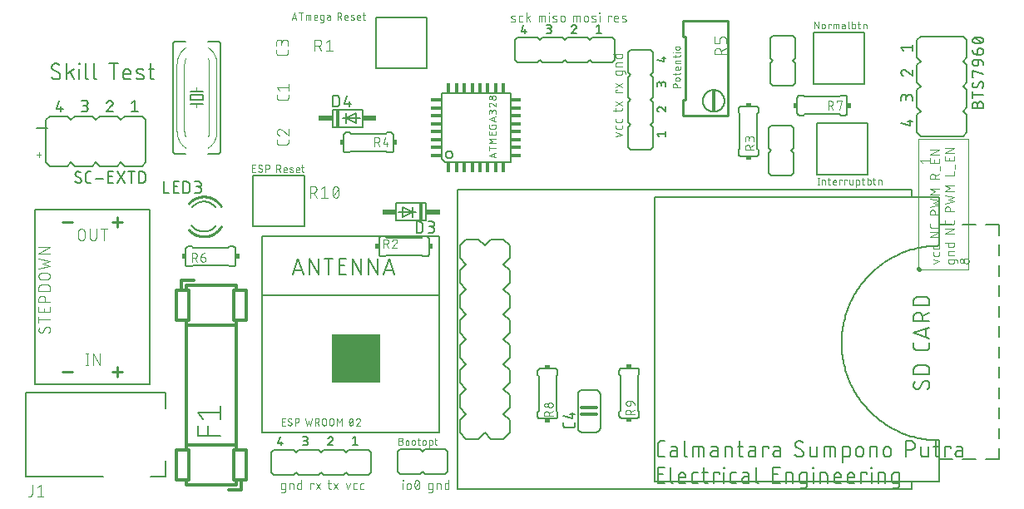
<source format=gbr>
G04 EAGLE Gerber RS-274X export*
G75*
%MOMM*%
%FSLAX34Y34*%
%LPD*%
%INSilkscreen Top*%
%IPPOS*%
%AMOC8*
5,1,8,0,0,1.08239X$1,22.5*%
G01*
%ADD10C,0.076200*%
%ADD11C,0.152400*%
%ADD12C,0.101600*%
%ADD13C,0.381000*%
%ADD14C,0.200000*%
%ADD15R,0.457200X0.990600*%
%ADD16R,0.990600X0.457200*%
%ADD17C,0.127000*%
%ADD18C,0.304800*%
%ADD19C,0.203200*%
%ADD20C,0.254000*%
%ADD21C,0.050800*%
%ADD22R,0.381000X0.508000*%
%ADD23R,0.508000X0.381000*%
%ADD24R,0.400000X2.100000*%
%ADD25R,5.000000X5.000000*%
%ADD26R,0.381000X1.778000*%
%ADD27R,1.397000X0.508000*%


D10*
X382381Y61473D02*
X384427Y61473D01*
X384516Y61471D01*
X384605Y61465D01*
X384694Y61455D01*
X384782Y61442D01*
X384870Y61425D01*
X384957Y61403D01*
X385042Y61378D01*
X385127Y61350D01*
X385210Y61317D01*
X385292Y61281D01*
X385372Y61242D01*
X385450Y61199D01*
X385526Y61153D01*
X385601Y61103D01*
X385673Y61050D01*
X385742Y60994D01*
X385809Y60935D01*
X385874Y60874D01*
X385935Y60809D01*
X385994Y60742D01*
X386050Y60673D01*
X386103Y60601D01*
X386153Y60526D01*
X386199Y60450D01*
X386242Y60372D01*
X386281Y60292D01*
X386317Y60210D01*
X386350Y60127D01*
X386378Y60042D01*
X386403Y59957D01*
X386425Y59870D01*
X386442Y59782D01*
X386455Y59694D01*
X386465Y59605D01*
X386471Y59516D01*
X386473Y59427D01*
X386471Y59338D01*
X386465Y59249D01*
X386455Y59160D01*
X386442Y59072D01*
X386425Y58984D01*
X386403Y58897D01*
X386378Y58812D01*
X386350Y58727D01*
X386317Y58644D01*
X386281Y58562D01*
X386242Y58482D01*
X386199Y58404D01*
X386153Y58328D01*
X386103Y58253D01*
X386050Y58181D01*
X385994Y58112D01*
X385935Y58045D01*
X385874Y57980D01*
X385809Y57919D01*
X385742Y57860D01*
X385673Y57804D01*
X385601Y57751D01*
X385526Y57701D01*
X385450Y57655D01*
X385372Y57612D01*
X385292Y57573D01*
X385210Y57537D01*
X385127Y57504D01*
X385042Y57476D01*
X384957Y57451D01*
X384870Y57429D01*
X384782Y57412D01*
X384694Y57399D01*
X384605Y57389D01*
X384516Y57383D01*
X384427Y57381D01*
X382381Y57381D01*
X382381Y64747D01*
X384427Y64747D01*
X384506Y64745D01*
X384585Y64739D01*
X384664Y64730D01*
X384742Y64717D01*
X384819Y64699D01*
X384895Y64679D01*
X384970Y64654D01*
X385044Y64626D01*
X385117Y64595D01*
X385188Y64559D01*
X385257Y64521D01*
X385324Y64479D01*
X385389Y64434D01*
X385452Y64386D01*
X385513Y64335D01*
X385570Y64281D01*
X385626Y64225D01*
X385678Y64166D01*
X385728Y64104D01*
X385774Y64040D01*
X385818Y63974D01*
X385858Y63906D01*
X385894Y63836D01*
X385928Y63764D01*
X385958Y63690D01*
X385984Y63616D01*
X386007Y63540D01*
X386025Y63463D01*
X386041Y63386D01*
X386052Y63307D01*
X386060Y63229D01*
X386064Y63150D01*
X386064Y63070D01*
X386060Y62991D01*
X386052Y62913D01*
X386041Y62834D01*
X386025Y62757D01*
X386007Y62680D01*
X385984Y62604D01*
X385958Y62530D01*
X385928Y62456D01*
X385894Y62384D01*
X385858Y62314D01*
X385818Y62246D01*
X385774Y62180D01*
X385728Y62116D01*
X385678Y62054D01*
X385626Y61995D01*
X385570Y61939D01*
X385513Y61885D01*
X385452Y61834D01*
X385389Y61786D01*
X385324Y61741D01*
X385257Y61699D01*
X385188Y61661D01*
X385117Y61625D01*
X385044Y61594D01*
X384970Y61566D01*
X384895Y61541D01*
X384819Y61521D01*
X384742Y61503D01*
X384664Y61490D01*
X384585Y61481D01*
X384506Y61475D01*
X384427Y61473D01*
X389256Y60655D02*
X389256Y59018D01*
X389256Y60655D02*
X389258Y60734D01*
X389264Y60813D01*
X389273Y60892D01*
X389286Y60970D01*
X389304Y61047D01*
X389324Y61123D01*
X389349Y61198D01*
X389377Y61272D01*
X389408Y61345D01*
X389444Y61416D01*
X389482Y61485D01*
X389524Y61552D01*
X389569Y61617D01*
X389617Y61680D01*
X389668Y61741D01*
X389722Y61798D01*
X389778Y61854D01*
X389837Y61906D01*
X389899Y61956D01*
X389963Y62002D01*
X390029Y62046D01*
X390097Y62086D01*
X390167Y62122D01*
X390239Y62156D01*
X390313Y62186D01*
X390387Y62212D01*
X390463Y62235D01*
X390540Y62253D01*
X390617Y62269D01*
X390696Y62280D01*
X390774Y62288D01*
X390853Y62292D01*
X390933Y62292D01*
X391012Y62288D01*
X391090Y62280D01*
X391169Y62269D01*
X391246Y62253D01*
X391323Y62235D01*
X391399Y62212D01*
X391473Y62186D01*
X391547Y62156D01*
X391619Y62122D01*
X391689Y62086D01*
X391757Y62046D01*
X391823Y62002D01*
X391887Y61956D01*
X391949Y61906D01*
X392008Y61854D01*
X392064Y61798D01*
X392118Y61741D01*
X392169Y61680D01*
X392217Y61617D01*
X392262Y61552D01*
X392304Y61485D01*
X392342Y61416D01*
X392378Y61345D01*
X392409Y61272D01*
X392437Y61198D01*
X392462Y61123D01*
X392482Y61047D01*
X392500Y60970D01*
X392513Y60892D01*
X392522Y60813D01*
X392528Y60734D01*
X392530Y60655D01*
X392530Y59018D01*
X392528Y58939D01*
X392522Y58860D01*
X392513Y58781D01*
X392500Y58703D01*
X392482Y58626D01*
X392462Y58550D01*
X392437Y58475D01*
X392409Y58401D01*
X392378Y58328D01*
X392342Y58257D01*
X392304Y58188D01*
X392262Y58121D01*
X392217Y58056D01*
X392169Y57993D01*
X392118Y57932D01*
X392064Y57875D01*
X392008Y57819D01*
X391949Y57767D01*
X391887Y57717D01*
X391823Y57671D01*
X391757Y57627D01*
X391689Y57587D01*
X391619Y57551D01*
X391547Y57517D01*
X391473Y57487D01*
X391399Y57461D01*
X391323Y57438D01*
X391246Y57420D01*
X391169Y57404D01*
X391090Y57393D01*
X391012Y57385D01*
X390933Y57381D01*
X390853Y57381D01*
X390774Y57385D01*
X390696Y57393D01*
X390617Y57404D01*
X390540Y57420D01*
X390463Y57438D01*
X390387Y57461D01*
X390313Y57487D01*
X390239Y57517D01*
X390167Y57551D01*
X390097Y57587D01*
X390029Y57627D01*
X389963Y57671D01*
X389899Y57717D01*
X389837Y57767D01*
X389778Y57819D01*
X389722Y57875D01*
X389668Y57932D01*
X389617Y57993D01*
X389569Y58056D01*
X389524Y58121D01*
X389482Y58188D01*
X389444Y58257D01*
X389408Y58328D01*
X389377Y58401D01*
X389349Y58475D01*
X389324Y58550D01*
X389304Y58626D01*
X389286Y58703D01*
X389273Y58781D01*
X389264Y58860D01*
X389258Y58939D01*
X389256Y59018D01*
X395596Y59018D02*
X395596Y60655D01*
X395598Y60734D01*
X395604Y60813D01*
X395613Y60892D01*
X395626Y60970D01*
X395644Y61047D01*
X395664Y61123D01*
X395689Y61198D01*
X395717Y61272D01*
X395748Y61345D01*
X395784Y61416D01*
X395822Y61485D01*
X395864Y61552D01*
X395909Y61617D01*
X395957Y61680D01*
X396008Y61741D01*
X396062Y61798D01*
X396118Y61854D01*
X396177Y61906D01*
X396239Y61956D01*
X396303Y62002D01*
X396369Y62046D01*
X396437Y62086D01*
X396507Y62122D01*
X396579Y62156D01*
X396653Y62186D01*
X396727Y62212D01*
X396803Y62235D01*
X396880Y62253D01*
X396957Y62269D01*
X397036Y62280D01*
X397114Y62288D01*
X397193Y62292D01*
X397273Y62292D01*
X397352Y62288D01*
X397430Y62280D01*
X397509Y62269D01*
X397586Y62253D01*
X397663Y62235D01*
X397739Y62212D01*
X397813Y62186D01*
X397887Y62156D01*
X397959Y62122D01*
X398029Y62086D01*
X398097Y62046D01*
X398163Y62002D01*
X398227Y61956D01*
X398289Y61906D01*
X398348Y61854D01*
X398404Y61798D01*
X398458Y61741D01*
X398509Y61680D01*
X398557Y61617D01*
X398602Y61552D01*
X398644Y61485D01*
X398682Y61416D01*
X398718Y61345D01*
X398749Y61272D01*
X398777Y61198D01*
X398802Y61123D01*
X398822Y61047D01*
X398840Y60970D01*
X398853Y60892D01*
X398862Y60813D01*
X398868Y60734D01*
X398870Y60655D01*
X398870Y59018D01*
X398868Y58939D01*
X398862Y58860D01*
X398853Y58781D01*
X398840Y58703D01*
X398822Y58626D01*
X398802Y58550D01*
X398777Y58475D01*
X398749Y58401D01*
X398718Y58328D01*
X398682Y58257D01*
X398644Y58188D01*
X398602Y58121D01*
X398557Y58056D01*
X398509Y57993D01*
X398458Y57932D01*
X398404Y57875D01*
X398348Y57819D01*
X398289Y57767D01*
X398227Y57717D01*
X398163Y57671D01*
X398097Y57627D01*
X398029Y57587D01*
X397959Y57551D01*
X397887Y57517D01*
X397813Y57487D01*
X397739Y57461D01*
X397663Y57438D01*
X397586Y57420D01*
X397509Y57404D01*
X397430Y57393D01*
X397352Y57385D01*
X397273Y57381D01*
X397193Y57381D01*
X397114Y57385D01*
X397036Y57393D01*
X396957Y57404D01*
X396880Y57420D01*
X396803Y57438D01*
X396727Y57461D01*
X396653Y57487D01*
X396579Y57517D01*
X396507Y57551D01*
X396437Y57587D01*
X396369Y57627D01*
X396303Y57671D01*
X396239Y57717D01*
X396177Y57767D01*
X396118Y57819D01*
X396062Y57875D01*
X396008Y57932D01*
X395957Y57993D01*
X395909Y58056D01*
X395864Y58121D01*
X395822Y58188D01*
X395784Y58257D01*
X395748Y58328D01*
X395717Y58401D01*
X395689Y58475D01*
X395664Y58550D01*
X395644Y58626D01*
X395626Y58703D01*
X395613Y58781D01*
X395604Y58860D01*
X395598Y58939D01*
X395596Y59018D01*
X401306Y62292D02*
X403761Y62292D01*
X402124Y64747D02*
X402124Y58609D01*
X402126Y58540D01*
X402132Y58472D01*
X402141Y58403D01*
X402155Y58336D01*
X402172Y58269D01*
X402193Y58203D01*
X402217Y58139D01*
X402246Y58076D01*
X402277Y58015D01*
X402312Y57956D01*
X402350Y57898D01*
X402392Y57843D01*
X402436Y57791D01*
X402484Y57741D01*
X402534Y57693D01*
X402586Y57649D01*
X402641Y57607D01*
X402699Y57569D01*
X402758Y57534D01*
X402819Y57503D01*
X402882Y57474D01*
X402946Y57450D01*
X403012Y57429D01*
X403079Y57412D01*
X403146Y57398D01*
X403215Y57389D01*
X403283Y57383D01*
X403352Y57381D01*
X403761Y57381D01*
X406569Y59018D02*
X406569Y60655D01*
X406571Y60734D01*
X406577Y60813D01*
X406586Y60892D01*
X406599Y60970D01*
X406617Y61047D01*
X406637Y61123D01*
X406662Y61198D01*
X406690Y61272D01*
X406721Y61345D01*
X406757Y61416D01*
X406795Y61485D01*
X406837Y61552D01*
X406882Y61617D01*
X406930Y61680D01*
X406981Y61741D01*
X407035Y61798D01*
X407091Y61854D01*
X407150Y61906D01*
X407212Y61956D01*
X407276Y62002D01*
X407342Y62046D01*
X407410Y62086D01*
X407480Y62122D01*
X407552Y62156D01*
X407626Y62186D01*
X407700Y62212D01*
X407776Y62235D01*
X407853Y62253D01*
X407930Y62269D01*
X408009Y62280D01*
X408087Y62288D01*
X408166Y62292D01*
X408246Y62292D01*
X408325Y62288D01*
X408403Y62280D01*
X408482Y62269D01*
X408559Y62253D01*
X408636Y62235D01*
X408712Y62212D01*
X408786Y62186D01*
X408860Y62156D01*
X408932Y62122D01*
X409002Y62086D01*
X409070Y62046D01*
X409136Y62002D01*
X409200Y61956D01*
X409262Y61906D01*
X409321Y61854D01*
X409377Y61798D01*
X409431Y61741D01*
X409482Y61680D01*
X409530Y61617D01*
X409575Y61552D01*
X409617Y61485D01*
X409655Y61416D01*
X409691Y61345D01*
X409722Y61272D01*
X409750Y61198D01*
X409775Y61123D01*
X409795Y61047D01*
X409813Y60970D01*
X409826Y60892D01*
X409835Y60813D01*
X409841Y60734D01*
X409843Y60655D01*
X409843Y59018D01*
X409841Y58939D01*
X409835Y58860D01*
X409826Y58781D01*
X409813Y58703D01*
X409795Y58626D01*
X409775Y58550D01*
X409750Y58475D01*
X409722Y58401D01*
X409691Y58328D01*
X409655Y58257D01*
X409617Y58188D01*
X409575Y58121D01*
X409530Y58056D01*
X409482Y57993D01*
X409431Y57932D01*
X409377Y57875D01*
X409321Y57819D01*
X409262Y57767D01*
X409200Y57717D01*
X409136Y57671D01*
X409070Y57627D01*
X409002Y57587D01*
X408932Y57551D01*
X408860Y57517D01*
X408786Y57487D01*
X408712Y57461D01*
X408636Y57438D01*
X408559Y57420D01*
X408482Y57404D01*
X408403Y57393D01*
X408325Y57385D01*
X408246Y57381D01*
X408166Y57381D01*
X408087Y57385D01*
X408009Y57393D01*
X407930Y57404D01*
X407853Y57420D01*
X407776Y57438D01*
X407700Y57461D01*
X407626Y57487D01*
X407552Y57517D01*
X407480Y57551D01*
X407410Y57587D01*
X407342Y57627D01*
X407276Y57671D01*
X407212Y57717D01*
X407150Y57767D01*
X407091Y57819D01*
X407035Y57875D01*
X406981Y57932D01*
X406930Y57993D01*
X406882Y58056D01*
X406837Y58121D01*
X406795Y58188D01*
X406757Y58257D01*
X406721Y58328D01*
X406690Y58401D01*
X406662Y58475D01*
X406637Y58550D01*
X406617Y58626D01*
X406599Y58703D01*
X406586Y58781D01*
X406577Y58860D01*
X406571Y58939D01*
X406569Y59018D01*
X413193Y62292D02*
X413193Y54926D01*
X413193Y62292D02*
X415239Y62292D01*
X415308Y62290D01*
X415376Y62284D01*
X415445Y62275D01*
X415512Y62261D01*
X415579Y62244D01*
X415645Y62223D01*
X415709Y62199D01*
X415772Y62170D01*
X415833Y62139D01*
X415892Y62104D01*
X415950Y62066D01*
X416005Y62024D01*
X416057Y61980D01*
X416107Y61932D01*
X416155Y61882D01*
X416199Y61830D01*
X416241Y61775D01*
X416279Y61717D01*
X416314Y61658D01*
X416345Y61597D01*
X416374Y61534D01*
X416398Y61470D01*
X416419Y61404D01*
X416436Y61337D01*
X416450Y61270D01*
X416459Y61201D01*
X416465Y61133D01*
X416467Y61064D01*
X416467Y58609D01*
X416465Y58540D01*
X416459Y58472D01*
X416450Y58403D01*
X416436Y58336D01*
X416419Y58269D01*
X416398Y58203D01*
X416374Y58139D01*
X416345Y58076D01*
X416314Y58015D01*
X416279Y57956D01*
X416241Y57898D01*
X416199Y57843D01*
X416155Y57791D01*
X416107Y57741D01*
X416057Y57693D01*
X416005Y57649D01*
X415950Y57608D01*
X415892Y57569D01*
X415833Y57534D01*
X415772Y57503D01*
X415709Y57474D01*
X415645Y57450D01*
X415579Y57429D01*
X415512Y57412D01*
X415445Y57398D01*
X415377Y57389D01*
X415308Y57383D01*
X415239Y57381D01*
X413193Y57381D01*
X418862Y62292D02*
X421317Y62292D01*
X419680Y64747D02*
X419680Y58609D01*
X419682Y58540D01*
X419688Y58472D01*
X419697Y58403D01*
X419711Y58336D01*
X419728Y58269D01*
X419749Y58203D01*
X419773Y58139D01*
X419802Y58076D01*
X419833Y58015D01*
X419868Y57956D01*
X419906Y57898D01*
X419948Y57843D01*
X419992Y57791D01*
X420040Y57741D01*
X420090Y57693D01*
X420142Y57649D01*
X420197Y57607D01*
X420255Y57569D01*
X420314Y57534D01*
X420375Y57503D01*
X420438Y57474D01*
X420502Y57450D01*
X420568Y57429D01*
X420635Y57412D01*
X420702Y57398D01*
X420771Y57389D01*
X420839Y57383D01*
X420908Y57381D01*
X421317Y57381D01*
X18292Y353246D02*
X13381Y353246D01*
X15836Y355701D02*
X15836Y350790D01*
X15381Y380246D02*
X20292Y380246D01*
D11*
X24599Y380084D02*
X13762Y380084D01*
D10*
X497425Y492036D02*
X500036Y490992D01*
X497425Y492036D02*
X497359Y492064D01*
X497294Y492097D01*
X497231Y492132D01*
X497170Y492171D01*
X497111Y492213D01*
X497055Y492258D01*
X497001Y492306D01*
X496950Y492357D01*
X496901Y492410D01*
X496856Y492467D01*
X496813Y492525D01*
X496774Y492585D01*
X496737Y492648D01*
X496705Y492713D01*
X496676Y492779D01*
X496650Y492846D01*
X496628Y492915D01*
X496610Y492985D01*
X496595Y493056D01*
X496584Y493127D01*
X496577Y493199D01*
X496574Y493271D01*
X496575Y493343D01*
X496580Y493416D01*
X496588Y493487D01*
X496600Y493559D01*
X496616Y493629D01*
X496636Y493698D01*
X496660Y493767D01*
X496687Y493834D01*
X496717Y493899D01*
X496751Y493963D01*
X496789Y494025D01*
X496829Y494085D01*
X496873Y494142D01*
X496920Y494197D01*
X496970Y494250D01*
X497022Y494299D01*
X497077Y494346D01*
X497134Y494390D01*
X497194Y494431D01*
X497256Y494468D01*
X497320Y494503D01*
X497385Y494533D01*
X497452Y494561D01*
X497520Y494584D01*
X497590Y494604D01*
X497660Y494620D01*
X497731Y494633D01*
X497803Y494641D01*
X497875Y494646D01*
X497947Y494647D01*
X497948Y494646D02*
X498099Y494642D01*
X498250Y494634D01*
X498401Y494623D01*
X498552Y494607D01*
X498702Y494587D01*
X498852Y494564D01*
X499001Y494537D01*
X499149Y494506D01*
X499297Y494471D01*
X499443Y494433D01*
X499589Y494390D01*
X499733Y494344D01*
X499876Y494295D01*
X500018Y494242D01*
X500158Y494185D01*
X500297Y494124D01*
X500036Y490992D02*
X500102Y490964D01*
X500167Y490931D01*
X500230Y490896D01*
X500291Y490857D01*
X500350Y490815D01*
X500406Y490770D01*
X500460Y490722D01*
X500511Y490671D01*
X500560Y490618D01*
X500605Y490561D01*
X500648Y490503D01*
X500687Y490443D01*
X500724Y490380D01*
X500756Y490315D01*
X500785Y490249D01*
X500811Y490182D01*
X500833Y490113D01*
X500851Y490043D01*
X500866Y489972D01*
X500877Y489901D01*
X500884Y489829D01*
X500887Y489757D01*
X500886Y489685D01*
X500881Y489612D01*
X500873Y489541D01*
X500861Y489469D01*
X500845Y489399D01*
X500825Y489330D01*
X500801Y489261D01*
X500774Y489194D01*
X500744Y489129D01*
X500710Y489065D01*
X500672Y489003D01*
X500632Y488943D01*
X500588Y488886D01*
X500541Y488831D01*
X500491Y488778D01*
X500439Y488729D01*
X500384Y488682D01*
X500327Y488638D01*
X500267Y488597D01*
X500205Y488560D01*
X500141Y488525D01*
X500076Y488495D01*
X500009Y488467D01*
X499941Y488444D01*
X499871Y488424D01*
X499801Y488408D01*
X499730Y488395D01*
X499658Y488387D01*
X499586Y488382D01*
X499514Y488381D01*
X499304Y488386D01*
X499095Y488397D01*
X498886Y488412D01*
X498678Y488432D01*
X498470Y488458D01*
X498263Y488488D01*
X498056Y488523D01*
X497851Y488563D01*
X497646Y488607D01*
X497443Y488657D01*
X497240Y488711D01*
X497039Y488771D01*
X496840Y488834D01*
X496642Y488903D01*
X506143Y488381D02*
X508232Y488381D01*
X506143Y488381D02*
X506066Y488383D01*
X505990Y488389D01*
X505913Y488398D01*
X505837Y488411D01*
X505762Y488428D01*
X505688Y488448D01*
X505615Y488473D01*
X505544Y488500D01*
X505473Y488531D01*
X505405Y488566D01*
X505338Y488604D01*
X505273Y488645D01*
X505210Y488689D01*
X505150Y488736D01*
X505091Y488787D01*
X505036Y488840D01*
X504983Y488895D01*
X504932Y488954D01*
X504885Y489014D01*
X504841Y489077D01*
X504800Y489142D01*
X504762Y489209D01*
X504727Y489277D01*
X504696Y489348D01*
X504669Y489419D01*
X504644Y489492D01*
X504624Y489566D01*
X504607Y489641D01*
X504594Y489717D01*
X504585Y489794D01*
X504579Y489870D01*
X504577Y489947D01*
X504577Y493080D01*
X504579Y493157D01*
X504585Y493233D01*
X504594Y493310D01*
X504607Y493386D01*
X504624Y493461D01*
X504644Y493535D01*
X504669Y493608D01*
X504696Y493679D01*
X504727Y493750D01*
X504762Y493818D01*
X504800Y493885D01*
X504841Y493950D01*
X504885Y494013D01*
X504932Y494073D01*
X504983Y494132D01*
X505036Y494187D01*
X505091Y494240D01*
X505150Y494291D01*
X505210Y494338D01*
X505273Y494382D01*
X505338Y494423D01*
X505405Y494461D01*
X505473Y494496D01*
X505544Y494527D01*
X505615Y494554D01*
X505688Y494579D01*
X505762Y494599D01*
X505837Y494616D01*
X505913Y494629D01*
X505990Y494638D01*
X506066Y494644D01*
X506143Y494646D01*
X508232Y494646D01*
X511987Y497779D02*
X511987Y488381D01*
X511987Y491514D02*
X516164Y494646D01*
X513814Y492819D02*
X516164Y488381D01*
X524858Y488381D02*
X524858Y494646D01*
X529557Y494646D01*
X529634Y494644D01*
X529710Y494638D01*
X529787Y494629D01*
X529863Y494616D01*
X529938Y494599D01*
X530012Y494579D01*
X530085Y494554D01*
X530156Y494527D01*
X530227Y494496D01*
X530295Y494461D01*
X530362Y494423D01*
X530427Y494382D01*
X530490Y494338D01*
X530550Y494291D01*
X530609Y494240D01*
X530664Y494187D01*
X530717Y494132D01*
X530768Y494073D01*
X530815Y494013D01*
X530859Y493950D01*
X530900Y493885D01*
X530938Y493818D01*
X530973Y493750D01*
X531004Y493679D01*
X531031Y493608D01*
X531056Y493535D01*
X531076Y493461D01*
X531093Y493386D01*
X531106Y493310D01*
X531115Y493233D01*
X531121Y493157D01*
X531123Y493080D01*
X531124Y493080D02*
X531124Y488381D01*
X527991Y488381D02*
X527991Y494646D01*
X535306Y494646D02*
X535306Y488381D01*
X535045Y497257D02*
X535045Y497779D01*
X535567Y497779D01*
X535567Y497257D01*
X535045Y497257D01*
X539792Y492036D02*
X542403Y490992D01*
X539792Y492036D02*
X539726Y492064D01*
X539661Y492097D01*
X539598Y492132D01*
X539537Y492171D01*
X539478Y492213D01*
X539422Y492258D01*
X539368Y492306D01*
X539317Y492357D01*
X539268Y492410D01*
X539223Y492467D01*
X539180Y492525D01*
X539141Y492585D01*
X539104Y492648D01*
X539072Y492713D01*
X539043Y492779D01*
X539017Y492846D01*
X538995Y492915D01*
X538977Y492985D01*
X538962Y493056D01*
X538951Y493127D01*
X538944Y493199D01*
X538941Y493271D01*
X538942Y493343D01*
X538947Y493416D01*
X538955Y493487D01*
X538967Y493559D01*
X538983Y493629D01*
X539003Y493698D01*
X539027Y493767D01*
X539054Y493834D01*
X539084Y493899D01*
X539118Y493963D01*
X539156Y494025D01*
X539196Y494085D01*
X539240Y494142D01*
X539287Y494197D01*
X539337Y494250D01*
X539389Y494299D01*
X539444Y494346D01*
X539501Y494390D01*
X539561Y494431D01*
X539623Y494468D01*
X539687Y494503D01*
X539752Y494533D01*
X539819Y494561D01*
X539887Y494584D01*
X539957Y494604D01*
X540027Y494620D01*
X540098Y494633D01*
X540170Y494641D01*
X540242Y494646D01*
X540314Y494647D01*
X540315Y494646D02*
X540466Y494642D01*
X540617Y494634D01*
X540768Y494623D01*
X540919Y494607D01*
X541069Y494587D01*
X541219Y494564D01*
X541368Y494537D01*
X541516Y494506D01*
X541664Y494471D01*
X541810Y494433D01*
X541956Y494390D01*
X542100Y494344D01*
X542243Y494295D01*
X542385Y494242D01*
X542525Y494185D01*
X542664Y494124D01*
X542403Y490992D02*
X542469Y490964D01*
X542534Y490931D01*
X542597Y490896D01*
X542658Y490857D01*
X542717Y490815D01*
X542773Y490770D01*
X542827Y490722D01*
X542878Y490671D01*
X542927Y490618D01*
X542972Y490561D01*
X543015Y490503D01*
X543054Y490443D01*
X543091Y490380D01*
X543123Y490315D01*
X543152Y490249D01*
X543178Y490182D01*
X543200Y490113D01*
X543218Y490043D01*
X543233Y489972D01*
X543244Y489901D01*
X543251Y489829D01*
X543254Y489757D01*
X543253Y489685D01*
X543248Y489612D01*
X543240Y489541D01*
X543228Y489469D01*
X543212Y489399D01*
X543192Y489330D01*
X543168Y489261D01*
X543141Y489194D01*
X543111Y489129D01*
X543077Y489065D01*
X543039Y489003D01*
X542999Y488943D01*
X542955Y488886D01*
X542908Y488831D01*
X542858Y488778D01*
X542806Y488729D01*
X542751Y488682D01*
X542694Y488638D01*
X542634Y488597D01*
X542572Y488560D01*
X542508Y488525D01*
X542443Y488495D01*
X542376Y488467D01*
X542308Y488444D01*
X542238Y488424D01*
X542168Y488408D01*
X542097Y488395D01*
X542025Y488387D01*
X541953Y488382D01*
X541881Y488381D01*
X541671Y488386D01*
X541462Y488397D01*
X541253Y488412D01*
X541045Y488432D01*
X540837Y488458D01*
X540630Y488488D01*
X540423Y488523D01*
X540218Y488563D01*
X540013Y488607D01*
X539810Y488657D01*
X539607Y488711D01*
X539406Y488771D01*
X539207Y488834D01*
X539009Y488903D01*
X546934Y490469D02*
X546934Y492558D01*
X546936Y492648D01*
X546942Y492737D01*
X546951Y492827D01*
X546965Y492916D01*
X546982Y493004D01*
X547003Y493091D01*
X547028Y493178D01*
X547057Y493263D01*
X547089Y493347D01*
X547124Y493429D01*
X547164Y493510D01*
X547206Y493589D01*
X547252Y493666D01*
X547302Y493741D01*
X547354Y493814D01*
X547410Y493885D01*
X547468Y493953D01*
X547530Y494018D01*
X547594Y494081D01*
X547661Y494141D01*
X547730Y494198D01*
X547802Y494252D01*
X547876Y494303D01*
X547952Y494351D01*
X548030Y494395D01*
X548110Y494436D01*
X548192Y494474D01*
X548275Y494508D01*
X548360Y494538D01*
X548446Y494565D01*
X548532Y494588D01*
X548620Y494607D01*
X548709Y494622D01*
X548798Y494634D01*
X548887Y494642D01*
X548977Y494646D01*
X549067Y494646D01*
X549157Y494642D01*
X549246Y494634D01*
X549335Y494622D01*
X549424Y494607D01*
X549512Y494588D01*
X549598Y494565D01*
X549684Y494538D01*
X549769Y494508D01*
X549852Y494474D01*
X549934Y494436D01*
X550014Y494395D01*
X550092Y494351D01*
X550168Y494303D01*
X550242Y494252D01*
X550314Y494198D01*
X550383Y494141D01*
X550450Y494081D01*
X550514Y494018D01*
X550576Y493953D01*
X550634Y493885D01*
X550690Y493814D01*
X550742Y493741D01*
X550792Y493666D01*
X550838Y493589D01*
X550880Y493510D01*
X550920Y493429D01*
X550955Y493347D01*
X550987Y493263D01*
X551016Y493178D01*
X551041Y493091D01*
X551062Y493004D01*
X551079Y492916D01*
X551093Y492827D01*
X551102Y492737D01*
X551108Y492648D01*
X551110Y492558D01*
X551111Y492558D02*
X551111Y490469D01*
X551110Y490469D02*
X551108Y490379D01*
X551102Y490290D01*
X551093Y490200D01*
X551079Y490111D01*
X551062Y490023D01*
X551041Y489936D01*
X551016Y489849D01*
X550987Y489764D01*
X550955Y489680D01*
X550920Y489598D01*
X550880Y489517D01*
X550838Y489438D01*
X550792Y489361D01*
X550742Y489286D01*
X550690Y489213D01*
X550634Y489142D01*
X550576Y489074D01*
X550514Y489009D01*
X550450Y488946D01*
X550383Y488886D01*
X550314Y488829D01*
X550242Y488775D01*
X550168Y488724D01*
X550092Y488676D01*
X550014Y488632D01*
X549934Y488591D01*
X549852Y488553D01*
X549769Y488519D01*
X549684Y488489D01*
X549598Y488462D01*
X549512Y488439D01*
X549424Y488420D01*
X549335Y488405D01*
X549246Y488393D01*
X549157Y488385D01*
X549067Y488381D01*
X548977Y488381D01*
X548887Y488385D01*
X548798Y488393D01*
X548709Y488405D01*
X548620Y488420D01*
X548532Y488439D01*
X548446Y488462D01*
X548360Y488489D01*
X548275Y488519D01*
X548192Y488553D01*
X548110Y488591D01*
X548030Y488632D01*
X547952Y488676D01*
X547876Y488724D01*
X547802Y488775D01*
X547730Y488829D01*
X547661Y488886D01*
X547594Y488946D01*
X547530Y489009D01*
X547468Y489074D01*
X547410Y489142D01*
X547354Y489213D01*
X547302Y489286D01*
X547252Y489361D01*
X547206Y489438D01*
X547164Y489517D01*
X547124Y489598D01*
X547089Y489680D01*
X547057Y489764D01*
X547028Y489849D01*
X547003Y489936D01*
X546982Y490023D01*
X546965Y490111D01*
X546951Y490200D01*
X546942Y490290D01*
X546936Y490379D01*
X546934Y490469D01*
X560215Y488381D02*
X560215Y494646D01*
X564914Y494646D01*
X564991Y494644D01*
X565067Y494638D01*
X565144Y494629D01*
X565220Y494616D01*
X565295Y494599D01*
X565369Y494579D01*
X565442Y494554D01*
X565513Y494527D01*
X565584Y494496D01*
X565652Y494461D01*
X565719Y494423D01*
X565784Y494382D01*
X565847Y494338D01*
X565907Y494291D01*
X565966Y494240D01*
X566021Y494187D01*
X566074Y494132D01*
X566125Y494073D01*
X566172Y494013D01*
X566216Y493950D01*
X566257Y493885D01*
X566295Y493818D01*
X566330Y493750D01*
X566361Y493679D01*
X566388Y493608D01*
X566413Y493535D01*
X566433Y493461D01*
X566450Y493386D01*
X566463Y493310D01*
X566472Y493233D01*
X566478Y493157D01*
X566480Y493080D01*
X566480Y488381D01*
X563348Y488381D02*
X563348Y494646D01*
X570708Y492558D02*
X570708Y490469D01*
X570708Y492558D02*
X570710Y492648D01*
X570716Y492737D01*
X570725Y492827D01*
X570739Y492916D01*
X570756Y493004D01*
X570777Y493091D01*
X570802Y493178D01*
X570831Y493263D01*
X570863Y493347D01*
X570898Y493429D01*
X570938Y493510D01*
X570980Y493589D01*
X571026Y493666D01*
X571076Y493741D01*
X571128Y493814D01*
X571184Y493885D01*
X571242Y493953D01*
X571304Y494018D01*
X571368Y494081D01*
X571435Y494141D01*
X571504Y494198D01*
X571576Y494252D01*
X571650Y494303D01*
X571726Y494351D01*
X571804Y494395D01*
X571884Y494436D01*
X571966Y494474D01*
X572049Y494508D01*
X572134Y494538D01*
X572220Y494565D01*
X572306Y494588D01*
X572394Y494607D01*
X572483Y494622D01*
X572572Y494634D01*
X572661Y494642D01*
X572751Y494646D01*
X572841Y494646D01*
X572931Y494642D01*
X573020Y494634D01*
X573109Y494622D01*
X573198Y494607D01*
X573286Y494588D01*
X573372Y494565D01*
X573458Y494538D01*
X573543Y494508D01*
X573626Y494474D01*
X573708Y494436D01*
X573788Y494395D01*
X573866Y494351D01*
X573942Y494303D01*
X574016Y494252D01*
X574088Y494198D01*
X574157Y494141D01*
X574224Y494081D01*
X574288Y494018D01*
X574350Y493953D01*
X574408Y493885D01*
X574464Y493814D01*
X574516Y493741D01*
X574566Y493666D01*
X574612Y493589D01*
X574654Y493510D01*
X574694Y493429D01*
X574729Y493347D01*
X574761Y493263D01*
X574790Y493178D01*
X574815Y493091D01*
X574836Y493004D01*
X574853Y492916D01*
X574867Y492827D01*
X574876Y492737D01*
X574882Y492648D01*
X574884Y492558D01*
X574885Y492558D02*
X574885Y490469D01*
X574884Y490469D02*
X574882Y490379D01*
X574876Y490290D01*
X574867Y490200D01*
X574853Y490111D01*
X574836Y490023D01*
X574815Y489936D01*
X574790Y489849D01*
X574761Y489764D01*
X574729Y489680D01*
X574694Y489598D01*
X574654Y489517D01*
X574612Y489438D01*
X574566Y489361D01*
X574516Y489286D01*
X574464Y489213D01*
X574408Y489142D01*
X574350Y489074D01*
X574288Y489009D01*
X574224Y488946D01*
X574157Y488886D01*
X574088Y488829D01*
X574016Y488775D01*
X573942Y488724D01*
X573866Y488676D01*
X573788Y488632D01*
X573708Y488591D01*
X573626Y488553D01*
X573543Y488519D01*
X573458Y488489D01*
X573372Y488462D01*
X573286Y488439D01*
X573198Y488420D01*
X573109Y488405D01*
X573020Y488393D01*
X572931Y488385D01*
X572841Y488381D01*
X572751Y488381D01*
X572661Y488385D01*
X572572Y488393D01*
X572483Y488405D01*
X572394Y488420D01*
X572306Y488439D01*
X572220Y488462D01*
X572134Y488489D01*
X572049Y488519D01*
X571966Y488553D01*
X571884Y488591D01*
X571804Y488632D01*
X571726Y488676D01*
X571650Y488724D01*
X571576Y488775D01*
X571504Y488829D01*
X571435Y488886D01*
X571368Y488946D01*
X571304Y489009D01*
X571242Y489074D01*
X571184Y489142D01*
X571128Y489213D01*
X571076Y489286D01*
X571026Y489361D01*
X570980Y489438D01*
X570938Y489517D01*
X570898Y489598D01*
X570863Y489680D01*
X570831Y489764D01*
X570802Y489849D01*
X570777Y489936D01*
X570756Y490023D01*
X570739Y490111D01*
X570725Y490200D01*
X570716Y490290D01*
X570710Y490379D01*
X570708Y490469D01*
X579416Y492036D02*
X582026Y490992D01*
X579416Y492036D02*
X579350Y492064D01*
X579285Y492097D01*
X579222Y492132D01*
X579161Y492171D01*
X579102Y492213D01*
X579046Y492258D01*
X578992Y492306D01*
X578941Y492357D01*
X578892Y492410D01*
X578847Y492467D01*
X578804Y492525D01*
X578765Y492585D01*
X578728Y492648D01*
X578696Y492713D01*
X578667Y492779D01*
X578641Y492846D01*
X578619Y492915D01*
X578601Y492985D01*
X578586Y493056D01*
X578575Y493127D01*
X578568Y493199D01*
X578565Y493271D01*
X578566Y493343D01*
X578571Y493416D01*
X578579Y493487D01*
X578591Y493559D01*
X578607Y493629D01*
X578627Y493698D01*
X578651Y493767D01*
X578678Y493834D01*
X578708Y493899D01*
X578742Y493963D01*
X578780Y494025D01*
X578820Y494085D01*
X578864Y494142D01*
X578911Y494197D01*
X578961Y494250D01*
X579013Y494299D01*
X579068Y494346D01*
X579125Y494390D01*
X579185Y494431D01*
X579247Y494468D01*
X579311Y494503D01*
X579376Y494533D01*
X579443Y494561D01*
X579511Y494584D01*
X579581Y494604D01*
X579651Y494620D01*
X579722Y494633D01*
X579794Y494641D01*
X579866Y494646D01*
X579938Y494647D01*
X579938Y494646D02*
X580089Y494642D01*
X580240Y494634D01*
X580391Y494623D01*
X580542Y494607D01*
X580692Y494587D01*
X580842Y494564D01*
X580991Y494537D01*
X581139Y494506D01*
X581287Y494471D01*
X581433Y494433D01*
X581579Y494390D01*
X581723Y494344D01*
X581866Y494295D01*
X582008Y494242D01*
X582148Y494185D01*
X582287Y494124D01*
X582027Y490992D02*
X582093Y490964D01*
X582158Y490931D01*
X582221Y490896D01*
X582282Y490857D01*
X582341Y490815D01*
X582397Y490770D01*
X582451Y490722D01*
X582502Y490671D01*
X582551Y490618D01*
X582596Y490561D01*
X582639Y490503D01*
X582678Y490443D01*
X582715Y490380D01*
X582747Y490315D01*
X582776Y490249D01*
X582802Y490182D01*
X582824Y490113D01*
X582842Y490043D01*
X582857Y489972D01*
X582868Y489901D01*
X582875Y489829D01*
X582878Y489757D01*
X582877Y489685D01*
X582872Y489612D01*
X582864Y489541D01*
X582852Y489469D01*
X582836Y489399D01*
X582816Y489330D01*
X582792Y489261D01*
X582765Y489194D01*
X582735Y489129D01*
X582701Y489065D01*
X582663Y489003D01*
X582623Y488943D01*
X582579Y488886D01*
X582532Y488831D01*
X582482Y488778D01*
X582430Y488729D01*
X582375Y488682D01*
X582318Y488638D01*
X582258Y488597D01*
X582196Y488560D01*
X582132Y488525D01*
X582067Y488495D01*
X582000Y488467D01*
X581932Y488444D01*
X581862Y488424D01*
X581792Y488408D01*
X581721Y488395D01*
X581649Y488387D01*
X581577Y488382D01*
X581505Y488381D01*
X581295Y488386D01*
X581086Y488397D01*
X580877Y488412D01*
X580669Y488432D01*
X580461Y488458D01*
X580254Y488488D01*
X580047Y488523D01*
X579842Y488563D01*
X579637Y488607D01*
X579434Y488657D01*
X579231Y488711D01*
X579030Y488771D01*
X578831Y488834D01*
X578633Y488903D01*
X586512Y488381D02*
X586512Y494646D01*
X586251Y497257D02*
X586251Y497779D01*
X586773Y497779D01*
X586773Y497257D01*
X586251Y497257D01*
X595448Y494646D02*
X595448Y488381D01*
X595448Y494646D02*
X598581Y494646D01*
X598581Y493602D01*
X603059Y488381D02*
X605670Y488381D01*
X603059Y488381D02*
X602982Y488383D01*
X602906Y488389D01*
X602829Y488398D01*
X602753Y488411D01*
X602678Y488428D01*
X602604Y488448D01*
X602531Y488473D01*
X602460Y488500D01*
X602389Y488531D01*
X602321Y488566D01*
X602254Y488604D01*
X602189Y488645D01*
X602126Y488689D01*
X602066Y488736D01*
X602007Y488787D01*
X601952Y488840D01*
X601899Y488895D01*
X601848Y488954D01*
X601801Y489014D01*
X601757Y489077D01*
X601716Y489142D01*
X601678Y489209D01*
X601643Y489277D01*
X601612Y489348D01*
X601585Y489419D01*
X601560Y489492D01*
X601540Y489566D01*
X601523Y489641D01*
X601510Y489717D01*
X601501Y489794D01*
X601495Y489870D01*
X601493Y489947D01*
X601493Y492558D01*
X601495Y492648D01*
X601501Y492737D01*
X601510Y492827D01*
X601524Y492916D01*
X601541Y493004D01*
X601562Y493091D01*
X601587Y493178D01*
X601616Y493263D01*
X601648Y493347D01*
X601683Y493429D01*
X601723Y493510D01*
X601765Y493589D01*
X601811Y493666D01*
X601861Y493741D01*
X601913Y493814D01*
X601969Y493885D01*
X602027Y493953D01*
X602089Y494018D01*
X602153Y494081D01*
X602220Y494141D01*
X602289Y494198D01*
X602361Y494252D01*
X602435Y494303D01*
X602511Y494351D01*
X602589Y494395D01*
X602669Y494436D01*
X602751Y494474D01*
X602834Y494508D01*
X602919Y494538D01*
X603005Y494565D01*
X603091Y494588D01*
X603179Y494607D01*
X603268Y494622D01*
X603357Y494634D01*
X603446Y494642D01*
X603536Y494646D01*
X603626Y494646D01*
X603716Y494642D01*
X603805Y494634D01*
X603894Y494622D01*
X603983Y494607D01*
X604071Y494588D01*
X604157Y494565D01*
X604243Y494538D01*
X604328Y494508D01*
X604411Y494474D01*
X604493Y494436D01*
X604573Y494395D01*
X604651Y494351D01*
X604727Y494303D01*
X604801Y494252D01*
X604873Y494198D01*
X604942Y494141D01*
X605009Y494081D01*
X605073Y494018D01*
X605135Y493953D01*
X605193Y493885D01*
X605249Y493814D01*
X605301Y493741D01*
X605351Y493666D01*
X605397Y493589D01*
X605439Y493510D01*
X605479Y493429D01*
X605514Y493347D01*
X605546Y493263D01*
X605575Y493178D01*
X605600Y493091D01*
X605621Y493004D01*
X605638Y492916D01*
X605652Y492827D01*
X605661Y492737D01*
X605667Y492648D01*
X605669Y492558D01*
X605670Y492558D02*
X605670Y491514D01*
X601493Y491514D01*
X610201Y492036D02*
X612811Y490992D01*
X610200Y492036D02*
X610134Y492064D01*
X610069Y492097D01*
X610006Y492132D01*
X609945Y492171D01*
X609886Y492213D01*
X609830Y492258D01*
X609776Y492306D01*
X609725Y492357D01*
X609676Y492410D01*
X609631Y492467D01*
X609588Y492525D01*
X609549Y492585D01*
X609512Y492648D01*
X609480Y492713D01*
X609451Y492779D01*
X609425Y492846D01*
X609403Y492915D01*
X609385Y492985D01*
X609370Y493056D01*
X609359Y493127D01*
X609352Y493199D01*
X609349Y493271D01*
X609350Y493343D01*
X609355Y493416D01*
X609363Y493487D01*
X609375Y493559D01*
X609391Y493629D01*
X609411Y493698D01*
X609435Y493767D01*
X609462Y493834D01*
X609492Y493899D01*
X609526Y493963D01*
X609564Y494025D01*
X609604Y494085D01*
X609648Y494142D01*
X609695Y494197D01*
X609745Y494250D01*
X609797Y494299D01*
X609852Y494346D01*
X609909Y494390D01*
X609969Y494431D01*
X610031Y494468D01*
X610095Y494503D01*
X610160Y494533D01*
X610227Y494561D01*
X610295Y494584D01*
X610365Y494604D01*
X610435Y494620D01*
X610506Y494633D01*
X610578Y494641D01*
X610650Y494646D01*
X610722Y494647D01*
X610723Y494646D02*
X610874Y494642D01*
X611025Y494634D01*
X611176Y494623D01*
X611327Y494607D01*
X611477Y494587D01*
X611627Y494564D01*
X611776Y494537D01*
X611924Y494506D01*
X612072Y494471D01*
X612218Y494433D01*
X612364Y494390D01*
X612508Y494344D01*
X612651Y494295D01*
X612793Y494242D01*
X612933Y494185D01*
X613072Y494124D01*
X612811Y490992D02*
X612877Y490964D01*
X612942Y490931D01*
X613005Y490896D01*
X613066Y490857D01*
X613125Y490815D01*
X613181Y490770D01*
X613235Y490722D01*
X613286Y490671D01*
X613335Y490618D01*
X613380Y490561D01*
X613423Y490503D01*
X613462Y490443D01*
X613499Y490380D01*
X613531Y490315D01*
X613560Y490249D01*
X613586Y490182D01*
X613608Y490113D01*
X613626Y490043D01*
X613641Y489972D01*
X613652Y489901D01*
X613659Y489829D01*
X613662Y489757D01*
X613661Y489685D01*
X613656Y489612D01*
X613648Y489541D01*
X613636Y489469D01*
X613620Y489399D01*
X613600Y489330D01*
X613576Y489261D01*
X613549Y489194D01*
X613519Y489129D01*
X613485Y489065D01*
X613447Y489003D01*
X613407Y488943D01*
X613363Y488886D01*
X613316Y488831D01*
X613266Y488778D01*
X613214Y488729D01*
X613159Y488682D01*
X613102Y488638D01*
X613042Y488597D01*
X612980Y488560D01*
X612916Y488525D01*
X612851Y488495D01*
X612784Y488467D01*
X612716Y488444D01*
X612646Y488424D01*
X612576Y488408D01*
X612505Y488395D01*
X612433Y488387D01*
X612361Y488382D01*
X612289Y488381D01*
X612079Y488386D01*
X611870Y488397D01*
X611661Y488412D01*
X611453Y488432D01*
X611245Y488458D01*
X611038Y488488D01*
X610831Y488523D01*
X610626Y488563D01*
X610421Y488607D01*
X610218Y488657D01*
X610015Y488711D01*
X609814Y488771D01*
X609615Y488834D01*
X609417Y488903D01*
X609619Y373469D02*
X603354Y371381D01*
X603354Y375558D02*
X609619Y373469D01*
X609619Y380578D02*
X609619Y382666D01*
X609619Y380578D02*
X609617Y380501D01*
X609611Y380425D01*
X609602Y380348D01*
X609589Y380272D01*
X609572Y380197D01*
X609552Y380123D01*
X609527Y380050D01*
X609500Y379979D01*
X609469Y379908D01*
X609434Y379840D01*
X609396Y379773D01*
X609355Y379708D01*
X609311Y379645D01*
X609264Y379585D01*
X609213Y379526D01*
X609160Y379471D01*
X609105Y379418D01*
X609046Y379367D01*
X608986Y379320D01*
X608923Y379276D01*
X608858Y379235D01*
X608791Y379197D01*
X608723Y379162D01*
X608652Y379131D01*
X608581Y379104D01*
X608508Y379079D01*
X608434Y379059D01*
X608359Y379042D01*
X608283Y379029D01*
X608206Y379020D01*
X608130Y379014D01*
X608053Y379012D01*
X608053Y379011D02*
X604920Y379011D01*
X604920Y379012D02*
X604843Y379014D01*
X604767Y379020D01*
X604690Y379029D01*
X604614Y379042D01*
X604539Y379059D01*
X604465Y379079D01*
X604392Y379104D01*
X604321Y379131D01*
X604250Y379162D01*
X604182Y379197D01*
X604115Y379235D01*
X604050Y379276D01*
X603987Y379320D01*
X603927Y379367D01*
X603868Y379418D01*
X603813Y379471D01*
X603760Y379526D01*
X603709Y379585D01*
X603662Y379645D01*
X603618Y379708D01*
X603577Y379773D01*
X603539Y379840D01*
X603504Y379908D01*
X603473Y379979D01*
X603446Y380050D01*
X603421Y380123D01*
X603401Y380197D01*
X603384Y380272D01*
X603371Y380348D01*
X603362Y380425D01*
X603356Y380501D01*
X603354Y380578D01*
X603354Y382666D01*
X609619Y387588D02*
X609619Y389676D01*
X609619Y387588D02*
X609617Y387511D01*
X609611Y387435D01*
X609602Y387358D01*
X609589Y387282D01*
X609572Y387207D01*
X609552Y387133D01*
X609527Y387060D01*
X609500Y386989D01*
X609469Y386918D01*
X609434Y386850D01*
X609396Y386783D01*
X609355Y386718D01*
X609311Y386655D01*
X609264Y386595D01*
X609213Y386536D01*
X609160Y386481D01*
X609105Y386428D01*
X609046Y386377D01*
X608986Y386330D01*
X608923Y386286D01*
X608858Y386245D01*
X608791Y386207D01*
X608723Y386172D01*
X608652Y386141D01*
X608581Y386114D01*
X608508Y386089D01*
X608434Y386069D01*
X608359Y386052D01*
X608283Y386039D01*
X608206Y386030D01*
X608130Y386024D01*
X608053Y386022D01*
X604920Y386022D01*
X604843Y386024D01*
X604767Y386030D01*
X604690Y386039D01*
X604614Y386052D01*
X604539Y386069D01*
X604465Y386089D01*
X604392Y386114D01*
X604321Y386141D01*
X604250Y386172D01*
X604182Y386207D01*
X604115Y386245D01*
X604050Y386286D01*
X603987Y386330D01*
X603927Y386377D01*
X603868Y386428D01*
X603813Y386481D01*
X603760Y386536D01*
X603709Y386595D01*
X603662Y386655D01*
X603618Y386718D01*
X603577Y386783D01*
X603539Y386850D01*
X603504Y386918D01*
X603473Y386989D01*
X603446Y387060D01*
X603421Y387133D01*
X603401Y387207D01*
X603384Y387282D01*
X603371Y387358D01*
X603362Y387435D01*
X603356Y387511D01*
X603354Y387588D01*
X603354Y389676D01*
X603354Y397130D02*
X603354Y400262D01*
X600221Y398174D02*
X608053Y398174D01*
X608130Y398176D01*
X608206Y398182D01*
X608283Y398191D01*
X608359Y398204D01*
X608434Y398221D01*
X608508Y398241D01*
X608581Y398266D01*
X608652Y398293D01*
X608723Y398324D01*
X608791Y398359D01*
X608858Y398397D01*
X608923Y398438D01*
X608986Y398482D01*
X609046Y398529D01*
X609105Y398580D01*
X609160Y398633D01*
X609213Y398688D01*
X609264Y398747D01*
X609311Y398807D01*
X609355Y398870D01*
X609396Y398935D01*
X609434Y399002D01*
X609469Y399070D01*
X609500Y399141D01*
X609527Y399212D01*
X609552Y399285D01*
X609572Y399359D01*
X609589Y399434D01*
X609602Y399510D01*
X609611Y399587D01*
X609617Y399663D01*
X609619Y399740D01*
X609619Y400262D01*
X609619Y403385D02*
X603354Y407562D01*
X603354Y403385D02*
X609619Y407562D01*
X609619Y416238D02*
X603354Y416238D01*
X603354Y419370D01*
X604398Y419370D01*
X609619Y421977D02*
X603354Y426154D01*
X603354Y421977D02*
X609619Y426154D01*
X609619Y435995D02*
X609619Y438605D01*
X609619Y435995D02*
X609617Y435918D01*
X609611Y435842D01*
X609602Y435765D01*
X609589Y435689D01*
X609572Y435614D01*
X609552Y435540D01*
X609527Y435467D01*
X609500Y435396D01*
X609469Y435325D01*
X609434Y435257D01*
X609396Y435190D01*
X609355Y435125D01*
X609311Y435062D01*
X609264Y435002D01*
X609213Y434943D01*
X609160Y434888D01*
X609105Y434835D01*
X609046Y434784D01*
X608986Y434737D01*
X608923Y434693D01*
X608858Y434652D01*
X608791Y434614D01*
X608723Y434579D01*
X608652Y434548D01*
X608581Y434521D01*
X608508Y434496D01*
X608434Y434476D01*
X608359Y434459D01*
X608283Y434446D01*
X608206Y434437D01*
X608130Y434431D01*
X608053Y434429D01*
X608053Y434428D02*
X604920Y434428D01*
X604920Y434429D02*
X604843Y434431D01*
X604767Y434437D01*
X604690Y434446D01*
X604614Y434459D01*
X604539Y434476D01*
X604465Y434496D01*
X604392Y434521D01*
X604321Y434548D01*
X604250Y434579D01*
X604182Y434614D01*
X604115Y434652D01*
X604050Y434693D01*
X603987Y434737D01*
X603927Y434784D01*
X603868Y434835D01*
X603813Y434888D01*
X603760Y434943D01*
X603709Y435002D01*
X603662Y435062D01*
X603618Y435125D01*
X603577Y435190D01*
X603539Y435257D01*
X603504Y435325D01*
X603473Y435396D01*
X603446Y435467D01*
X603421Y435540D01*
X603401Y435614D01*
X603384Y435689D01*
X603371Y435765D01*
X603362Y435842D01*
X603356Y435918D01*
X603354Y435995D01*
X603354Y438605D01*
X611185Y438605D01*
X611262Y438603D01*
X611338Y438597D01*
X611415Y438588D01*
X611491Y438575D01*
X611566Y438558D01*
X611640Y438538D01*
X611713Y438513D01*
X611784Y438486D01*
X611855Y438455D01*
X611923Y438420D01*
X611990Y438382D01*
X612055Y438341D01*
X612118Y438297D01*
X612178Y438250D01*
X612237Y438199D01*
X612292Y438146D01*
X612345Y438091D01*
X612396Y438032D01*
X612443Y437972D01*
X612487Y437909D01*
X612528Y437844D01*
X612566Y437777D01*
X612601Y437709D01*
X612632Y437638D01*
X612659Y437567D01*
X612684Y437494D01*
X612704Y437420D01*
X612721Y437345D01*
X612734Y437269D01*
X612743Y437192D01*
X612749Y437116D01*
X612751Y437039D01*
X612752Y437039D02*
X612752Y434951D01*
X609619Y443008D02*
X603354Y443008D01*
X603354Y445619D01*
X603356Y445696D01*
X603362Y445772D01*
X603371Y445849D01*
X603384Y445925D01*
X603401Y446000D01*
X603421Y446074D01*
X603446Y446147D01*
X603473Y446218D01*
X603504Y446289D01*
X603539Y446357D01*
X603577Y446424D01*
X603618Y446489D01*
X603662Y446552D01*
X603709Y446612D01*
X603760Y446671D01*
X603813Y446726D01*
X603868Y446779D01*
X603927Y446830D01*
X603987Y446877D01*
X604050Y446921D01*
X604115Y446962D01*
X604182Y447000D01*
X604250Y447035D01*
X604321Y447066D01*
X604392Y447093D01*
X604465Y447118D01*
X604539Y447138D01*
X604614Y447155D01*
X604690Y447168D01*
X604766Y447177D01*
X604843Y447183D01*
X604920Y447185D01*
X609619Y447185D01*
X609619Y455369D02*
X600221Y455369D01*
X609619Y455369D02*
X609619Y452759D01*
X609617Y452682D01*
X609611Y452606D01*
X609602Y452529D01*
X609589Y452453D01*
X609572Y452378D01*
X609552Y452304D01*
X609527Y452231D01*
X609500Y452160D01*
X609469Y452089D01*
X609434Y452021D01*
X609396Y451954D01*
X609355Y451889D01*
X609311Y451826D01*
X609264Y451766D01*
X609213Y451707D01*
X609160Y451652D01*
X609105Y451599D01*
X609046Y451548D01*
X608986Y451501D01*
X608923Y451457D01*
X608858Y451416D01*
X608791Y451378D01*
X608723Y451343D01*
X608652Y451312D01*
X608581Y451285D01*
X608508Y451260D01*
X608434Y451240D01*
X608359Y451223D01*
X608283Y451210D01*
X608206Y451201D01*
X608130Y451195D01*
X608053Y451193D01*
X608053Y451192D02*
X604920Y451192D01*
X604920Y451193D02*
X604843Y451195D01*
X604767Y451201D01*
X604690Y451210D01*
X604614Y451223D01*
X604539Y451240D01*
X604465Y451260D01*
X604392Y451285D01*
X604321Y451312D01*
X604250Y451343D01*
X604182Y451378D01*
X604115Y451416D01*
X604050Y451457D01*
X603987Y451501D01*
X603927Y451548D01*
X603868Y451599D01*
X603813Y451652D01*
X603760Y451707D01*
X603709Y451766D01*
X603662Y451826D01*
X603618Y451889D01*
X603577Y451954D01*
X603539Y452021D01*
X603504Y452089D01*
X603473Y452160D01*
X603446Y452231D01*
X603421Y452304D01*
X603401Y452378D01*
X603384Y452453D01*
X603371Y452529D01*
X603362Y452606D01*
X603356Y452682D01*
X603354Y452759D01*
X603354Y455369D01*
X266558Y12381D02*
X263947Y12381D01*
X263870Y12383D01*
X263794Y12389D01*
X263717Y12398D01*
X263641Y12411D01*
X263566Y12428D01*
X263492Y12448D01*
X263419Y12473D01*
X263348Y12500D01*
X263277Y12531D01*
X263209Y12566D01*
X263142Y12604D01*
X263077Y12645D01*
X263014Y12689D01*
X262954Y12736D01*
X262895Y12787D01*
X262840Y12840D01*
X262787Y12895D01*
X262736Y12954D01*
X262689Y13014D01*
X262645Y13077D01*
X262604Y13142D01*
X262566Y13209D01*
X262531Y13277D01*
X262500Y13348D01*
X262473Y13419D01*
X262448Y13492D01*
X262428Y13566D01*
X262411Y13641D01*
X262398Y13717D01*
X262389Y13794D01*
X262383Y13870D01*
X262381Y13947D01*
X262381Y17080D01*
X262383Y17157D01*
X262389Y17233D01*
X262398Y17310D01*
X262411Y17386D01*
X262428Y17461D01*
X262448Y17535D01*
X262473Y17608D01*
X262500Y17679D01*
X262531Y17750D01*
X262566Y17818D01*
X262604Y17885D01*
X262645Y17950D01*
X262689Y18013D01*
X262736Y18073D01*
X262787Y18132D01*
X262840Y18187D01*
X262895Y18240D01*
X262954Y18291D01*
X263014Y18338D01*
X263077Y18382D01*
X263142Y18423D01*
X263209Y18461D01*
X263277Y18496D01*
X263348Y18527D01*
X263419Y18554D01*
X263492Y18579D01*
X263566Y18599D01*
X263641Y18616D01*
X263717Y18629D01*
X263794Y18638D01*
X263870Y18644D01*
X263947Y18646D01*
X266558Y18646D01*
X266558Y10815D01*
X266556Y10738D01*
X266550Y10662D01*
X266541Y10585D01*
X266528Y10509D01*
X266511Y10434D01*
X266491Y10360D01*
X266466Y10287D01*
X266439Y10216D01*
X266408Y10145D01*
X266373Y10077D01*
X266335Y10010D01*
X266294Y9945D01*
X266250Y9882D01*
X266203Y9822D01*
X266152Y9763D01*
X266099Y9708D01*
X266044Y9655D01*
X265985Y9604D01*
X265925Y9557D01*
X265862Y9513D01*
X265797Y9472D01*
X265730Y9434D01*
X265662Y9399D01*
X265591Y9368D01*
X265520Y9341D01*
X265447Y9316D01*
X265373Y9296D01*
X265298Y9279D01*
X265222Y9266D01*
X265146Y9257D01*
X265069Y9251D01*
X264992Y9249D01*
X264992Y9248D02*
X262903Y9248D01*
X270961Y12381D02*
X270961Y18646D01*
X273572Y18646D01*
X273649Y18644D01*
X273725Y18638D01*
X273802Y18629D01*
X273878Y18616D01*
X273953Y18599D01*
X274027Y18579D01*
X274100Y18554D01*
X274171Y18527D01*
X274242Y18496D01*
X274310Y18461D01*
X274377Y18423D01*
X274442Y18382D01*
X274505Y18338D01*
X274565Y18291D01*
X274624Y18240D01*
X274679Y18187D01*
X274732Y18132D01*
X274783Y18073D01*
X274830Y18013D01*
X274874Y17950D01*
X274915Y17885D01*
X274953Y17818D01*
X274988Y17750D01*
X275019Y17679D01*
X275046Y17608D01*
X275071Y17535D01*
X275091Y17461D01*
X275108Y17386D01*
X275121Y17310D01*
X275130Y17234D01*
X275136Y17157D01*
X275138Y17080D01*
X275138Y12381D01*
X283322Y12381D02*
X283322Y21779D01*
X283322Y12381D02*
X280711Y12381D01*
X280634Y12383D01*
X280558Y12389D01*
X280481Y12398D01*
X280405Y12411D01*
X280330Y12428D01*
X280256Y12448D01*
X280183Y12473D01*
X280112Y12500D01*
X280041Y12531D01*
X279973Y12566D01*
X279906Y12604D01*
X279841Y12645D01*
X279778Y12689D01*
X279718Y12736D01*
X279659Y12787D01*
X279604Y12840D01*
X279551Y12895D01*
X279500Y12954D01*
X279453Y13014D01*
X279409Y13077D01*
X279368Y13142D01*
X279330Y13209D01*
X279295Y13277D01*
X279264Y13348D01*
X279237Y13419D01*
X279212Y13492D01*
X279192Y13566D01*
X279175Y13641D01*
X279162Y13717D01*
X279153Y13794D01*
X279147Y13870D01*
X279145Y13947D01*
X279145Y17080D01*
X279147Y17157D01*
X279153Y17233D01*
X279162Y17310D01*
X279175Y17386D01*
X279192Y17461D01*
X279212Y17535D01*
X279237Y17608D01*
X279264Y17679D01*
X279295Y17750D01*
X279330Y17818D01*
X279368Y17885D01*
X279409Y17950D01*
X279453Y18013D01*
X279500Y18073D01*
X279551Y18132D01*
X279604Y18187D01*
X279659Y18240D01*
X279718Y18291D01*
X279778Y18338D01*
X279841Y18382D01*
X279906Y18423D01*
X279973Y18461D01*
X280041Y18496D01*
X280112Y18527D01*
X280183Y18554D01*
X280256Y18579D01*
X280330Y18599D01*
X280405Y18616D01*
X280481Y18629D01*
X280558Y18638D01*
X280634Y18644D01*
X280711Y18646D01*
X283322Y18646D01*
X292653Y18646D02*
X292653Y12381D01*
X292653Y18646D02*
X295786Y18646D01*
X295786Y17602D01*
X298393Y12381D02*
X302570Y18646D01*
X298393Y18646D02*
X302570Y12381D01*
X310121Y18646D02*
X313253Y18646D01*
X311165Y21779D02*
X311165Y13947D01*
X311167Y13870D01*
X311173Y13794D01*
X311182Y13717D01*
X311195Y13641D01*
X311212Y13566D01*
X311232Y13492D01*
X311257Y13419D01*
X311284Y13348D01*
X311315Y13277D01*
X311350Y13209D01*
X311388Y13142D01*
X311429Y13077D01*
X311473Y13014D01*
X311520Y12954D01*
X311571Y12895D01*
X311624Y12840D01*
X311679Y12787D01*
X311738Y12736D01*
X311798Y12689D01*
X311861Y12645D01*
X311926Y12604D01*
X311993Y12566D01*
X312061Y12531D01*
X312132Y12500D01*
X312203Y12473D01*
X312276Y12448D01*
X312350Y12428D01*
X312425Y12411D01*
X312501Y12398D01*
X312578Y12389D01*
X312654Y12383D01*
X312731Y12381D01*
X313253Y12381D01*
X316376Y12381D02*
X320553Y18646D01*
X316376Y18646D02*
X320553Y12381D01*
X330656Y12381D02*
X328568Y18646D01*
X332745Y18646D02*
X330656Y12381D01*
X337764Y12381D02*
X339853Y12381D01*
X337764Y12381D02*
X337687Y12383D01*
X337611Y12389D01*
X337534Y12398D01*
X337458Y12411D01*
X337383Y12428D01*
X337309Y12448D01*
X337236Y12473D01*
X337165Y12500D01*
X337094Y12531D01*
X337026Y12566D01*
X336959Y12604D01*
X336894Y12645D01*
X336831Y12689D01*
X336771Y12736D01*
X336712Y12787D01*
X336657Y12840D01*
X336604Y12895D01*
X336553Y12954D01*
X336506Y13014D01*
X336462Y13077D01*
X336421Y13142D01*
X336383Y13209D01*
X336348Y13277D01*
X336317Y13348D01*
X336290Y13419D01*
X336265Y13492D01*
X336245Y13566D01*
X336228Y13641D01*
X336215Y13717D01*
X336206Y13794D01*
X336200Y13870D01*
X336198Y13947D01*
X336198Y17080D01*
X336200Y17157D01*
X336206Y17233D01*
X336215Y17310D01*
X336228Y17386D01*
X336245Y17461D01*
X336265Y17535D01*
X336290Y17608D01*
X336317Y17679D01*
X336348Y17750D01*
X336383Y17818D01*
X336421Y17885D01*
X336462Y17950D01*
X336506Y18013D01*
X336553Y18073D01*
X336604Y18132D01*
X336657Y18187D01*
X336712Y18240D01*
X336771Y18291D01*
X336831Y18338D01*
X336894Y18382D01*
X336959Y18423D01*
X337026Y18461D01*
X337094Y18496D01*
X337165Y18527D01*
X337236Y18554D01*
X337309Y18579D01*
X337383Y18599D01*
X337458Y18616D01*
X337534Y18629D01*
X337611Y18638D01*
X337687Y18644D01*
X337764Y18646D01*
X339853Y18646D01*
X344775Y12381D02*
X346863Y12381D01*
X344775Y12381D02*
X344698Y12383D01*
X344622Y12389D01*
X344545Y12398D01*
X344469Y12411D01*
X344394Y12428D01*
X344320Y12448D01*
X344247Y12473D01*
X344176Y12500D01*
X344105Y12531D01*
X344037Y12566D01*
X343970Y12604D01*
X343905Y12645D01*
X343842Y12689D01*
X343782Y12736D01*
X343723Y12787D01*
X343668Y12840D01*
X343615Y12895D01*
X343564Y12954D01*
X343517Y13014D01*
X343473Y13077D01*
X343432Y13142D01*
X343394Y13209D01*
X343359Y13277D01*
X343328Y13348D01*
X343301Y13419D01*
X343276Y13492D01*
X343256Y13566D01*
X343239Y13641D01*
X343226Y13717D01*
X343217Y13794D01*
X343211Y13870D01*
X343209Y13947D01*
X343208Y13947D02*
X343208Y17080D01*
X343209Y17080D02*
X343211Y17157D01*
X343217Y17233D01*
X343226Y17310D01*
X343239Y17386D01*
X343256Y17461D01*
X343276Y17535D01*
X343301Y17608D01*
X343328Y17679D01*
X343359Y17750D01*
X343394Y17818D01*
X343432Y17885D01*
X343473Y17950D01*
X343517Y18013D01*
X343564Y18073D01*
X343615Y18132D01*
X343668Y18187D01*
X343723Y18240D01*
X343782Y18291D01*
X343842Y18338D01*
X343905Y18382D01*
X343970Y18423D01*
X344037Y18461D01*
X344105Y18496D01*
X344176Y18527D01*
X344247Y18554D01*
X344320Y18579D01*
X344394Y18599D01*
X344469Y18616D01*
X344545Y18629D01*
X344622Y18638D01*
X344698Y18644D01*
X344775Y18646D01*
X346863Y18646D01*
X386642Y18646D02*
X386642Y12381D01*
X386381Y21257D02*
X386381Y21779D01*
X386903Y21779D01*
X386903Y21257D01*
X386381Y21257D01*
X390345Y16558D02*
X390345Y14469D01*
X390345Y16558D02*
X390347Y16648D01*
X390353Y16737D01*
X390362Y16827D01*
X390376Y16916D01*
X390393Y17004D01*
X390414Y17091D01*
X390439Y17178D01*
X390468Y17263D01*
X390500Y17347D01*
X390535Y17429D01*
X390575Y17510D01*
X390617Y17589D01*
X390663Y17666D01*
X390713Y17741D01*
X390765Y17814D01*
X390821Y17885D01*
X390879Y17953D01*
X390941Y18018D01*
X391005Y18081D01*
X391072Y18141D01*
X391141Y18198D01*
X391213Y18252D01*
X391287Y18303D01*
X391363Y18351D01*
X391441Y18395D01*
X391521Y18436D01*
X391603Y18474D01*
X391686Y18508D01*
X391771Y18538D01*
X391857Y18565D01*
X391943Y18588D01*
X392031Y18607D01*
X392120Y18622D01*
X392209Y18634D01*
X392298Y18642D01*
X392388Y18646D01*
X392478Y18646D01*
X392568Y18642D01*
X392657Y18634D01*
X392746Y18622D01*
X392835Y18607D01*
X392923Y18588D01*
X393009Y18565D01*
X393095Y18538D01*
X393180Y18508D01*
X393263Y18474D01*
X393345Y18436D01*
X393425Y18395D01*
X393503Y18351D01*
X393579Y18303D01*
X393653Y18252D01*
X393725Y18198D01*
X393794Y18141D01*
X393861Y18081D01*
X393925Y18018D01*
X393987Y17953D01*
X394045Y17885D01*
X394101Y17814D01*
X394153Y17741D01*
X394203Y17666D01*
X394249Y17589D01*
X394291Y17510D01*
X394331Y17429D01*
X394366Y17347D01*
X394398Y17263D01*
X394427Y17178D01*
X394452Y17091D01*
X394473Y17004D01*
X394490Y16916D01*
X394504Y16827D01*
X394513Y16737D01*
X394519Y16648D01*
X394521Y16558D01*
X394522Y16558D02*
X394522Y14469D01*
X394521Y14469D02*
X394519Y14379D01*
X394513Y14290D01*
X394504Y14200D01*
X394490Y14111D01*
X394473Y14023D01*
X394452Y13936D01*
X394427Y13849D01*
X394398Y13764D01*
X394366Y13680D01*
X394331Y13598D01*
X394291Y13517D01*
X394249Y13438D01*
X394203Y13361D01*
X394153Y13286D01*
X394101Y13213D01*
X394045Y13142D01*
X393987Y13074D01*
X393925Y13009D01*
X393861Y12946D01*
X393794Y12886D01*
X393725Y12829D01*
X393653Y12775D01*
X393579Y12724D01*
X393503Y12676D01*
X393425Y12632D01*
X393345Y12591D01*
X393263Y12553D01*
X393180Y12519D01*
X393095Y12489D01*
X393009Y12462D01*
X392923Y12439D01*
X392835Y12420D01*
X392746Y12405D01*
X392657Y12393D01*
X392568Y12385D01*
X392478Y12381D01*
X392388Y12381D01*
X392298Y12385D01*
X392209Y12393D01*
X392120Y12405D01*
X392031Y12420D01*
X391943Y12439D01*
X391857Y12462D01*
X391771Y12489D01*
X391686Y12519D01*
X391603Y12553D01*
X391521Y12591D01*
X391441Y12632D01*
X391363Y12676D01*
X391287Y12724D01*
X391213Y12775D01*
X391141Y12829D01*
X391072Y12886D01*
X391005Y12946D01*
X390941Y13009D01*
X390879Y13074D01*
X390821Y13142D01*
X390765Y13213D01*
X390713Y13286D01*
X390663Y13361D01*
X390617Y13438D01*
X390575Y13517D01*
X390535Y13598D01*
X390500Y13680D01*
X390468Y13764D01*
X390439Y13849D01*
X390414Y13936D01*
X390393Y14023D01*
X390376Y14111D01*
X390362Y14200D01*
X390353Y14290D01*
X390347Y14379D01*
X390345Y14469D01*
X398357Y17080D02*
X398359Y17265D01*
X398366Y17450D01*
X398377Y17634D01*
X398392Y17818D01*
X398412Y18002D01*
X398436Y18186D01*
X398465Y18368D01*
X398498Y18550D01*
X398535Y18731D01*
X398577Y18911D01*
X398623Y19091D01*
X398673Y19269D01*
X398727Y19445D01*
X398786Y19621D01*
X398848Y19795D01*
X398915Y19967D01*
X398986Y20138D01*
X399061Y20307D01*
X399140Y20474D01*
X399170Y20554D01*
X399203Y20633D01*
X399240Y20710D01*
X399280Y20786D01*
X399323Y20860D01*
X399369Y20932D01*
X399419Y21001D01*
X399471Y21069D01*
X399527Y21134D01*
X399585Y21197D01*
X399647Y21256D01*
X399710Y21314D01*
X399777Y21368D01*
X399845Y21419D01*
X399916Y21467D01*
X399989Y21512D01*
X400063Y21554D01*
X400140Y21592D01*
X400218Y21627D01*
X400297Y21659D01*
X400378Y21687D01*
X400460Y21711D01*
X400544Y21732D01*
X400627Y21749D01*
X400712Y21762D01*
X400797Y21771D01*
X400882Y21777D01*
X400968Y21779D01*
X401054Y21777D01*
X401139Y21771D01*
X401224Y21762D01*
X401309Y21749D01*
X401392Y21732D01*
X401476Y21711D01*
X401558Y21687D01*
X401639Y21659D01*
X401718Y21627D01*
X401796Y21592D01*
X401873Y21554D01*
X401947Y21512D01*
X402020Y21467D01*
X402091Y21419D01*
X402159Y21368D01*
X402226Y21314D01*
X402289Y21256D01*
X402351Y21197D01*
X402409Y21134D01*
X402465Y21069D01*
X402517Y21001D01*
X402567Y20932D01*
X402613Y20860D01*
X402656Y20786D01*
X402696Y20710D01*
X402733Y20633D01*
X402766Y20554D01*
X402796Y20474D01*
X402795Y20474D02*
X402874Y20307D01*
X402949Y20138D01*
X403020Y19967D01*
X403087Y19795D01*
X403149Y19621D01*
X403208Y19445D01*
X403262Y19269D01*
X403312Y19091D01*
X403358Y18911D01*
X403400Y18731D01*
X403437Y18550D01*
X403470Y18368D01*
X403499Y18186D01*
X403523Y18002D01*
X403543Y17818D01*
X403558Y17634D01*
X403569Y17450D01*
X403576Y17265D01*
X403578Y17080D01*
X398357Y17080D02*
X398359Y16895D01*
X398366Y16710D01*
X398377Y16526D01*
X398392Y16342D01*
X398412Y16158D01*
X398436Y15974D01*
X398465Y15792D01*
X398498Y15610D01*
X398535Y15429D01*
X398577Y15249D01*
X398623Y15069D01*
X398673Y14891D01*
X398727Y14715D01*
X398786Y14539D01*
X398848Y14365D01*
X398915Y14193D01*
X398986Y14022D01*
X399061Y13853D01*
X399140Y13686D01*
X399170Y13606D01*
X399203Y13527D01*
X399240Y13450D01*
X399280Y13374D01*
X399323Y13300D01*
X399369Y13228D01*
X399419Y13159D01*
X399472Y13091D01*
X399527Y13026D01*
X399586Y12963D01*
X399647Y12904D01*
X399710Y12846D01*
X399777Y12792D01*
X399845Y12741D01*
X399916Y12693D01*
X399989Y12648D01*
X400063Y12606D01*
X400140Y12568D01*
X400218Y12533D01*
X400297Y12501D01*
X400378Y12473D01*
X400460Y12449D01*
X400544Y12428D01*
X400627Y12411D01*
X400712Y12398D01*
X400797Y12389D01*
X400882Y12383D01*
X400968Y12381D01*
X402795Y13686D02*
X402874Y13853D01*
X402949Y14022D01*
X403020Y14193D01*
X403087Y14365D01*
X403149Y14539D01*
X403208Y14715D01*
X403262Y14891D01*
X403312Y15069D01*
X403358Y15249D01*
X403400Y15429D01*
X403437Y15610D01*
X403470Y15792D01*
X403499Y15974D01*
X403523Y16158D01*
X403543Y16342D01*
X403558Y16526D01*
X403569Y16710D01*
X403576Y16895D01*
X403578Y17080D01*
X402796Y13686D02*
X402766Y13606D01*
X402733Y13527D01*
X402696Y13450D01*
X402656Y13374D01*
X402613Y13300D01*
X402567Y13228D01*
X402517Y13159D01*
X402465Y13091D01*
X402409Y13026D01*
X402351Y12963D01*
X402289Y12904D01*
X402226Y12846D01*
X402159Y12792D01*
X402091Y12741D01*
X402020Y12693D01*
X401947Y12648D01*
X401873Y12606D01*
X401796Y12568D01*
X401718Y12533D01*
X401639Y12501D01*
X401558Y12473D01*
X401476Y12449D01*
X401392Y12428D01*
X401309Y12411D01*
X401224Y12398D01*
X401139Y12389D01*
X401054Y12383D01*
X400968Y12381D01*
X398879Y14469D02*
X403056Y19691D01*
X413811Y12381D02*
X416421Y12381D01*
X413811Y12381D02*
X413734Y12383D01*
X413658Y12389D01*
X413581Y12398D01*
X413505Y12411D01*
X413430Y12428D01*
X413356Y12448D01*
X413283Y12473D01*
X413212Y12500D01*
X413141Y12531D01*
X413073Y12566D01*
X413006Y12604D01*
X412941Y12645D01*
X412878Y12689D01*
X412818Y12736D01*
X412759Y12787D01*
X412704Y12840D01*
X412651Y12895D01*
X412600Y12954D01*
X412553Y13014D01*
X412509Y13077D01*
X412468Y13142D01*
X412430Y13209D01*
X412395Y13277D01*
X412364Y13348D01*
X412337Y13419D01*
X412312Y13492D01*
X412292Y13566D01*
X412275Y13641D01*
X412262Y13717D01*
X412253Y13794D01*
X412247Y13870D01*
X412245Y13947D01*
X412245Y17080D01*
X412247Y17157D01*
X412253Y17233D01*
X412262Y17310D01*
X412275Y17386D01*
X412292Y17461D01*
X412312Y17535D01*
X412337Y17608D01*
X412364Y17679D01*
X412395Y17750D01*
X412430Y17818D01*
X412468Y17885D01*
X412509Y17950D01*
X412553Y18013D01*
X412600Y18073D01*
X412651Y18132D01*
X412704Y18187D01*
X412759Y18240D01*
X412818Y18291D01*
X412878Y18338D01*
X412941Y18382D01*
X413006Y18423D01*
X413073Y18461D01*
X413141Y18496D01*
X413212Y18527D01*
X413283Y18554D01*
X413356Y18579D01*
X413430Y18599D01*
X413505Y18616D01*
X413581Y18629D01*
X413658Y18638D01*
X413734Y18644D01*
X413811Y18646D01*
X416421Y18646D01*
X416421Y10815D01*
X416419Y10738D01*
X416413Y10662D01*
X416404Y10585D01*
X416391Y10509D01*
X416374Y10434D01*
X416354Y10360D01*
X416329Y10287D01*
X416302Y10216D01*
X416271Y10145D01*
X416236Y10077D01*
X416198Y10010D01*
X416157Y9945D01*
X416113Y9882D01*
X416066Y9822D01*
X416015Y9763D01*
X415962Y9708D01*
X415907Y9655D01*
X415848Y9604D01*
X415788Y9557D01*
X415725Y9513D01*
X415660Y9472D01*
X415593Y9434D01*
X415525Y9399D01*
X415454Y9368D01*
X415383Y9341D01*
X415310Y9316D01*
X415236Y9296D01*
X415161Y9279D01*
X415085Y9266D01*
X415009Y9257D01*
X414932Y9251D01*
X414855Y9249D01*
X414855Y9248D02*
X412767Y9248D01*
X420825Y12381D02*
X420825Y18646D01*
X423435Y18646D01*
X423512Y18644D01*
X423588Y18638D01*
X423665Y18629D01*
X423741Y18616D01*
X423816Y18599D01*
X423890Y18579D01*
X423963Y18554D01*
X424034Y18527D01*
X424105Y18496D01*
X424173Y18461D01*
X424240Y18423D01*
X424305Y18382D01*
X424368Y18338D01*
X424428Y18291D01*
X424487Y18240D01*
X424542Y18187D01*
X424595Y18132D01*
X424646Y18073D01*
X424693Y18013D01*
X424737Y17950D01*
X424778Y17885D01*
X424816Y17818D01*
X424851Y17750D01*
X424882Y17679D01*
X424909Y17608D01*
X424934Y17535D01*
X424954Y17461D01*
X424971Y17386D01*
X424984Y17310D01*
X424993Y17234D01*
X424999Y17157D01*
X425001Y17080D01*
X425001Y12381D01*
X433185Y12381D02*
X433185Y21779D01*
X433185Y12381D02*
X430575Y12381D01*
X430498Y12383D01*
X430422Y12389D01*
X430345Y12398D01*
X430269Y12411D01*
X430194Y12428D01*
X430120Y12448D01*
X430047Y12473D01*
X429976Y12500D01*
X429905Y12531D01*
X429837Y12566D01*
X429770Y12604D01*
X429705Y12645D01*
X429642Y12689D01*
X429582Y12736D01*
X429523Y12787D01*
X429468Y12840D01*
X429415Y12895D01*
X429364Y12954D01*
X429317Y13014D01*
X429273Y13077D01*
X429232Y13142D01*
X429194Y13209D01*
X429159Y13277D01*
X429128Y13348D01*
X429101Y13419D01*
X429076Y13492D01*
X429056Y13566D01*
X429039Y13641D01*
X429026Y13717D01*
X429017Y13794D01*
X429011Y13870D01*
X429009Y13947D01*
X429009Y17080D01*
X429011Y17157D01*
X429017Y17233D01*
X429026Y17310D01*
X429039Y17386D01*
X429056Y17461D01*
X429076Y17535D01*
X429101Y17608D01*
X429128Y17679D01*
X429159Y17750D01*
X429194Y17818D01*
X429232Y17885D01*
X429273Y17950D01*
X429317Y18013D01*
X429364Y18073D01*
X429415Y18132D01*
X429468Y18187D01*
X429523Y18240D01*
X429582Y18291D01*
X429642Y18338D01*
X429705Y18382D01*
X429770Y18423D01*
X429837Y18461D01*
X429905Y18496D01*
X429976Y18527D01*
X430047Y18554D01*
X430120Y18579D01*
X430194Y18599D01*
X430269Y18616D01*
X430345Y18629D01*
X430422Y18638D01*
X430498Y18644D01*
X430575Y18646D01*
X433185Y18646D01*
X926114Y242381D02*
X932379Y244469D01*
X926114Y246558D01*
X932379Y251578D02*
X932379Y253666D01*
X932379Y251578D02*
X932377Y251501D01*
X932371Y251425D01*
X932362Y251348D01*
X932349Y251272D01*
X932332Y251197D01*
X932312Y251123D01*
X932287Y251050D01*
X932260Y250979D01*
X932229Y250908D01*
X932194Y250840D01*
X932156Y250773D01*
X932115Y250708D01*
X932071Y250645D01*
X932024Y250585D01*
X931973Y250526D01*
X931920Y250471D01*
X931865Y250418D01*
X931806Y250367D01*
X931746Y250320D01*
X931683Y250276D01*
X931618Y250235D01*
X931551Y250197D01*
X931483Y250162D01*
X931412Y250131D01*
X931341Y250104D01*
X931268Y250079D01*
X931194Y250059D01*
X931119Y250042D01*
X931043Y250029D01*
X930966Y250020D01*
X930890Y250014D01*
X930813Y250012D01*
X930813Y250011D02*
X927680Y250011D01*
X927680Y250012D02*
X927603Y250014D01*
X927527Y250020D01*
X927450Y250029D01*
X927374Y250042D01*
X927299Y250059D01*
X927225Y250079D01*
X927152Y250104D01*
X927081Y250131D01*
X927010Y250162D01*
X926942Y250197D01*
X926875Y250235D01*
X926810Y250276D01*
X926747Y250320D01*
X926687Y250367D01*
X926628Y250418D01*
X926573Y250471D01*
X926520Y250526D01*
X926469Y250585D01*
X926422Y250645D01*
X926378Y250708D01*
X926337Y250773D01*
X926299Y250840D01*
X926264Y250908D01*
X926233Y250979D01*
X926206Y251050D01*
X926181Y251123D01*
X926161Y251197D01*
X926144Y251272D01*
X926131Y251348D01*
X926122Y251425D01*
X926116Y251501D01*
X926114Y251578D01*
X926114Y253666D01*
X932379Y258588D02*
X932379Y260676D01*
X932379Y258588D02*
X932377Y258511D01*
X932371Y258435D01*
X932362Y258358D01*
X932349Y258282D01*
X932332Y258207D01*
X932312Y258133D01*
X932287Y258060D01*
X932260Y257989D01*
X932229Y257918D01*
X932194Y257850D01*
X932156Y257783D01*
X932115Y257718D01*
X932071Y257655D01*
X932024Y257595D01*
X931973Y257536D01*
X931920Y257481D01*
X931865Y257428D01*
X931806Y257377D01*
X931746Y257330D01*
X931683Y257286D01*
X931618Y257245D01*
X931551Y257207D01*
X931483Y257172D01*
X931412Y257141D01*
X931341Y257114D01*
X931268Y257089D01*
X931194Y257069D01*
X931119Y257052D01*
X931043Y257039D01*
X930966Y257030D01*
X930890Y257024D01*
X930813Y257022D01*
X927680Y257022D01*
X927603Y257024D01*
X927527Y257030D01*
X927450Y257039D01*
X927374Y257052D01*
X927299Y257069D01*
X927225Y257089D01*
X927152Y257114D01*
X927081Y257141D01*
X927010Y257172D01*
X926942Y257207D01*
X926875Y257245D01*
X926810Y257286D01*
X926747Y257330D01*
X926687Y257377D01*
X926628Y257428D01*
X926573Y257481D01*
X926520Y257536D01*
X926469Y257595D01*
X926422Y257655D01*
X926378Y257718D01*
X926337Y257783D01*
X926299Y257850D01*
X926264Y257918D01*
X926233Y257989D01*
X926206Y258060D01*
X926181Y258133D01*
X926161Y258207D01*
X926144Y258282D01*
X926131Y258358D01*
X926122Y258435D01*
X926116Y258511D01*
X926114Y258588D01*
X926114Y260676D01*
X922981Y269291D02*
X932379Y269291D01*
X932379Y274512D02*
X922981Y269291D01*
X922981Y274512D02*
X932379Y274512D01*
X932379Y280802D02*
X932379Y282891D01*
X932379Y280802D02*
X932377Y280713D01*
X932371Y280625D01*
X932362Y280537D01*
X932349Y280449D01*
X932332Y280362D01*
X932312Y280276D01*
X932287Y280191D01*
X932260Y280106D01*
X932228Y280023D01*
X932194Y279942D01*
X932155Y279862D01*
X932114Y279784D01*
X932069Y279707D01*
X932021Y279633D01*
X931970Y279560D01*
X931916Y279490D01*
X931858Y279423D01*
X931798Y279357D01*
X931736Y279295D01*
X931670Y279235D01*
X931603Y279177D01*
X931533Y279123D01*
X931460Y279072D01*
X931386Y279024D01*
X931309Y278979D01*
X931231Y278938D01*
X931151Y278899D01*
X931070Y278865D01*
X930987Y278833D01*
X930902Y278806D01*
X930817Y278781D01*
X930731Y278761D01*
X930644Y278744D01*
X930556Y278731D01*
X930468Y278722D01*
X930380Y278716D01*
X930291Y278714D01*
X925069Y278714D01*
X925069Y278713D02*
X924978Y278715D01*
X924887Y278721D01*
X924796Y278731D01*
X924706Y278745D01*
X924617Y278763D01*
X924528Y278784D01*
X924441Y278810D01*
X924355Y278839D01*
X924270Y278872D01*
X924186Y278909D01*
X924104Y278949D01*
X924025Y278993D01*
X923947Y279040D01*
X923871Y279091D01*
X923797Y279145D01*
X923726Y279202D01*
X923658Y279262D01*
X923592Y279325D01*
X923529Y279391D01*
X923469Y279459D01*
X923412Y279530D01*
X923358Y279604D01*
X923307Y279680D01*
X923260Y279757D01*
X923216Y279837D01*
X923176Y279919D01*
X923139Y280003D01*
X923106Y280087D01*
X923077Y280174D01*
X923051Y280261D01*
X923030Y280350D01*
X923012Y280439D01*
X922998Y280529D01*
X922988Y280620D01*
X922982Y280711D01*
X922980Y280802D01*
X922981Y280802D02*
X922981Y282891D01*
X922981Y291672D02*
X932379Y291672D01*
X922981Y291672D02*
X922981Y294283D01*
X922983Y294384D01*
X922989Y294485D01*
X922999Y294586D01*
X923012Y294686D01*
X923030Y294786D01*
X923051Y294885D01*
X923077Y294983D01*
X923106Y295080D01*
X923138Y295176D01*
X923175Y295270D01*
X923215Y295363D01*
X923259Y295455D01*
X923306Y295544D01*
X923357Y295632D01*
X923411Y295718D01*
X923468Y295801D01*
X923528Y295883D01*
X923592Y295961D01*
X923658Y296038D01*
X923728Y296111D01*
X923800Y296182D01*
X923875Y296250D01*
X923953Y296315D01*
X924033Y296377D01*
X924115Y296436D01*
X924200Y296492D01*
X924287Y296544D01*
X924375Y296593D01*
X924466Y296639D01*
X924558Y296680D01*
X924652Y296719D01*
X924747Y296753D01*
X924843Y296784D01*
X924941Y296811D01*
X925039Y296835D01*
X925139Y296854D01*
X925239Y296870D01*
X925339Y296882D01*
X925440Y296890D01*
X925541Y296894D01*
X925643Y296894D01*
X925744Y296890D01*
X925845Y296882D01*
X925945Y296870D01*
X926045Y296854D01*
X926145Y296835D01*
X926243Y296811D01*
X926341Y296784D01*
X926437Y296753D01*
X926532Y296719D01*
X926626Y296680D01*
X926718Y296639D01*
X926809Y296593D01*
X926898Y296544D01*
X926984Y296492D01*
X927069Y296436D01*
X927151Y296377D01*
X927231Y296315D01*
X927309Y296250D01*
X927384Y296182D01*
X927456Y296111D01*
X927526Y296038D01*
X927592Y295961D01*
X927656Y295883D01*
X927716Y295801D01*
X927773Y295718D01*
X927827Y295632D01*
X927878Y295544D01*
X927925Y295455D01*
X927969Y295363D01*
X928009Y295270D01*
X928046Y295176D01*
X928078Y295080D01*
X928107Y294983D01*
X928133Y294885D01*
X928154Y294786D01*
X928172Y294686D01*
X928185Y294586D01*
X928195Y294485D01*
X928201Y294384D01*
X928203Y294283D01*
X928202Y294283D02*
X928202Y291672D01*
X922981Y300033D02*
X932379Y302122D01*
X926114Y304210D01*
X932379Y306298D01*
X922981Y308387D01*
X922981Y312355D02*
X932379Y312355D01*
X928202Y315488D02*
X922981Y312355D01*
X928202Y315488D02*
X922981Y318620D01*
X932379Y318620D01*
X932379Y328174D02*
X922981Y328174D01*
X922981Y330784D01*
X922983Y330885D01*
X922989Y330986D01*
X922999Y331087D01*
X923012Y331187D01*
X923030Y331287D01*
X923051Y331386D01*
X923077Y331484D01*
X923106Y331581D01*
X923138Y331677D01*
X923175Y331771D01*
X923215Y331864D01*
X923259Y331956D01*
X923306Y332045D01*
X923357Y332133D01*
X923411Y332219D01*
X923468Y332302D01*
X923528Y332384D01*
X923592Y332462D01*
X923658Y332539D01*
X923728Y332612D01*
X923800Y332683D01*
X923875Y332751D01*
X923953Y332816D01*
X924033Y332878D01*
X924115Y332937D01*
X924200Y332993D01*
X924287Y333045D01*
X924375Y333094D01*
X924466Y333140D01*
X924558Y333181D01*
X924652Y333220D01*
X924747Y333254D01*
X924843Y333285D01*
X924941Y333312D01*
X925039Y333336D01*
X925139Y333355D01*
X925239Y333371D01*
X925339Y333383D01*
X925440Y333391D01*
X925541Y333395D01*
X925643Y333395D01*
X925744Y333391D01*
X925845Y333383D01*
X925945Y333371D01*
X926045Y333355D01*
X926145Y333336D01*
X926243Y333312D01*
X926341Y333285D01*
X926437Y333254D01*
X926532Y333220D01*
X926626Y333181D01*
X926718Y333140D01*
X926809Y333094D01*
X926898Y333045D01*
X926984Y332993D01*
X927069Y332937D01*
X927151Y332878D01*
X927231Y332816D01*
X927309Y332751D01*
X927384Y332683D01*
X927456Y332612D01*
X927526Y332539D01*
X927592Y332462D01*
X927656Y332384D01*
X927716Y332302D01*
X927773Y332219D01*
X927827Y332133D01*
X927878Y332045D01*
X927925Y331956D01*
X927969Y331864D01*
X928009Y331771D01*
X928046Y331677D01*
X928078Y331581D01*
X928107Y331484D01*
X928133Y331386D01*
X928154Y331287D01*
X928172Y331187D01*
X928185Y331087D01*
X928195Y330986D01*
X928201Y330885D01*
X928203Y330784D01*
X928202Y330784D02*
X928202Y328174D01*
X928202Y331307D02*
X932379Y333395D01*
X933423Y336869D02*
X933423Y341045D01*
X932379Y344898D02*
X932379Y349075D01*
X932379Y344898D02*
X922981Y344898D01*
X922981Y349075D01*
X927158Y348031D02*
X927158Y344898D01*
X922981Y352806D02*
X932379Y352806D01*
X932379Y358027D02*
X922981Y352806D01*
X922981Y358027D02*
X932379Y358027D01*
X947619Y246558D02*
X947619Y243947D01*
X947617Y243870D01*
X947611Y243794D01*
X947602Y243717D01*
X947589Y243641D01*
X947572Y243566D01*
X947552Y243492D01*
X947527Y243419D01*
X947500Y243348D01*
X947469Y243277D01*
X947434Y243209D01*
X947396Y243142D01*
X947355Y243077D01*
X947311Y243014D01*
X947264Y242954D01*
X947213Y242895D01*
X947160Y242840D01*
X947105Y242787D01*
X947046Y242736D01*
X946986Y242689D01*
X946923Y242645D01*
X946858Y242604D01*
X946791Y242566D01*
X946723Y242531D01*
X946652Y242500D01*
X946581Y242473D01*
X946508Y242448D01*
X946434Y242428D01*
X946359Y242411D01*
X946283Y242398D01*
X946206Y242389D01*
X946130Y242383D01*
X946053Y242381D01*
X942920Y242381D01*
X942843Y242383D01*
X942767Y242389D01*
X942690Y242398D01*
X942614Y242411D01*
X942539Y242428D01*
X942465Y242448D01*
X942392Y242473D01*
X942321Y242500D01*
X942250Y242531D01*
X942182Y242566D01*
X942115Y242604D01*
X942050Y242645D01*
X941987Y242689D01*
X941927Y242736D01*
X941868Y242787D01*
X941813Y242840D01*
X941760Y242895D01*
X941709Y242954D01*
X941662Y243014D01*
X941618Y243077D01*
X941577Y243142D01*
X941539Y243209D01*
X941504Y243277D01*
X941473Y243348D01*
X941446Y243419D01*
X941421Y243492D01*
X941401Y243566D01*
X941384Y243641D01*
X941371Y243717D01*
X941362Y243794D01*
X941356Y243870D01*
X941354Y243947D01*
X941354Y246558D01*
X949185Y246558D01*
X949262Y246556D01*
X949338Y246550D01*
X949415Y246541D01*
X949491Y246528D01*
X949566Y246511D01*
X949640Y246491D01*
X949713Y246466D01*
X949784Y246439D01*
X949855Y246408D01*
X949923Y246373D01*
X949990Y246335D01*
X950055Y246294D01*
X950118Y246250D01*
X950178Y246203D01*
X950237Y246152D01*
X950292Y246099D01*
X950345Y246044D01*
X950396Y245985D01*
X950443Y245925D01*
X950487Y245862D01*
X950528Y245797D01*
X950566Y245730D01*
X950601Y245662D01*
X950632Y245591D01*
X950659Y245520D01*
X950684Y245447D01*
X950704Y245373D01*
X950721Y245298D01*
X950734Y245222D01*
X950743Y245145D01*
X950749Y245069D01*
X950751Y244992D01*
X950752Y244992D02*
X950752Y242903D01*
X947619Y250961D02*
X941354Y250961D01*
X941354Y253572D01*
X941356Y253649D01*
X941362Y253725D01*
X941371Y253802D01*
X941384Y253878D01*
X941401Y253953D01*
X941421Y254027D01*
X941446Y254100D01*
X941473Y254171D01*
X941504Y254242D01*
X941539Y254310D01*
X941577Y254377D01*
X941618Y254442D01*
X941662Y254505D01*
X941709Y254565D01*
X941760Y254624D01*
X941813Y254679D01*
X941868Y254732D01*
X941927Y254783D01*
X941987Y254830D01*
X942050Y254874D01*
X942115Y254915D01*
X942182Y254953D01*
X942250Y254988D01*
X942321Y255019D01*
X942392Y255046D01*
X942465Y255071D01*
X942539Y255091D01*
X942614Y255108D01*
X942690Y255121D01*
X942766Y255130D01*
X942843Y255136D01*
X942920Y255138D01*
X947619Y255138D01*
X947619Y263322D02*
X938221Y263322D01*
X947619Y263322D02*
X947619Y260711D01*
X947617Y260634D01*
X947611Y260558D01*
X947602Y260481D01*
X947589Y260405D01*
X947572Y260330D01*
X947552Y260256D01*
X947527Y260183D01*
X947500Y260112D01*
X947469Y260041D01*
X947434Y259973D01*
X947396Y259906D01*
X947355Y259841D01*
X947311Y259778D01*
X947264Y259718D01*
X947213Y259659D01*
X947160Y259604D01*
X947105Y259551D01*
X947046Y259500D01*
X946986Y259453D01*
X946923Y259409D01*
X946858Y259368D01*
X946791Y259330D01*
X946723Y259295D01*
X946652Y259264D01*
X946581Y259237D01*
X946508Y259212D01*
X946434Y259192D01*
X946359Y259175D01*
X946283Y259162D01*
X946206Y259153D01*
X946130Y259147D01*
X946053Y259145D01*
X942920Y259145D01*
X942843Y259147D01*
X942767Y259153D01*
X942690Y259162D01*
X942614Y259175D01*
X942539Y259192D01*
X942465Y259212D01*
X942392Y259237D01*
X942321Y259264D01*
X942250Y259295D01*
X942182Y259330D01*
X942115Y259368D01*
X942050Y259409D01*
X941987Y259453D01*
X941927Y259500D01*
X941868Y259551D01*
X941813Y259604D01*
X941760Y259659D01*
X941709Y259718D01*
X941662Y259778D01*
X941618Y259841D01*
X941577Y259906D01*
X941539Y259973D01*
X941504Y260041D01*
X941473Y260112D01*
X941446Y260183D01*
X941421Y260256D01*
X941401Y260330D01*
X941384Y260405D01*
X941371Y260481D01*
X941362Y260558D01*
X941356Y260634D01*
X941354Y260711D01*
X941354Y263322D01*
X938221Y272689D02*
X947619Y272689D01*
X947619Y277910D02*
X938221Y272689D01*
X938221Y277910D02*
X947619Y277910D01*
X947619Y284201D02*
X947619Y286289D01*
X947619Y284201D02*
X947617Y284112D01*
X947611Y284024D01*
X947602Y283936D01*
X947589Y283848D01*
X947572Y283761D01*
X947552Y283675D01*
X947527Y283590D01*
X947500Y283505D01*
X947468Y283422D01*
X947434Y283341D01*
X947395Y283261D01*
X947354Y283183D01*
X947309Y283106D01*
X947261Y283032D01*
X947210Y282959D01*
X947156Y282889D01*
X947098Y282822D01*
X947038Y282756D01*
X946976Y282694D01*
X946910Y282634D01*
X946843Y282576D01*
X946773Y282522D01*
X946700Y282471D01*
X946626Y282423D01*
X946549Y282378D01*
X946471Y282337D01*
X946391Y282298D01*
X946310Y282264D01*
X946227Y282232D01*
X946142Y282205D01*
X946057Y282180D01*
X945971Y282160D01*
X945884Y282143D01*
X945796Y282130D01*
X945708Y282121D01*
X945620Y282115D01*
X945531Y282113D01*
X945531Y282112D02*
X940309Y282112D01*
X940218Y282114D01*
X940127Y282120D01*
X940036Y282130D01*
X939946Y282144D01*
X939857Y282162D01*
X939768Y282183D01*
X939681Y282209D01*
X939595Y282238D01*
X939510Y282271D01*
X939426Y282308D01*
X939344Y282348D01*
X939265Y282392D01*
X939187Y282439D01*
X939111Y282490D01*
X939037Y282544D01*
X938966Y282601D01*
X938898Y282661D01*
X938832Y282724D01*
X938769Y282790D01*
X938709Y282858D01*
X938652Y282929D01*
X938598Y283003D01*
X938547Y283079D01*
X938500Y283156D01*
X938456Y283236D01*
X938416Y283318D01*
X938379Y283402D01*
X938346Y283486D01*
X938317Y283573D01*
X938291Y283660D01*
X938270Y283749D01*
X938252Y283838D01*
X938238Y283928D01*
X938228Y284019D01*
X938222Y284110D01*
X938220Y284201D01*
X938221Y284201D02*
X938221Y286289D01*
X938221Y295071D02*
X947619Y295071D01*
X938221Y295071D02*
X938221Y297681D01*
X938223Y297782D01*
X938229Y297883D01*
X938239Y297984D01*
X938252Y298084D01*
X938270Y298184D01*
X938291Y298283D01*
X938317Y298381D01*
X938346Y298478D01*
X938378Y298574D01*
X938415Y298668D01*
X938455Y298761D01*
X938499Y298853D01*
X938546Y298942D01*
X938597Y299030D01*
X938651Y299116D01*
X938708Y299199D01*
X938768Y299281D01*
X938832Y299359D01*
X938898Y299436D01*
X938968Y299509D01*
X939040Y299580D01*
X939115Y299648D01*
X939193Y299713D01*
X939273Y299775D01*
X939355Y299834D01*
X939440Y299890D01*
X939527Y299942D01*
X939615Y299991D01*
X939706Y300037D01*
X939798Y300078D01*
X939892Y300117D01*
X939987Y300151D01*
X940083Y300182D01*
X940181Y300209D01*
X940279Y300233D01*
X940379Y300252D01*
X940479Y300268D01*
X940579Y300280D01*
X940680Y300288D01*
X940781Y300292D01*
X940883Y300292D01*
X940984Y300288D01*
X941085Y300280D01*
X941185Y300268D01*
X941285Y300252D01*
X941385Y300233D01*
X941483Y300209D01*
X941581Y300182D01*
X941677Y300151D01*
X941772Y300117D01*
X941866Y300078D01*
X941958Y300037D01*
X942049Y299991D01*
X942138Y299942D01*
X942224Y299890D01*
X942309Y299834D01*
X942391Y299775D01*
X942471Y299713D01*
X942549Y299648D01*
X942624Y299580D01*
X942696Y299509D01*
X942766Y299436D01*
X942832Y299359D01*
X942896Y299281D01*
X942956Y299199D01*
X943013Y299116D01*
X943067Y299030D01*
X943118Y298942D01*
X943165Y298853D01*
X943209Y298761D01*
X943249Y298668D01*
X943286Y298574D01*
X943318Y298478D01*
X943347Y298381D01*
X943373Y298283D01*
X943394Y298184D01*
X943412Y298084D01*
X943425Y297984D01*
X943435Y297883D01*
X943441Y297782D01*
X943443Y297681D01*
X943442Y297681D02*
X943442Y295071D01*
X938221Y303431D02*
X947619Y305520D01*
X941354Y307608D01*
X947619Y309697D01*
X938221Y311785D01*
X938221Y315753D02*
X947619Y315753D01*
X943442Y318886D02*
X938221Y315753D01*
X943442Y318886D02*
X938221Y322019D01*
X947619Y322019D01*
X947619Y331533D02*
X938221Y331533D01*
X947619Y331533D02*
X947619Y335710D01*
X948663Y338743D02*
X948663Y342920D01*
X947619Y346773D02*
X947619Y350950D01*
X947619Y346773D02*
X938221Y346773D01*
X938221Y350950D01*
X942398Y349905D02*
X942398Y346773D01*
X938221Y354680D02*
X947619Y354680D01*
X947619Y359901D02*
X938221Y354680D01*
X938221Y359901D02*
X947619Y359901D01*
D12*
X911000Y368000D02*
X911000Y237000D01*
D13*
X912000Y236000D01*
D12*
X962000Y236000D01*
X962000Y369000D01*
X911000Y369000D01*
D10*
X913221Y346992D02*
X915309Y344381D01*
X913221Y346992D02*
X922619Y346992D01*
X922619Y349602D02*
X922619Y344381D01*
X960008Y247603D02*
X959907Y247601D01*
X959806Y247595D01*
X959705Y247585D01*
X959605Y247572D01*
X959505Y247554D01*
X959406Y247533D01*
X959308Y247507D01*
X959211Y247478D01*
X959115Y247446D01*
X959021Y247409D01*
X958928Y247369D01*
X958836Y247325D01*
X958747Y247278D01*
X958659Y247227D01*
X958573Y247173D01*
X958490Y247116D01*
X958408Y247056D01*
X958330Y246992D01*
X958253Y246926D01*
X958180Y246856D01*
X958109Y246784D01*
X958041Y246709D01*
X957976Y246631D01*
X957914Y246551D01*
X957855Y246469D01*
X957799Y246384D01*
X957747Y246298D01*
X957698Y246209D01*
X957652Y246118D01*
X957611Y246026D01*
X957572Y245932D01*
X957538Y245837D01*
X957507Y245741D01*
X957480Y245643D01*
X957456Y245545D01*
X957437Y245445D01*
X957421Y245345D01*
X957409Y245245D01*
X957401Y245144D01*
X957397Y245043D01*
X957397Y244941D01*
X957401Y244840D01*
X957409Y244739D01*
X957421Y244639D01*
X957437Y244539D01*
X957456Y244439D01*
X957480Y244341D01*
X957507Y244243D01*
X957538Y244147D01*
X957572Y244052D01*
X957611Y243958D01*
X957652Y243866D01*
X957698Y243775D01*
X957747Y243687D01*
X957799Y243600D01*
X957855Y243515D01*
X957914Y243433D01*
X957976Y243353D01*
X958041Y243275D01*
X958109Y243200D01*
X958180Y243128D01*
X958253Y243058D01*
X958330Y242992D01*
X958408Y242928D01*
X958490Y242868D01*
X958573Y242811D01*
X958659Y242757D01*
X958747Y242706D01*
X958836Y242659D01*
X958928Y242615D01*
X959021Y242575D01*
X959115Y242538D01*
X959211Y242506D01*
X959308Y242477D01*
X959406Y242451D01*
X959505Y242430D01*
X959605Y242412D01*
X959705Y242399D01*
X959806Y242389D01*
X959907Y242383D01*
X960008Y242381D01*
X960109Y242383D01*
X960210Y242389D01*
X960311Y242399D01*
X960411Y242412D01*
X960511Y242430D01*
X960610Y242451D01*
X960708Y242477D01*
X960805Y242506D01*
X960901Y242538D01*
X960995Y242575D01*
X961088Y242615D01*
X961180Y242659D01*
X961269Y242706D01*
X961357Y242757D01*
X961443Y242811D01*
X961526Y242868D01*
X961608Y242928D01*
X961686Y242992D01*
X961763Y243058D01*
X961836Y243128D01*
X961907Y243200D01*
X961975Y243275D01*
X962040Y243353D01*
X962102Y243433D01*
X962161Y243515D01*
X962217Y243600D01*
X962269Y243686D01*
X962318Y243775D01*
X962364Y243866D01*
X962405Y243958D01*
X962444Y244052D01*
X962478Y244147D01*
X962509Y244243D01*
X962536Y244341D01*
X962560Y244439D01*
X962579Y244539D01*
X962595Y244639D01*
X962607Y244739D01*
X962615Y244840D01*
X962619Y244941D01*
X962619Y245043D01*
X962615Y245144D01*
X962607Y245245D01*
X962595Y245345D01*
X962579Y245445D01*
X962560Y245545D01*
X962536Y245643D01*
X962509Y245741D01*
X962478Y245837D01*
X962444Y245932D01*
X962405Y246026D01*
X962364Y246118D01*
X962318Y246209D01*
X962269Y246297D01*
X962217Y246384D01*
X962161Y246469D01*
X962102Y246551D01*
X962040Y246631D01*
X961975Y246709D01*
X961907Y246784D01*
X961836Y246856D01*
X961763Y246926D01*
X961686Y246992D01*
X961608Y247056D01*
X961526Y247116D01*
X961443Y247173D01*
X961357Y247227D01*
X961269Y247278D01*
X961180Y247325D01*
X961088Y247369D01*
X960995Y247409D01*
X960901Y247446D01*
X960805Y247478D01*
X960708Y247507D01*
X960610Y247533D01*
X960511Y247554D01*
X960411Y247572D01*
X960311Y247585D01*
X960210Y247595D01*
X960109Y247601D01*
X960008Y247603D01*
X955309Y247080D02*
X955219Y247078D01*
X955130Y247072D01*
X955040Y247063D01*
X954951Y247049D01*
X954863Y247032D01*
X954776Y247011D01*
X954689Y246986D01*
X954604Y246957D01*
X954520Y246925D01*
X954438Y246890D01*
X954357Y246850D01*
X954278Y246808D01*
X954201Y246762D01*
X954126Y246712D01*
X954053Y246660D01*
X953982Y246604D01*
X953914Y246546D01*
X953849Y246484D01*
X953786Y246420D01*
X953726Y246353D01*
X953669Y246284D01*
X953615Y246212D01*
X953564Y246138D01*
X953516Y246062D01*
X953472Y245984D01*
X953431Y245904D01*
X953393Y245822D01*
X953359Y245739D01*
X953329Y245654D01*
X953302Y245568D01*
X953279Y245482D01*
X953260Y245394D01*
X953245Y245305D01*
X953233Y245216D01*
X953225Y245127D01*
X953221Y245037D01*
X953221Y244947D01*
X953225Y244857D01*
X953233Y244768D01*
X953245Y244679D01*
X953260Y244590D01*
X953279Y244502D01*
X953302Y244416D01*
X953329Y244330D01*
X953359Y244245D01*
X953393Y244162D01*
X953431Y244080D01*
X953472Y244000D01*
X953516Y243922D01*
X953564Y243846D01*
X953615Y243772D01*
X953669Y243700D01*
X953726Y243631D01*
X953786Y243564D01*
X953849Y243500D01*
X953914Y243438D01*
X953982Y243380D01*
X954053Y243324D01*
X954126Y243272D01*
X954201Y243222D01*
X954278Y243176D01*
X954357Y243134D01*
X954438Y243094D01*
X954520Y243059D01*
X954604Y243027D01*
X954689Y242998D01*
X954776Y242973D01*
X954863Y242952D01*
X954951Y242935D01*
X955040Y242921D01*
X955130Y242912D01*
X955219Y242906D01*
X955309Y242904D01*
X955399Y242906D01*
X955488Y242912D01*
X955578Y242921D01*
X955667Y242935D01*
X955755Y242952D01*
X955842Y242973D01*
X955929Y242998D01*
X956014Y243027D01*
X956098Y243059D01*
X956180Y243094D01*
X956261Y243134D01*
X956340Y243176D01*
X956417Y243222D01*
X956492Y243272D01*
X956565Y243324D01*
X956636Y243380D01*
X956704Y243438D01*
X956769Y243500D01*
X956832Y243564D01*
X956892Y243631D01*
X956949Y243700D01*
X957003Y243772D01*
X957054Y243846D01*
X957102Y243922D01*
X957146Y244000D01*
X957187Y244080D01*
X957225Y244162D01*
X957259Y244245D01*
X957289Y244330D01*
X957316Y244416D01*
X957339Y244502D01*
X957358Y244590D01*
X957373Y244679D01*
X957385Y244768D01*
X957393Y244857D01*
X957397Y244947D01*
X957397Y245037D01*
X957393Y245127D01*
X957385Y245216D01*
X957373Y245305D01*
X957358Y245394D01*
X957339Y245482D01*
X957316Y245568D01*
X957289Y245654D01*
X957259Y245739D01*
X957225Y245822D01*
X957187Y245904D01*
X957146Y245984D01*
X957102Y246062D01*
X957054Y246138D01*
X957003Y246212D01*
X956949Y246284D01*
X956892Y246353D01*
X956832Y246420D01*
X956769Y246484D01*
X956704Y246546D01*
X956636Y246604D01*
X956565Y246660D01*
X956492Y246712D01*
X956417Y246762D01*
X956340Y246808D01*
X956261Y246850D01*
X956180Y246890D01*
X956098Y246925D01*
X956014Y246957D01*
X955929Y246986D01*
X955842Y247011D01*
X955755Y247032D01*
X955667Y247049D01*
X955578Y247063D01*
X955488Y247072D01*
X955399Y247078D01*
X955309Y247080D01*
D11*
X652987Y45432D02*
X649374Y45432D01*
X649256Y45434D01*
X649138Y45440D01*
X649020Y45449D01*
X648903Y45463D01*
X648786Y45480D01*
X648669Y45501D01*
X648554Y45526D01*
X648439Y45555D01*
X648325Y45588D01*
X648213Y45624D01*
X648102Y45664D01*
X647992Y45707D01*
X647883Y45754D01*
X647776Y45804D01*
X647671Y45859D01*
X647568Y45916D01*
X647467Y45977D01*
X647367Y46041D01*
X647270Y46108D01*
X647175Y46178D01*
X647083Y46252D01*
X646992Y46328D01*
X646905Y46408D01*
X646820Y46490D01*
X646738Y46575D01*
X646658Y46662D01*
X646582Y46753D01*
X646508Y46845D01*
X646438Y46940D01*
X646371Y47037D01*
X646307Y47137D01*
X646246Y47238D01*
X646189Y47341D01*
X646134Y47446D01*
X646084Y47553D01*
X646037Y47662D01*
X645994Y47772D01*
X645954Y47883D01*
X645918Y47995D01*
X645885Y48109D01*
X645856Y48224D01*
X645831Y48339D01*
X645810Y48456D01*
X645793Y48573D01*
X645779Y48690D01*
X645770Y48808D01*
X645764Y48926D01*
X645762Y49044D01*
X645762Y58076D01*
X645764Y58194D01*
X645770Y58312D01*
X645779Y58430D01*
X645793Y58547D01*
X645810Y58664D01*
X645831Y58781D01*
X645856Y58896D01*
X645885Y59011D01*
X645918Y59125D01*
X645954Y59237D01*
X645994Y59348D01*
X646037Y59458D01*
X646084Y59567D01*
X646134Y59674D01*
X646188Y59779D01*
X646246Y59882D01*
X646307Y59983D01*
X646371Y60083D01*
X646438Y60180D01*
X646508Y60275D01*
X646582Y60367D01*
X646658Y60458D01*
X646738Y60545D01*
X646820Y60630D01*
X646905Y60712D01*
X646992Y60792D01*
X647083Y60868D01*
X647175Y60942D01*
X647270Y61012D01*
X647367Y61079D01*
X647467Y61143D01*
X647568Y61204D01*
X647671Y61261D01*
X647776Y61315D01*
X647883Y61366D01*
X647992Y61413D01*
X648102Y61456D01*
X648213Y61496D01*
X648325Y61532D01*
X648439Y61565D01*
X648554Y61594D01*
X648669Y61619D01*
X648786Y61640D01*
X648903Y61657D01*
X649020Y61671D01*
X649138Y61680D01*
X649256Y61686D01*
X649374Y61688D01*
X652987Y61688D01*
X661776Y51754D02*
X665840Y51754D01*
X661776Y51754D02*
X661664Y51752D01*
X661553Y51746D01*
X661442Y51736D01*
X661331Y51723D01*
X661221Y51705D01*
X661112Y51683D01*
X661003Y51658D01*
X660895Y51629D01*
X660789Y51596D01*
X660683Y51559D01*
X660579Y51519D01*
X660477Y51475D01*
X660376Y51427D01*
X660277Y51376D01*
X660179Y51321D01*
X660084Y51263D01*
X659991Y51202D01*
X659900Y51137D01*
X659811Y51069D01*
X659725Y50998D01*
X659642Y50925D01*
X659561Y50848D01*
X659482Y50768D01*
X659407Y50686D01*
X659335Y50601D01*
X659265Y50514D01*
X659199Y50424D01*
X659136Y50332D01*
X659076Y50237D01*
X659020Y50141D01*
X658967Y50043D01*
X658918Y49943D01*
X658872Y49841D01*
X658830Y49738D01*
X658791Y49633D01*
X658756Y49527D01*
X658725Y49420D01*
X658698Y49312D01*
X658674Y49203D01*
X658655Y49093D01*
X658639Y48983D01*
X658627Y48872D01*
X658619Y48760D01*
X658615Y48649D01*
X658615Y48537D01*
X658619Y48426D01*
X658627Y48314D01*
X658639Y48203D01*
X658655Y48093D01*
X658674Y47983D01*
X658698Y47874D01*
X658725Y47766D01*
X658756Y47659D01*
X658791Y47553D01*
X658830Y47448D01*
X658872Y47345D01*
X658918Y47243D01*
X658967Y47143D01*
X659020Y47045D01*
X659076Y46949D01*
X659136Y46854D01*
X659199Y46762D01*
X659265Y46672D01*
X659335Y46585D01*
X659407Y46500D01*
X659482Y46418D01*
X659561Y46338D01*
X659642Y46261D01*
X659725Y46188D01*
X659811Y46117D01*
X659900Y46049D01*
X659991Y45984D01*
X660084Y45923D01*
X660179Y45865D01*
X660277Y45810D01*
X660376Y45759D01*
X660477Y45711D01*
X660579Y45667D01*
X660683Y45627D01*
X660789Y45590D01*
X660895Y45557D01*
X661003Y45528D01*
X661112Y45503D01*
X661221Y45481D01*
X661331Y45463D01*
X661442Y45450D01*
X661553Y45440D01*
X661664Y45434D01*
X661776Y45432D01*
X665840Y45432D01*
X665840Y53560D01*
X665838Y53661D01*
X665832Y53762D01*
X665823Y53863D01*
X665810Y53964D01*
X665793Y54064D01*
X665772Y54163D01*
X665748Y54261D01*
X665720Y54358D01*
X665688Y54455D01*
X665653Y54550D01*
X665614Y54643D01*
X665572Y54735D01*
X665526Y54826D01*
X665477Y54915D01*
X665425Y55001D01*
X665369Y55086D01*
X665311Y55169D01*
X665249Y55249D01*
X665184Y55327D01*
X665117Y55403D01*
X665047Y55476D01*
X664974Y55546D01*
X664898Y55613D01*
X664820Y55678D01*
X664740Y55740D01*
X664657Y55798D01*
X664572Y55854D01*
X664486Y55906D01*
X664397Y55955D01*
X664306Y56001D01*
X664214Y56043D01*
X664121Y56082D01*
X664026Y56117D01*
X663929Y56149D01*
X663832Y56177D01*
X663734Y56201D01*
X663635Y56222D01*
X663535Y56239D01*
X663434Y56252D01*
X663333Y56261D01*
X663232Y56267D01*
X663131Y56269D01*
X659518Y56269D01*
X672994Y61688D02*
X672994Y48141D01*
X672996Y48040D01*
X673002Y47939D01*
X673011Y47838D01*
X673024Y47737D01*
X673041Y47637D01*
X673062Y47538D01*
X673086Y47440D01*
X673114Y47343D01*
X673146Y47246D01*
X673181Y47151D01*
X673220Y47058D01*
X673262Y46966D01*
X673308Y46875D01*
X673357Y46786D01*
X673409Y46700D01*
X673465Y46615D01*
X673523Y46532D01*
X673585Y46452D01*
X673650Y46374D01*
X673717Y46298D01*
X673787Y46225D01*
X673860Y46155D01*
X673936Y46088D01*
X674014Y46023D01*
X674094Y45961D01*
X674177Y45903D01*
X674262Y45847D01*
X674349Y45795D01*
X674437Y45746D01*
X674528Y45700D01*
X674620Y45658D01*
X674713Y45619D01*
X674808Y45584D01*
X674905Y45552D01*
X675002Y45524D01*
X675100Y45500D01*
X675199Y45479D01*
X675299Y45462D01*
X675400Y45449D01*
X675501Y45440D01*
X675602Y45434D01*
X675703Y45432D01*
X681892Y45432D02*
X681892Y56269D01*
X690020Y56269D01*
X690121Y56267D01*
X690222Y56261D01*
X690323Y56252D01*
X690424Y56239D01*
X690524Y56222D01*
X690623Y56201D01*
X690721Y56177D01*
X690818Y56149D01*
X690915Y56117D01*
X691010Y56082D01*
X691103Y56043D01*
X691195Y56001D01*
X691286Y55955D01*
X691375Y55906D01*
X691461Y55854D01*
X691546Y55798D01*
X691629Y55740D01*
X691709Y55678D01*
X691787Y55613D01*
X691863Y55546D01*
X691936Y55476D01*
X692006Y55403D01*
X692073Y55327D01*
X692138Y55249D01*
X692200Y55169D01*
X692258Y55086D01*
X692314Y55001D01*
X692366Y54915D01*
X692415Y54826D01*
X692461Y54735D01*
X692503Y54643D01*
X692542Y54550D01*
X692577Y54455D01*
X692609Y54358D01*
X692637Y54261D01*
X692661Y54163D01*
X692682Y54064D01*
X692699Y53964D01*
X692712Y53863D01*
X692721Y53762D01*
X692727Y53661D01*
X692729Y53560D01*
X692730Y53560D02*
X692730Y45432D01*
X687311Y45432D02*
X687311Y56269D01*
X702938Y51754D02*
X707002Y51754D01*
X702938Y51754D02*
X702826Y51752D01*
X702715Y51746D01*
X702604Y51736D01*
X702493Y51723D01*
X702383Y51705D01*
X702274Y51683D01*
X702165Y51658D01*
X702057Y51629D01*
X701951Y51596D01*
X701845Y51559D01*
X701741Y51519D01*
X701639Y51475D01*
X701538Y51427D01*
X701439Y51376D01*
X701341Y51321D01*
X701246Y51263D01*
X701153Y51202D01*
X701062Y51137D01*
X700973Y51069D01*
X700887Y50998D01*
X700804Y50925D01*
X700723Y50848D01*
X700644Y50768D01*
X700569Y50686D01*
X700497Y50601D01*
X700427Y50514D01*
X700361Y50424D01*
X700298Y50332D01*
X700238Y50237D01*
X700182Y50141D01*
X700129Y50043D01*
X700080Y49943D01*
X700034Y49841D01*
X699992Y49738D01*
X699953Y49633D01*
X699918Y49527D01*
X699887Y49420D01*
X699860Y49312D01*
X699836Y49203D01*
X699817Y49093D01*
X699801Y48983D01*
X699789Y48872D01*
X699781Y48760D01*
X699777Y48649D01*
X699777Y48537D01*
X699781Y48426D01*
X699789Y48314D01*
X699801Y48203D01*
X699817Y48093D01*
X699836Y47983D01*
X699860Y47874D01*
X699887Y47766D01*
X699918Y47659D01*
X699953Y47553D01*
X699992Y47448D01*
X700034Y47345D01*
X700080Y47243D01*
X700129Y47143D01*
X700182Y47045D01*
X700238Y46949D01*
X700298Y46854D01*
X700361Y46762D01*
X700427Y46672D01*
X700497Y46585D01*
X700569Y46500D01*
X700644Y46418D01*
X700723Y46338D01*
X700804Y46261D01*
X700887Y46188D01*
X700973Y46117D01*
X701062Y46049D01*
X701153Y45984D01*
X701246Y45923D01*
X701341Y45865D01*
X701439Y45810D01*
X701538Y45759D01*
X701639Y45711D01*
X701741Y45667D01*
X701845Y45627D01*
X701951Y45590D01*
X702057Y45557D01*
X702165Y45528D01*
X702274Y45503D01*
X702383Y45481D01*
X702493Y45463D01*
X702604Y45450D01*
X702715Y45440D01*
X702826Y45434D01*
X702938Y45432D01*
X707002Y45432D01*
X707002Y53560D01*
X707000Y53661D01*
X706994Y53762D01*
X706985Y53863D01*
X706972Y53964D01*
X706955Y54064D01*
X706934Y54163D01*
X706910Y54261D01*
X706882Y54358D01*
X706850Y54455D01*
X706815Y54550D01*
X706776Y54643D01*
X706734Y54735D01*
X706688Y54826D01*
X706639Y54915D01*
X706587Y55001D01*
X706531Y55086D01*
X706473Y55169D01*
X706411Y55249D01*
X706346Y55327D01*
X706279Y55403D01*
X706209Y55476D01*
X706136Y55546D01*
X706060Y55613D01*
X705982Y55678D01*
X705902Y55740D01*
X705819Y55798D01*
X705734Y55854D01*
X705648Y55906D01*
X705559Y55955D01*
X705468Y56001D01*
X705376Y56043D01*
X705283Y56082D01*
X705188Y56117D01*
X705091Y56149D01*
X704994Y56177D01*
X704896Y56201D01*
X704797Y56222D01*
X704697Y56239D01*
X704596Y56252D01*
X704495Y56261D01*
X704394Y56267D01*
X704293Y56269D01*
X700681Y56269D01*
X714440Y56269D02*
X714440Y45432D01*
X714440Y56269D02*
X718955Y56269D01*
X719059Y56267D01*
X719162Y56261D01*
X719266Y56251D01*
X719369Y56237D01*
X719471Y56219D01*
X719572Y56198D01*
X719673Y56172D01*
X719772Y56143D01*
X719871Y56110D01*
X719968Y56073D01*
X720063Y56032D01*
X720157Y55988D01*
X720249Y55940D01*
X720339Y55889D01*
X720428Y55834D01*
X720514Y55776D01*
X720597Y55714D01*
X720679Y55650D01*
X720757Y55582D01*
X720833Y55512D01*
X720907Y55439D01*
X720977Y55362D01*
X721045Y55284D01*
X721109Y55202D01*
X721171Y55119D01*
X721229Y55033D01*
X721284Y54944D01*
X721335Y54854D01*
X721383Y54762D01*
X721427Y54668D01*
X721468Y54573D01*
X721505Y54476D01*
X721538Y54377D01*
X721567Y54278D01*
X721593Y54177D01*
X721614Y54076D01*
X721632Y53974D01*
X721646Y53871D01*
X721656Y53767D01*
X721662Y53664D01*
X721664Y53560D01*
X721665Y53560D02*
X721665Y45432D01*
X727211Y56269D02*
X732629Y56269D01*
X729017Y61688D02*
X729017Y48141D01*
X729019Y48040D01*
X729025Y47939D01*
X729034Y47838D01*
X729047Y47737D01*
X729064Y47637D01*
X729085Y47538D01*
X729109Y47440D01*
X729137Y47343D01*
X729169Y47246D01*
X729204Y47151D01*
X729243Y47058D01*
X729285Y46966D01*
X729331Y46875D01*
X729380Y46786D01*
X729432Y46700D01*
X729488Y46615D01*
X729546Y46532D01*
X729608Y46452D01*
X729673Y46374D01*
X729740Y46298D01*
X729810Y46225D01*
X729883Y46155D01*
X729959Y46088D01*
X730037Y46023D01*
X730117Y45961D01*
X730200Y45903D01*
X730285Y45847D01*
X730372Y45795D01*
X730460Y45746D01*
X730551Y45700D01*
X730643Y45658D01*
X730736Y45619D01*
X730831Y45584D01*
X730928Y45552D01*
X731025Y45524D01*
X731123Y45500D01*
X731222Y45479D01*
X731322Y45462D01*
X731423Y45449D01*
X731524Y45440D01*
X731625Y45434D01*
X731726Y45432D01*
X732629Y45432D01*
X741495Y51754D02*
X745559Y51754D01*
X741495Y51754D02*
X741383Y51752D01*
X741272Y51746D01*
X741161Y51736D01*
X741050Y51723D01*
X740940Y51705D01*
X740831Y51683D01*
X740722Y51658D01*
X740614Y51629D01*
X740508Y51596D01*
X740402Y51559D01*
X740298Y51519D01*
X740196Y51475D01*
X740095Y51427D01*
X739996Y51376D01*
X739898Y51321D01*
X739803Y51263D01*
X739710Y51202D01*
X739619Y51137D01*
X739530Y51069D01*
X739444Y50998D01*
X739361Y50925D01*
X739280Y50848D01*
X739201Y50768D01*
X739126Y50686D01*
X739054Y50601D01*
X738984Y50514D01*
X738918Y50424D01*
X738855Y50332D01*
X738795Y50237D01*
X738739Y50141D01*
X738686Y50043D01*
X738637Y49943D01*
X738591Y49841D01*
X738549Y49738D01*
X738510Y49633D01*
X738475Y49527D01*
X738444Y49420D01*
X738417Y49312D01*
X738393Y49203D01*
X738374Y49093D01*
X738358Y48983D01*
X738346Y48872D01*
X738338Y48760D01*
X738334Y48649D01*
X738334Y48537D01*
X738338Y48426D01*
X738346Y48314D01*
X738358Y48203D01*
X738374Y48093D01*
X738393Y47983D01*
X738417Y47874D01*
X738444Y47766D01*
X738475Y47659D01*
X738510Y47553D01*
X738549Y47448D01*
X738591Y47345D01*
X738637Y47243D01*
X738686Y47143D01*
X738739Y47045D01*
X738795Y46949D01*
X738855Y46854D01*
X738918Y46762D01*
X738984Y46672D01*
X739054Y46585D01*
X739126Y46500D01*
X739201Y46418D01*
X739280Y46338D01*
X739361Y46261D01*
X739444Y46188D01*
X739530Y46117D01*
X739619Y46049D01*
X739710Y45984D01*
X739803Y45923D01*
X739898Y45865D01*
X739996Y45810D01*
X740095Y45759D01*
X740196Y45711D01*
X740298Y45667D01*
X740402Y45627D01*
X740508Y45590D01*
X740614Y45557D01*
X740722Y45528D01*
X740831Y45503D01*
X740940Y45481D01*
X741050Y45463D01*
X741161Y45450D01*
X741272Y45440D01*
X741383Y45434D01*
X741495Y45432D01*
X745559Y45432D01*
X745559Y53560D01*
X745557Y53661D01*
X745551Y53762D01*
X745542Y53863D01*
X745529Y53964D01*
X745512Y54064D01*
X745491Y54163D01*
X745467Y54261D01*
X745439Y54358D01*
X745407Y54455D01*
X745372Y54550D01*
X745333Y54643D01*
X745291Y54735D01*
X745245Y54826D01*
X745196Y54915D01*
X745144Y55001D01*
X745088Y55086D01*
X745030Y55169D01*
X744968Y55249D01*
X744903Y55327D01*
X744836Y55403D01*
X744766Y55476D01*
X744693Y55546D01*
X744617Y55613D01*
X744539Y55678D01*
X744459Y55740D01*
X744376Y55798D01*
X744291Y55854D01*
X744205Y55906D01*
X744116Y55955D01*
X744025Y56001D01*
X743933Y56043D01*
X743840Y56082D01*
X743745Y56117D01*
X743648Y56149D01*
X743551Y56177D01*
X743453Y56201D01*
X743354Y56222D01*
X743254Y56239D01*
X743153Y56252D01*
X743052Y56261D01*
X742951Y56267D01*
X742850Y56269D01*
X739238Y56269D01*
X753082Y56269D02*
X753082Y45432D01*
X753082Y56269D02*
X758500Y56269D01*
X758500Y54463D01*
X766505Y51754D02*
X770569Y51754D01*
X766505Y51754D02*
X766393Y51752D01*
X766282Y51746D01*
X766171Y51736D01*
X766060Y51723D01*
X765950Y51705D01*
X765841Y51683D01*
X765732Y51658D01*
X765624Y51629D01*
X765518Y51596D01*
X765412Y51559D01*
X765308Y51519D01*
X765206Y51475D01*
X765105Y51427D01*
X765006Y51376D01*
X764908Y51321D01*
X764813Y51263D01*
X764720Y51202D01*
X764629Y51137D01*
X764540Y51069D01*
X764454Y50998D01*
X764371Y50925D01*
X764290Y50848D01*
X764211Y50768D01*
X764136Y50686D01*
X764064Y50601D01*
X763994Y50514D01*
X763928Y50424D01*
X763865Y50332D01*
X763805Y50237D01*
X763749Y50141D01*
X763696Y50043D01*
X763647Y49943D01*
X763601Y49841D01*
X763559Y49738D01*
X763520Y49633D01*
X763485Y49527D01*
X763454Y49420D01*
X763427Y49312D01*
X763403Y49203D01*
X763384Y49093D01*
X763368Y48983D01*
X763356Y48872D01*
X763348Y48760D01*
X763344Y48649D01*
X763344Y48537D01*
X763348Y48426D01*
X763356Y48314D01*
X763368Y48203D01*
X763384Y48093D01*
X763403Y47983D01*
X763427Y47874D01*
X763454Y47766D01*
X763485Y47659D01*
X763520Y47553D01*
X763559Y47448D01*
X763601Y47345D01*
X763647Y47243D01*
X763696Y47143D01*
X763749Y47045D01*
X763805Y46949D01*
X763865Y46854D01*
X763928Y46762D01*
X763994Y46672D01*
X764064Y46585D01*
X764136Y46500D01*
X764211Y46418D01*
X764290Y46338D01*
X764371Y46261D01*
X764454Y46188D01*
X764540Y46117D01*
X764629Y46049D01*
X764720Y45984D01*
X764813Y45923D01*
X764908Y45865D01*
X765006Y45810D01*
X765105Y45759D01*
X765206Y45711D01*
X765308Y45667D01*
X765412Y45627D01*
X765518Y45590D01*
X765624Y45557D01*
X765732Y45528D01*
X765841Y45503D01*
X765950Y45481D01*
X766060Y45463D01*
X766171Y45450D01*
X766282Y45440D01*
X766393Y45434D01*
X766505Y45432D01*
X770569Y45432D01*
X770569Y53560D01*
X770567Y53661D01*
X770561Y53762D01*
X770552Y53863D01*
X770539Y53964D01*
X770522Y54064D01*
X770501Y54163D01*
X770477Y54261D01*
X770449Y54358D01*
X770417Y54455D01*
X770382Y54550D01*
X770343Y54643D01*
X770301Y54735D01*
X770255Y54826D01*
X770206Y54915D01*
X770154Y55001D01*
X770098Y55086D01*
X770040Y55169D01*
X769978Y55249D01*
X769913Y55327D01*
X769846Y55403D01*
X769776Y55476D01*
X769703Y55546D01*
X769627Y55613D01*
X769549Y55678D01*
X769469Y55740D01*
X769386Y55798D01*
X769301Y55854D01*
X769215Y55906D01*
X769126Y55955D01*
X769035Y56001D01*
X768943Y56043D01*
X768850Y56082D01*
X768755Y56117D01*
X768658Y56149D01*
X768561Y56177D01*
X768463Y56201D01*
X768364Y56222D01*
X768264Y56239D01*
X768163Y56252D01*
X768062Y56261D01*
X767961Y56267D01*
X767860Y56269D01*
X764248Y56269D01*
X790859Y45432D02*
X790977Y45434D01*
X791095Y45440D01*
X791213Y45449D01*
X791330Y45463D01*
X791447Y45480D01*
X791564Y45501D01*
X791679Y45526D01*
X791794Y45555D01*
X791908Y45588D01*
X792020Y45624D01*
X792131Y45664D01*
X792241Y45707D01*
X792350Y45754D01*
X792457Y45804D01*
X792562Y45859D01*
X792665Y45916D01*
X792766Y45977D01*
X792866Y46041D01*
X792963Y46108D01*
X793058Y46178D01*
X793150Y46252D01*
X793241Y46328D01*
X793328Y46408D01*
X793413Y46490D01*
X793495Y46575D01*
X793575Y46662D01*
X793651Y46753D01*
X793725Y46845D01*
X793795Y46940D01*
X793862Y47037D01*
X793926Y47137D01*
X793987Y47238D01*
X794044Y47341D01*
X794099Y47446D01*
X794149Y47553D01*
X794196Y47662D01*
X794239Y47772D01*
X794279Y47883D01*
X794315Y47995D01*
X794348Y48109D01*
X794377Y48224D01*
X794402Y48339D01*
X794423Y48456D01*
X794440Y48573D01*
X794454Y48690D01*
X794463Y48808D01*
X794469Y48926D01*
X794471Y49044D01*
X790859Y45432D02*
X790676Y45434D01*
X790494Y45441D01*
X790312Y45452D01*
X790130Y45467D01*
X789948Y45487D01*
X789767Y45510D01*
X789587Y45539D01*
X789407Y45571D01*
X789228Y45608D01*
X789051Y45649D01*
X788874Y45695D01*
X788698Y45744D01*
X788524Y45798D01*
X788350Y45856D01*
X788179Y45918D01*
X788009Y45984D01*
X787840Y46055D01*
X787673Y46129D01*
X787508Y46207D01*
X787345Y46289D01*
X787184Y46375D01*
X787025Y46465D01*
X786868Y46559D01*
X786714Y46656D01*
X786562Y46757D01*
X786412Y46862D01*
X786265Y46970D01*
X786121Y47081D01*
X785979Y47196D01*
X785840Y47315D01*
X785704Y47437D01*
X785571Y47562D01*
X785441Y47690D01*
X785892Y58076D02*
X785894Y58194D01*
X785900Y58312D01*
X785909Y58430D01*
X785923Y58547D01*
X785940Y58664D01*
X785961Y58781D01*
X785986Y58896D01*
X786015Y59011D01*
X786048Y59125D01*
X786084Y59237D01*
X786124Y59348D01*
X786167Y59458D01*
X786214Y59567D01*
X786264Y59674D01*
X786319Y59779D01*
X786376Y59882D01*
X786437Y59983D01*
X786501Y60083D01*
X786568Y60180D01*
X786638Y60275D01*
X786712Y60367D01*
X786788Y60458D01*
X786868Y60545D01*
X786950Y60630D01*
X787035Y60712D01*
X787122Y60792D01*
X787213Y60868D01*
X787305Y60942D01*
X787400Y61012D01*
X787497Y61079D01*
X787597Y61143D01*
X787698Y61204D01*
X787801Y61262D01*
X787906Y61316D01*
X788013Y61366D01*
X788122Y61413D01*
X788232Y61457D01*
X788343Y61496D01*
X788456Y61532D01*
X788569Y61565D01*
X788684Y61594D01*
X788799Y61619D01*
X788916Y61640D01*
X789033Y61657D01*
X789150Y61671D01*
X789268Y61680D01*
X789386Y61686D01*
X789504Y61688D01*
X789665Y61686D01*
X789827Y61680D01*
X789988Y61671D01*
X790149Y61657D01*
X790309Y61640D01*
X790469Y61619D01*
X790629Y61594D01*
X790788Y61565D01*
X790946Y61533D01*
X791103Y61497D01*
X791259Y61457D01*
X791415Y61413D01*
X791569Y61365D01*
X791722Y61314D01*
X791874Y61260D01*
X792025Y61201D01*
X792174Y61140D01*
X792321Y61074D01*
X792467Y61005D01*
X792612Y60933D01*
X792754Y60857D01*
X792895Y60778D01*
X793034Y60696D01*
X793170Y60610D01*
X793305Y60521D01*
X793438Y60429D01*
X793568Y60333D01*
X787698Y54915D02*
X787597Y54977D01*
X787497Y55042D01*
X787400Y55111D01*
X787305Y55183D01*
X787212Y55257D01*
X787122Y55335D01*
X787034Y55416D01*
X786949Y55499D01*
X786867Y55585D01*
X786788Y55674D01*
X786711Y55765D01*
X786638Y55859D01*
X786567Y55955D01*
X786500Y56053D01*
X786436Y56153D01*
X786375Y56256D01*
X786318Y56360D01*
X786264Y56466D01*
X786214Y56574D01*
X786167Y56683D01*
X786123Y56794D01*
X786083Y56906D01*
X786047Y57020D01*
X786015Y57134D01*
X785986Y57250D01*
X785961Y57366D01*
X785940Y57483D01*
X785923Y57601D01*
X785909Y57719D01*
X785900Y57838D01*
X785894Y57957D01*
X785892Y58076D01*
X792666Y52205D02*
X792767Y52143D01*
X792867Y52078D01*
X792964Y52009D01*
X793059Y51937D01*
X793152Y51863D01*
X793242Y51785D01*
X793330Y51704D01*
X793415Y51621D01*
X793497Y51535D01*
X793576Y51446D01*
X793653Y51355D01*
X793726Y51261D01*
X793797Y51165D01*
X793864Y51067D01*
X793928Y50967D01*
X793989Y50864D01*
X794046Y50760D01*
X794100Y50654D01*
X794150Y50546D01*
X794197Y50437D01*
X794241Y50326D01*
X794281Y50214D01*
X794317Y50100D01*
X794349Y49986D01*
X794378Y49870D01*
X794403Y49754D01*
X794424Y49637D01*
X794441Y49519D01*
X794455Y49401D01*
X794464Y49282D01*
X794470Y49163D01*
X794472Y49044D01*
X792665Y52205D02*
X787698Y54915D01*
X800933Y56269D02*
X800933Y48141D01*
X800935Y48040D01*
X800941Y47939D01*
X800950Y47838D01*
X800963Y47737D01*
X800980Y47637D01*
X801001Y47538D01*
X801025Y47440D01*
X801053Y47343D01*
X801085Y47246D01*
X801120Y47151D01*
X801159Y47058D01*
X801201Y46966D01*
X801247Y46875D01*
X801296Y46786D01*
X801348Y46700D01*
X801404Y46615D01*
X801462Y46532D01*
X801524Y46452D01*
X801589Y46374D01*
X801656Y46298D01*
X801726Y46225D01*
X801799Y46155D01*
X801875Y46088D01*
X801953Y46023D01*
X802033Y45961D01*
X802116Y45903D01*
X802201Y45847D01*
X802288Y45795D01*
X802376Y45746D01*
X802467Y45700D01*
X802559Y45658D01*
X802652Y45619D01*
X802747Y45584D01*
X802844Y45552D01*
X802941Y45524D01*
X803039Y45500D01*
X803138Y45479D01*
X803238Y45462D01*
X803339Y45449D01*
X803440Y45440D01*
X803541Y45434D01*
X803642Y45432D01*
X808157Y45432D01*
X808157Y56269D01*
X815800Y56269D02*
X815800Y45432D01*
X815800Y56269D02*
X823928Y56269D01*
X824029Y56267D01*
X824130Y56261D01*
X824231Y56252D01*
X824332Y56239D01*
X824432Y56222D01*
X824531Y56201D01*
X824629Y56177D01*
X824726Y56149D01*
X824823Y56117D01*
X824918Y56082D01*
X825011Y56043D01*
X825103Y56001D01*
X825194Y55955D01*
X825283Y55906D01*
X825369Y55854D01*
X825454Y55798D01*
X825537Y55740D01*
X825617Y55678D01*
X825695Y55613D01*
X825771Y55546D01*
X825844Y55476D01*
X825914Y55403D01*
X825981Y55327D01*
X826046Y55249D01*
X826108Y55169D01*
X826166Y55086D01*
X826222Y55001D01*
X826274Y54915D01*
X826323Y54826D01*
X826369Y54735D01*
X826411Y54643D01*
X826450Y54550D01*
X826485Y54455D01*
X826517Y54358D01*
X826545Y54261D01*
X826569Y54163D01*
X826590Y54064D01*
X826607Y53964D01*
X826620Y53863D01*
X826629Y53762D01*
X826635Y53661D01*
X826637Y53560D01*
X826637Y45432D01*
X821218Y45432D02*
X821218Y56269D01*
X834353Y56269D02*
X834353Y40013D01*
X834353Y56269D02*
X838868Y56269D01*
X838972Y56267D01*
X839075Y56261D01*
X839179Y56251D01*
X839282Y56237D01*
X839384Y56219D01*
X839485Y56198D01*
X839586Y56172D01*
X839685Y56143D01*
X839784Y56110D01*
X839881Y56073D01*
X839976Y56032D01*
X840070Y55988D01*
X840162Y55940D01*
X840252Y55889D01*
X840341Y55834D01*
X840427Y55776D01*
X840510Y55714D01*
X840592Y55650D01*
X840670Y55582D01*
X840746Y55512D01*
X840820Y55439D01*
X840890Y55362D01*
X840958Y55284D01*
X841022Y55202D01*
X841084Y55119D01*
X841142Y55033D01*
X841197Y54944D01*
X841248Y54854D01*
X841296Y54762D01*
X841340Y54668D01*
X841381Y54573D01*
X841418Y54476D01*
X841451Y54377D01*
X841480Y54278D01*
X841506Y54177D01*
X841527Y54076D01*
X841545Y53974D01*
X841559Y53871D01*
X841569Y53767D01*
X841575Y53664D01*
X841577Y53560D01*
X841577Y48141D01*
X841575Y48040D01*
X841569Y47939D01*
X841560Y47838D01*
X841547Y47737D01*
X841530Y47637D01*
X841509Y47538D01*
X841485Y47440D01*
X841457Y47343D01*
X841425Y47246D01*
X841390Y47151D01*
X841351Y47058D01*
X841309Y46966D01*
X841263Y46875D01*
X841214Y46786D01*
X841162Y46700D01*
X841106Y46615D01*
X841048Y46532D01*
X840986Y46452D01*
X840921Y46374D01*
X840854Y46298D01*
X840784Y46225D01*
X840711Y46155D01*
X840635Y46088D01*
X840557Y46023D01*
X840477Y45961D01*
X840394Y45903D01*
X840309Y45847D01*
X840223Y45795D01*
X840134Y45746D01*
X840043Y45700D01*
X839951Y45658D01*
X839858Y45619D01*
X839763Y45584D01*
X839666Y45552D01*
X839569Y45524D01*
X839471Y45500D01*
X839372Y45479D01*
X839272Y45462D01*
X839171Y45449D01*
X839070Y45440D01*
X838969Y45434D01*
X838868Y45432D01*
X834353Y45432D01*
X847826Y49044D02*
X847826Y52657D01*
X847827Y52657D02*
X847829Y52776D01*
X847835Y52896D01*
X847845Y53015D01*
X847859Y53133D01*
X847876Y53252D01*
X847898Y53369D01*
X847923Y53486D01*
X847953Y53601D01*
X847986Y53716D01*
X848023Y53830D01*
X848063Y53942D01*
X848108Y54053D01*
X848156Y54162D01*
X848207Y54270D01*
X848262Y54376D01*
X848321Y54480D01*
X848383Y54582D01*
X848448Y54682D01*
X848517Y54780D01*
X848589Y54876D01*
X848664Y54969D01*
X848741Y55059D01*
X848822Y55147D01*
X848906Y55232D01*
X848993Y55314D01*
X849082Y55394D01*
X849174Y55470D01*
X849268Y55544D01*
X849365Y55614D01*
X849463Y55681D01*
X849564Y55745D01*
X849668Y55805D01*
X849773Y55862D01*
X849880Y55915D01*
X849988Y55965D01*
X850098Y56011D01*
X850210Y56053D01*
X850323Y56092D01*
X850437Y56127D01*
X850552Y56158D01*
X850669Y56186D01*
X850786Y56209D01*
X850903Y56229D01*
X851022Y56245D01*
X851141Y56257D01*
X851260Y56265D01*
X851379Y56269D01*
X851499Y56269D01*
X851618Y56265D01*
X851737Y56257D01*
X851856Y56245D01*
X851975Y56229D01*
X852092Y56209D01*
X852209Y56186D01*
X852326Y56158D01*
X852441Y56127D01*
X852555Y56092D01*
X852668Y56053D01*
X852780Y56011D01*
X852890Y55965D01*
X852998Y55915D01*
X853105Y55862D01*
X853210Y55805D01*
X853314Y55745D01*
X853415Y55681D01*
X853513Y55614D01*
X853610Y55544D01*
X853704Y55470D01*
X853796Y55394D01*
X853885Y55314D01*
X853972Y55232D01*
X854056Y55147D01*
X854137Y55059D01*
X854214Y54969D01*
X854289Y54876D01*
X854361Y54780D01*
X854430Y54682D01*
X854495Y54582D01*
X854557Y54480D01*
X854616Y54376D01*
X854671Y54270D01*
X854722Y54162D01*
X854770Y54053D01*
X854815Y53942D01*
X854855Y53830D01*
X854892Y53716D01*
X854925Y53601D01*
X854955Y53486D01*
X854980Y53369D01*
X855002Y53252D01*
X855019Y53133D01*
X855033Y53015D01*
X855043Y52896D01*
X855049Y52776D01*
X855051Y52657D01*
X855051Y49044D01*
X855049Y48925D01*
X855043Y48805D01*
X855033Y48686D01*
X855019Y48568D01*
X855002Y48449D01*
X854980Y48332D01*
X854955Y48215D01*
X854925Y48100D01*
X854892Y47985D01*
X854855Y47871D01*
X854815Y47759D01*
X854770Y47648D01*
X854722Y47539D01*
X854671Y47431D01*
X854616Y47325D01*
X854557Y47221D01*
X854495Y47119D01*
X854430Y47019D01*
X854361Y46921D01*
X854289Y46825D01*
X854214Y46732D01*
X854137Y46642D01*
X854056Y46554D01*
X853972Y46469D01*
X853885Y46387D01*
X853796Y46307D01*
X853704Y46231D01*
X853610Y46157D01*
X853513Y46087D01*
X853415Y46020D01*
X853314Y45956D01*
X853210Y45896D01*
X853105Y45839D01*
X852998Y45786D01*
X852890Y45736D01*
X852780Y45690D01*
X852668Y45648D01*
X852555Y45609D01*
X852441Y45574D01*
X852326Y45543D01*
X852209Y45515D01*
X852092Y45492D01*
X851975Y45472D01*
X851856Y45456D01*
X851737Y45444D01*
X851618Y45436D01*
X851499Y45432D01*
X851379Y45432D01*
X851260Y45436D01*
X851141Y45444D01*
X851022Y45456D01*
X850903Y45472D01*
X850786Y45492D01*
X850669Y45515D01*
X850552Y45543D01*
X850437Y45574D01*
X850323Y45609D01*
X850210Y45648D01*
X850098Y45690D01*
X849988Y45736D01*
X849880Y45786D01*
X849773Y45839D01*
X849668Y45896D01*
X849564Y45956D01*
X849463Y46020D01*
X849365Y46087D01*
X849268Y46157D01*
X849174Y46231D01*
X849082Y46307D01*
X848993Y46387D01*
X848906Y46469D01*
X848822Y46554D01*
X848741Y46642D01*
X848664Y46732D01*
X848589Y46825D01*
X848517Y46921D01*
X848448Y47019D01*
X848383Y47119D01*
X848321Y47221D01*
X848262Y47325D01*
X848207Y47431D01*
X848156Y47539D01*
X848108Y47648D01*
X848063Y47759D01*
X848023Y47871D01*
X847986Y47985D01*
X847953Y48100D01*
X847923Y48215D01*
X847898Y48332D01*
X847876Y48449D01*
X847859Y48568D01*
X847845Y48686D01*
X847835Y48805D01*
X847829Y48925D01*
X847827Y49044D01*
X861894Y45432D02*
X861894Y56269D01*
X866410Y56269D01*
X866514Y56267D01*
X866617Y56261D01*
X866721Y56251D01*
X866824Y56237D01*
X866926Y56219D01*
X867027Y56198D01*
X867128Y56172D01*
X867227Y56143D01*
X867326Y56110D01*
X867423Y56073D01*
X867518Y56032D01*
X867612Y55988D01*
X867704Y55940D01*
X867794Y55889D01*
X867883Y55834D01*
X867969Y55776D01*
X868052Y55714D01*
X868134Y55650D01*
X868212Y55582D01*
X868288Y55512D01*
X868362Y55439D01*
X868432Y55362D01*
X868500Y55284D01*
X868564Y55202D01*
X868626Y55119D01*
X868684Y55033D01*
X868739Y54944D01*
X868790Y54854D01*
X868838Y54762D01*
X868882Y54668D01*
X868923Y54573D01*
X868960Y54476D01*
X868993Y54377D01*
X869022Y54278D01*
X869048Y54177D01*
X869069Y54076D01*
X869087Y53974D01*
X869101Y53871D01*
X869111Y53767D01*
X869117Y53664D01*
X869119Y53560D01*
X869119Y45432D01*
X875962Y49044D02*
X875962Y52657D01*
X875963Y52657D02*
X875965Y52776D01*
X875971Y52896D01*
X875981Y53015D01*
X875995Y53133D01*
X876012Y53252D01*
X876034Y53369D01*
X876059Y53486D01*
X876089Y53601D01*
X876122Y53716D01*
X876159Y53830D01*
X876199Y53942D01*
X876244Y54053D01*
X876292Y54162D01*
X876343Y54270D01*
X876398Y54376D01*
X876457Y54480D01*
X876519Y54582D01*
X876584Y54682D01*
X876653Y54780D01*
X876725Y54876D01*
X876800Y54969D01*
X876877Y55059D01*
X876958Y55147D01*
X877042Y55232D01*
X877129Y55314D01*
X877218Y55394D01*
X877310Y55470D01*
X877404Y55544D01*
X877501Y55614D01*
X877599Y55681D01*
X877700Y55745D01*
X877804Y55805D01*
X877909Y55862D01*
X878016Y55915D01*
X878124Y55965D01*
X878234Y56011D01*
X878346Y56053D01*
X878459Y56092D01*
X878573Y56127D01*
X878688Y56158D01*
X878805Y56186D01*
X878922Y56209D01*
X879039Y56229D01*
X879158Y56245D01*
X879277Y56257D01*
X879396Y56265D01*
X879515Y56269D01*
X879635Y56269D01*
X879754Y56265D01*
X879873Y56257D01*
X879992Y56245D01*
X880111Y56229D01*
X880228Y56209D01*
X880345Y56186D01*
X880462Y56158D01*
X880577Y56127D01*
X880691Y56092D01*
X880804Y56053D01*
X880916Y56011D01*
X881026Y55965D01*
X881134Y55915D01*
X881241Y55862D01*
X881346Y55805D01*
X881450Y55745D01*
X881551Y55681D01*
X881649Y55614D01*
X881746Y55544D01*
X881840Y55470D01*
X881932Y55394D01*
X882021Y55314D01*
X882108Y55232D01*
X882192Y55147D01*
X882273Y55059D01*
X882350Y54969D01*
X882425Y54876D01*
X882497Y54780D01*
X882566Y54682D01*
X882631Y54582D01*
X882693Y54480D01*
X882752Y54376D01*
X882807Y54270D01*
X882858Y54162D01*
X882906Y54053D01*
X882951Y53942D01*
X882991Y53830D01*
X883028Y53716D01*
X883061Y53601D01*
X883091Y53486D01*
X883116Y53369D01*
X883138Y53252D01*
X883155Y53133D01*
X883169Y53015D01*
X883179Y52896D01*
X883185Y52776D01*
X883187Y52657D01*
X883187Y49044D01*
X883185Y48925D01*
X883179Y48805D01*
X883169Y48686D01*
X883155Y48568D01*
X883138Y48449D01*
X883116Y48332D01*
X883091Y48215D01*
X883061Y48100D01*
X883028Y47985D01*
X882991Y47871D01*
X882951Y47759D01*
X882906Y47648D01*
X882858Y47539D01*
X882807Y47431D01*
X882752Y47325D01*
X882693Y47221D01*
X882631Y47119D01*
X882566Y47019D01*
X882497Y46921D01*
X882425Y46825D01*
X882350Y46732D01*
X882273Y46642D01*
X882192Y46554D01*
X882108Y46469D01*
X882021Y46387D01*
X881932Y46307D01*
X881840Y46231D01*
X881746Y46157D01*
X881649Y46087D01*
X881551Y46020D01*
X881450Y45956D01*
X881346Y45896D01*
X881241Y45839D01*
X881134Y45786D01*
X881026Y45736D01*
X880916Y45690D01*
X880804Y45648D01*
X880691Y45609D01*
X880577Y45574D01*
X880462Y45543D01*
X880345Y45515D01*
X880228Y45492D01*
X880111Y45472D01*
X879992Y45456D01*
X879873Y45444D01*
X879754Y45436D01*
X879635Y45432D01*
X879515Y45432D01*
X879396Y45436D01*
X879277Y45444D01*
X879158Y45456D01*
X879039Y45472D01*
X878922Y45492D01*
X878805Y45515D01*
X878688Y45543D01*
X878573Y45574D01*
X878459Y45609D01*
X878346Y45648D01*
X878234Y45690D01*
X878124Y45736D01*
X878016Y45786D01*
X877909Y45839D01*
X877804Y45896D01*
X877700Y45956D01*
X877599Y46020D01*
X877501Y46087D01*
X877404Y46157D01*
X877310Y46231D01*
X877218Y46307D01*
X877129Y46387D01*
X877042Y46469D01*
X876958Y46554D01*
X876877Y46642D01*
X876800Y46732D01*
X876725Y46825D01*
X876653Y46921D01*
X876584Y47019D01*
X876519Y47119D01*
X876457Y47221D01*
X876398Y47325D01*
X876343Y47431D01*
X876292Y47539D01*
X876244Y47648D01*
X876199Y47759D01*
X876159Y47871D01*
X876122Y47985D01*
X876089Y48100D01*
X876059Y48215D01*
X876034Y48332D01*
X876012Y48449D01*
X875995Y48568D01*
X875981Y48686D01*
X875971Y48805D01*
X875965Y48925D01*
X875963Y49044D01*
X898717Y45432D02*
X898717Y61688D01*
X903233Y61688D01*
X903366Y61686D01*
X903498Y61680D01*
X903630Y61670D01*
X903762Y61657D01*
X903894Y61639D01*
X904024Y61618D01*
X904155Y61593D01*
X904284Y61564D01*
X904412Y61531D01*
X904540Y61495D01*
X904666Y61455D01*
X904791Y61411D01*
X904915Y61363D01*
X905037Y61312D01*
X905158Y61257D01*
X905277Y61199D01*
X905395Y61137D01*
X905510Y61072D01*
X905624Y61003D01*
X905735Y60932D01*
X905844Y60856D01*
X905951Y60778D01*
X906056Y60697D01*
X906158Y60612D01*
X906258Y60525D01*
X906355Y60435D01*
X906450Y60342D01*
X906541Y60246D01*
X906630Y60148D01*
X906716Y60047D01*
X906799Y59943D01*
X906879Y59837D01*
X906955Y59729D01*
X907029Y59619D01*
X907099Y59506D01*
X907166Y59392D01*
X907229Y59275D01*
X907289Y59157D01*
X907346Y59037D01*
X907399Y58915D01*
X907448Y58792D01*
X907494Y58668D01*
X907536Y58542D01*
X907574Y58415D01*
X907609Y58287D01*
X907640Y58158D01*
X907667Y58029D01*
X907690Y57898D01*
X907710Y57767D01*
X907725Y57635D01*
X907737Y57503D01*
X907745Y57371D01*
X907749Y57238D01*
X907749Y57106D01*
X907745Y56973D01*
X907737Y56841D01*
X907725Y56709D01*
X907710Y56577D01*
X907690Y56446D01*
X907667Y56315D01*
X907640Y56186D01*
X907609Y56057D01*
X907574Y55929D01*
X907536Y55802D01*
X907494Y55676D01*
X907448Y55552D01*
X907399Y55429D01*
X907346Y55307D01*
X907289Y55187D01*
X907229Y55069D01*
X907166Y54952D01*
X907099Y54838D01*
X907029Y54725D01*
X906955Y54615D01*
X906879Y54507D01*
X906799Y54401D01*
X906716Y54297D01*
X906630Y54196D01*
X906541Y54098D01*
X906450Y54002D01*
X906355Y53909D01*
X906258Y53819D01*
X906158Y53732D01*
X906056Y53647D01*
X905951Y53566D01*
X905844Y53488D01*
X905735Y53412D01*
X905624Y53341D01*
X905510Y53272D01*
X905395Y53207D01*
X905277Y53145D01*
X905158Y53087D01*
X905037Y53032D01*
X904915Y52981D01*
X904791Y52933D01*
X904666Y52889D01*
X904540Y52849D01*
X904412Y52813D01*
X904284Y52780D01*
X904155Y52751D01*
X904024Y52726D01*
X903894Y52705D01*
X903762Y52687D01*
X903630Y52674D01*
X903498Y52664D01*
X903366Y52658D01*
X903233Y52656D01*
X903233Y52657D02*
X898717Y52657D01*
X913998Y56269D02*
X913998Y48141D01*
X913999Y48141D02*
X914001Y48040D01*
X914007Y47939D01*
X914016Y47838D01*
X914029Y47737D01*
X914046Y47637D01*
X914067Y47538D01*
X914091Y47440D01*
X914119Y47343D01*
X914151Y47246D01*
X914186Y47151D01*
X914225Y47058D01*
X914267Y46966D01*
X914313Y46875D01*
X914362Y46786D01*
X914414Y46700D01*
X914470Y46615D01*
X914528Y46532D01*
X914590Y46452D01*
X914655Y46374D01*
X914722Y46298D01*
X914792Y46225D01*
X914865Y46155D01*
X914941Y46088D01*
X915019Y46023D01*
X915099Y45961D01*
X915182Y45903D01*
X915267Y45847D01*
X915354Y45795D01*
X915442Y45746D01*
X915533Y45700D01*
X915625Y45658D01*
X915718Y45619D01*
X915813Y45584D01*
X915910Y45552D01*
X916007Y45524D01*
X916105Y45500D01*
X916204Y45479D01*
X916304Y45462D01*
X916405Y45449D01*
X916506Y45440D01*
X916607Y45434D01*
X916708Y45432D01*
X921223Y45432D01*
X921223Y56269D01*
X926769Y56269D02*
X932188Y56269D01*
X928575Y61688D02*
X928575Y48141D01*
X928576Y48141D02*
X928578Y48040D01*
X928584Y47939D01*
X928593Y47838D01*
X928606Y47737D01*
X928623Y47637D01*
X928644Y47538D01*
X928668Y47440D01*
X928696Y47343D01*
X928728Y47246D01*
X928763Y47151D01*
X928802Y47058D01*
X928844Y46966D01*
X928890Y46875D01*
X928939Y46786D01*
X928991Y46700D01*
X929047Y46615D01*
X929105Y46532D01*
X929167Y46452D01*
X929232Y46374D01*
X929299Y46298D01*
X929369Y46225D01*
X929442Y46155D01*
X929518Y46088D01*
X929596Y46023D01*
X929676Y45961D01*
X929759Y45903D01*
X929844Y45847D01*
X929931Y45795D01*
X930019Y45746D01*
X930110Y45700D01*
X930202Y45658D01*
X930295Y45619D01*
X930390Y45584D01*
X930487Y45552D01*
X930584Y45524D01*
X930682Y45500D01*
X930781Y45479D01*
X930881Y45462D01*
X930982Y45449D01*
X931083Y45440D01*
X931184Y45434D01*
X931285Y45432D01*
X932188Y45432D01*
X938572Y45432D02*
X938572Y56269D01*
X943991Y56269D01*
X943991Y54463D01*
X951996Y51754D02*
X956060Y51754D01*
X951996Y51754D02*
X951884Y51752D01*
X951773Y51746D01*
X951662Y51736D01*
X951551Y51723D01*
X951441Y51705D01*
X951332Y51683D01*
X951223Y51658D01*
X951115Y51629D01*
X951009Y51596D01*
X950903Y51559D01*
X950799Y51519D01*
X950697Y51475D01*
X950596Y51427D01*
X950497Y51376D01*
X950399Y51321D01*
X950304Y51263D01*
X950211Y51202D01*
X950120Y51137D01*
X950031Y51069D01*
X949945Y50998D01*
X949862Y50925D01*
X949781Y50848D01*
X949702Y50768D01*
X949627Y50686D01*
X949555Y50601D01*
X949485Y50514D01*
X949419Y50424D01*
X949356Y50332D01*
X949296Y50237D01*
X949240Y50141D01*
X949187Y50043D01*
X949138Y49943D01*
X949092Y49841D01*
X949050Y49738D01*
X949011Y49633D01*
X948976Y49527D01*
X948945Y49420D01*
X948918Y49312D01*
X948894Y49203D01*
X948875Y49093D01*
X948859Y48983D01*
X948847Y48872D01*
X948839Y48760D01*
X948835Y48649D01*
X948835Y48537D01*
X948839Y48426D01*
X948847Y48314D01*
X948859Y48203D01*
X948875Y48093D01*
X948894Y47983D01*
X948918Y47874D01*
X948945Y47766D01*
X948976Y47659D01*
X949011Y47553D01*
X949050Y47448D01*
X949092Y47345D01*
X949138Y47243D01*
X949187Y47143D01*
X949240Y47045D01*
X949296Y46949D01*
X949356Y46854D01*
X949419Y46762D01*
X949485Y46672D01*
X949555Y46585D01*
X949627Y46500D01*
X949702Y46418D01*
X949781Y46338D01*
X949862Y46261D01*
X949945Y46188D01*
X950031Y46117D01*
X950120Y46049D01*
X950211Y45984D01*
X950304Y45923D01*
X950399Y45865D01*
X950497Y45810D01*
X950596Y45759D01*
X950697Y45711D01*
X950799Y45667D01*
X950903Y45627D01*
X951009Y45590D01*
X951115Y45557D01*
X951223Y45528D01*
X951332Y45503D01*
X951441Y45481D01*
X951551Y45463D01*
X951662Y45450D01*
X951773Y45440D01*
X951884Y45434D01*
X951996Y45432D01*
X956060Y45432D01*
X956060Y53560D01*
X956059Y53560D02*
X956057Y53661D01*
X956051Y53762D01*
X956042Y53863D01*
X956029Y53964D01*
X956012Y54064D01*
X955991Y54163D01*
X955967Y54261D01*
X955939Y54358D01*
X955907Y54455D01*
X955872Y54550D01*
X955833Y54643D01*
X955791Y54735D01*
X955745Y54826D01*
X955696Y54915D01*
X955644Y55001D01*
X955588Y55086D01*
X955530Y55169D01*
X955468Y55249D01*
X955403Y55327D01*
X955336Y55403D01*
X955266Y55476D01*
X955193Y55546D01*
X955117Y55613D01*
X955039Y55678D01*
X954959Y55740D01*
X954876Y55798D01*
X954791Y55854D01*
X954705Y55906D01*
X954616Y55955D01*
X954525Y56001D01*
X954433Y56043D01*
X954340Y56082D01*
X954245Y56117D01*
X954148Y56149D01*
X954051Y56177D01*
X953953Y56201D01*
X953854Y56222D01*
X953754Y56239D01*
X953653Y56252D01*
X953552Y56261D01*
X953451Y56267D01*
X953350Y56269D01*
X949738Y56269D01*
X652987Y18762D02*
X645762Y18762D01*
X645762Y35018D01*
X652987Y35018D01*
X651181Y27793D02*
X645762Y27793D01*
X658856Y21471D02*
X658856Y35018D01*
X658856Y21471D02*
X658858Y21370D01*
X658864Y21269D01*
X658873Y21168D01*
X658886Y21067D01*
X658903Y20967D01*
X658924Y20868D01*
X658948Y20770D01*
X658976Y20673D01*
X659008Y20576D01*
X659043Y20481D01*
X659082Y20388D01*
X659124Y20296D01*
X659170Y20205D01*
X659219Y20116D01*
X659271Y20030D01*
X659327Y19945D01*
X659385Y19862D01*
X659447Y19782D01*
X659512Y19704D01*
X659579Y19628D01*
X659649Y19555D01*
X659722Y19485D01*
X659798Y19418D01*
X659876Y19353D01*
X659956Y19291D01*
X660039Y19233D01*
X660124Y19177D01*
X660211Y19125D01*
X660299Y19076D01*
X660390Y19030D01*
X660482Y18988D01*
X660575Y18949D01*
X660670Y18914D01*
X660767Y18882D01*
X660864Y18854D01*
X660962Y18830D01*
X661061Y18809D01*
X661161Y18792D01*
X661262Y18779D01*
X661363Y18770D01*
X661464Y18764D01*
X661565Y18762D01*
X669665Y18762D02*
X674181Y18762D01*
X669665Y18762D02*
X669564Y18764D01*
X669463Y18770D01*
X669362Y18779D01*
X669261Y18792D01*
X669161Y18809D01*
X669062Y18830D01*
X668964Y18854D01*
X668867Y18882D01*
X668770Y18914D01*
X668675Y18949D01*
X668582Y18988D01*
X668490Y19030D01*
X668399Y19076D01*
X668311Y19125D01*
X668224Y19177D01*
X668139Y19233D01*
X668056Y19291D01*
X667976Y19353D01*
X667898Y19418D01*
X667822Y19485D01*
X667749Y19555D01*
X667679Y19628D01*
X667612Y19704D01*
X667547Y19782D01*
X667485Y19862D01*
X667427Y19945D01*
X667371Y20030D01*
X667319Y20116D01*
X667270Y20205D01*
X667224Y20296D01*
X667182Y20388D01*
X667143Y20481D01*
X667108Y20576D01*
X667076Y20673D01*
X667048Y20770D01*
X667024Y20868D01*
X667003Y20967D01*
X666986Y21067D01*
X666973Y21168D01*
X666964Y21269D01*
X666958Y21370D01*
X666956Y21471D01*
X666956Y25987D01*
X666958Y26106D01*
X666964Y26226D01*
X666974Y26345D01*
X666988Y26463D01*
X667005Y26582D01*
X667027Y26699D01*
X667052Y26816D01*
X667082Y26931D01*
X667115Y27046D01*
X667152Y27160D01*
X667192Y27272D01*
X667237Y27383D01*
X667285Y27492D01*
X667336Y27600D01*
X667391Y27706D01*
X667450Y27810D01*
X667512Y27912D01*
X667577Y28012D01*
X667646Y28110D01*
X667718Y28206D01*
X667793Y28299D01*
X667870Y28389D01*
X667951Y28477D01*
X668035Y28562D01*
X668122Y28644D01*
X668211Y28724D01*
X668303Y28800D01*
X668397Y28874D01*
X668494Y28944D01*
X668592Y29011D01*
X668693Y29075D01*
X668797Y29135D01*
X668902Y29192D01*
X669009Y29245D01*
X669117Y29295D01*
X669227Y29341D01*
X669339Y29383D01*
X669452Y29422D01*
X669566Y29457D01*
X669681Y29488D01*
X669798Y29516D01*
X669915Y29539D01*
X670032Y29559D01*
X670151Y29575D01*
X670270Y29587D01*
X670389Y29595D01*
X670508Y29599D01*
X670628Y29599D01*
X670747Y29595D01*
X670866Y29587D01*
X670985Y29575D01*
X671104Y29559D01*
X671221Y29539D01*
X671338Y29516D01*
X671455Y29488D01*
X671570Y29457D01*
X671684Y29422D01*
X671797Y29383D01*
X671909Y29341D01*
X672019Y29295D01*
X672127Y29245D01*
X672234Y29192D01*
X672339Y29135D01*
X672443Y29075D01*
X672544Y29011D01*
X672642Y28944D01*
X672739Y28874D01*
X672833Y28800D01*
X672925Y28724D01*
X673014Y28644D01*
X673101Y28562D01*
X673185Y28477D01*
X673266Y28389D01*
X673343Y28299D01*
X673418Y28206D01*
X673490Y28110D01*
X673559Y28012D01*
X673624Y27912D01*
X673686Y27810D01*
X673745Y27706D01*
X673800Y27600D01*
X673851Y27492D01*
X673899Y27383D01*
X673944Y27272D01*
X673984Y27160D01*
X674021Y27046D01*
X674054Y26931D01*
X674084Y26816D01*
X674109Y26699D01*
X674131Y26582D01*
X674148Y26463D01*
X674162Y26345D01*
X674172Y26226D01*
X674178Y26106D01*
X674180Y25987D01*
X674181Y25987D02*
X674181Y24181D01*
X666956Y24181D01*
X683230Y18762D02*
X686842Y18762D01*
X683230Y18762D02*
X683129Y18764D01*
X683028Y18770D01*
X682927Y18779D01*
X682826Y18792D01*
X682726Y18809D01*
X682627Y18830D01*
X682529Y18854D01*
X682432Y18882D01*
X682335Y18914D01*
X682240Y18949D01*
X682147Y18988D01*
X682055Y19030D01*
X681964Y19076D01*
X681876Y19125D01*
X681789Y19177D01*
X681704Y19233D01*
X681621Y19291D01*
X681541Y19353D01*
X681463Y19418D01*
X681387Y19485D01*
X681314Y19555D01*
X681244Y19628D01*
X681177Y19704D01*
X681112Y19782D01*
X681050Y19862D01*
X680992Y19945D01*
X680936Y20030D01*
X680884Y20116D01*
X680835Y20205D01*
X680789Y20296D01*
X680747Y20388D01*
X680708Y20481D01*
X680673Y20576D01*
X680641Y20673D01*
X680613Y20770D01*
X680589Y20868D01*
X680568Y20967D01*
X680551Y21067D01*
X680538Y21168D01*
X680529Y21269D01*
X680523Y21370D01*
X680521Y21471D01*
X680521Y26890D01*
X680523Y26991D01*
X680529Y27092D01*
X680538Y27193D01*
X680551Y27294D01*
X680568Y27394D01*
X680589Y27493D01*
X680613Y27591D01*
X680641Y27688D01*
X680673Y27785D01*
X680708Y27880D01*
X680747Y27973D01*
X680789Y28065D01*
X680835Y28156D01*
X680884Y28244D01*
X680936Y28331D01*
X680992Y28416D01*
X681050Y28499D01*
X681112Y28579D01*
X681177Y28657D01*
X681244Y28733D01*
X681314Y28806D01*
X681387Y28876D01*
X681463Y28943D01*
X681541Y29008D01*
X681621Y29070D01*
X681704Y29128D01*
X681789Y29184D01*
X681876Y29236D01*
X681964Y29285D01*
X682055Y29331D01*
X682147Y29373D01*
X682240Y29412D01*
X682335Y29447D01*
X682432Y29479D01*
X682529Y29507D01*
X682627Y29531D01*
X682726Y29552D01*
X682826Y29569D01*
X682927Y29582D01*
X683028Y29591D01*
X683129Y29597D01*
X683230Y29599D01*
X686842Y29599D01*
X691190Y29599D02*
X696608Y29599D01*
X692996Y35018D02*
X692996Y21471D01*
X692998Y21370D01*
X693004Y21269D01*
X693013Y21168D01*
X693026Y21067D01*
X693043Y20967D01*
X693064Y20868D01*
X693088Y20770D01*
X693116Y20673D01*
X693148Y20576D01*
X693183Y20481D01*
X693222Y20388D01*
X693264Y20296D01*
X693310Y20205D01*
X693359Y20116D01*
X693411Y20030D01*
X693467Y19945D01*
X693525Y19862D01*
X693587Y19782D01*
X693652Y19704D01*
X693719Y19628D01*
X693789Y19555D01*
X693862Y19485D01*
X693938Y19418D01*
X694016Y19353D01*
X694096Y19291D01*
X694179Y19233D01*
X694264Y19177D01*
X694351Y19125D01*
X694439Y19076D01*
X694530Y19030D01*
X694622Y18988D01*
X694715Y18949D01*
X694810Y18914D01*
X694907Y18882D01*
X695004Y18854D01*
X695102Y18830D01*
X695201Y18809D01*
X695301Y18792D01*
X695402Y18779D01*
X695503Y18770D01*
X695604Y18764D01*
X695705Y18762D01*
X696608Y18762D01*
X702993Y18762D02*
X702993Y29599D01*
X708411Y29599D01*
X708411Y27793D01*
X713294Y29599D02*
X713294Y18762D01*
X712842Y34115D02*
X712842Y35018D01*
X713745Y35018D01*
X713745Y34115D01*
X712842Y34115D01*
X722308Y18762D02*
X725920Y18762D01*
X722308Y18762D02*
X722207Y18764D01*
X722106Y18770D01*
X722005Y18779D01*
X721904Y18792D01*
X721804Y18809D01*
X721705Y18830D01*
X721607Y18854D01*
X721510Y18882D01*
X721413Y18914D01*
X721318Y18949D01*
X721225Y18988D01*
X721133Y19030D01*
X721042Y19076D01*
X720954Y19125D01*
X720867Y19177D01*
X720782Y19233D01*
X720699Y19291D01*
X720619Y19353D01*
X720541Y19418D01*
X720465Y19485D01*
X720392Y19555D01*
X720322Y19628D01*
X720255Y19704D01*
X720190Y19782D01*
X720128Y19862D01*
X720070Y19945D01*
X720014Y20030D01*
X719962Y20116D01*
X719913Y20205D01*
X719867Y20296D01*
X719825Y20388D01*
X719786Y20481D01*
X719751Y20576D01*
X719719Y20673D01*
X719691Y20770D01*
X719667Y20868D01*
X719646Y20967D01*
X719629Y21067D01*
X719616Y21168D01*
X719607Y21269D01*
X719601Y21370D01*
X719599Y21471D01*
X719599Y26890D01*
X719601Y26991D01*
X719607Y27092D01*
X719616Y27193D01*
X719629Y27294D01*
X719646Y27394D01*
X719667Y27493D01*
X719691Y27591D01*
X719719Y27688D01*
X719751Y27785D01*
X719786Y27880D01*
X719825Y27973D01*
X719867Y28065D01*
X719913Y28156D01*
X719962Y28244D01*
X720014Y28331D01*
X720070Y28416D01*
X720128Y28499D01*
X720190Y28579D01*
X720255Y28657D01*
X720322Y28733D01*
X720392Y28806D01*
X720465Y28876D01*
X720541Y28943D01*
X720619Y29008D01*
X720699Y29070D01*
X720782Y29128D01*
X720867Y29184D01*
X720954Y29236D01*
X721042Y29285D01*
X721133Y29331D01*
X721225Y29373D01*
X721318Y29412D01*
X721413Y29447D01*
X721510Y29479D01*
X721607Y29507D01*
X721705Y29531D01*
X721804Y29552D01*
X721904Y29569D01*
X722005Y29582D01*
X722106Y29591D01*
X722207Y29597D01*
X722308Y29599D01*
X725920Y29599D01*
X734653Y25084D02*
X738717Y25084D01*
X734653Y25084D02*
X734541Y25082D01*
X734430Y25076D01*
X734319Y25066D01*
X734208Y25053D01*
X734098Y25035D01*
X733989Y25013D01*
X733880Y24988D01*
X733772Y24959D01*
X733666Y24926D01*
X733560Y24889D01*
X733456Y24849D01*
X733354Y24805D01*
X733253Y24757D01*
X733154Y24706D01*
X733056Y24651D01*
X732961Y24593D01*
X732868Y24532D01*
X732777Y24467D01*
X732688Y24399D01*
X732602Y24328D01*
X732519Y24255D01*
X732438Y24178D01*
X732359Y24098D01*
X732284Y24016D01*
X732212Y23931D01*
X732142Y23844D01*
X732076Y23754D01*
X732013Y23662D01*
X731953Y23567D01*
X731897Y23471D01*
X731844Y23373D01*
X731795Y23273D01*
X731749Y23171D01*
X731707Y23068D01*
X731668Y22963D01*
X731633Y22857D01*
X731602Y22750D01*
X731575Y22642D01*
X731551Y22533D01*
X731532Y22423D01*
X731516Y22313D01*
X731504Y22202D01*
X731496Y22090D01*
X731492Y21979D01*
X731492Y21867D01*
X731496Y21756D01*
X731504Y21644D01*
X731516Y21533D01*
X731532Y21423D01*
X731551Y21313D01*
X731575Y21204D01*
X731602Y21096D01*
X731633Y20989D01*
X731668Y20883D01*
X731707Y20778D01*
X731749Y20675D01*
X731795Y20573D01*
X731844Y20473D01*
X731897Y20375D01*
X731953Y20279D01*
X732013Y20184D01*
X732076Y20092D01*
X732142Y20002D01*
X732212Y19915D01*
X732284Y19830D01*
X732359Y19748D01*
X732438Y19668D01*
X732519Y19591D01*
X732602Y19518D01*
X732688Y19447D01*
X732777Y19379D01*
X732868Y19314D01*
X732961Y19253D01*
X733056Y19195D01*
X733154Y19140D01*
X733253Y19089D01*
X733354Y19041D01*
X733456Y18997D01*
X733560Y18957D01*
X733666Y18920D01*
X733772Y18887D01*
X733880Y18858D01*
X733989Y18833D01*
X734098Y18811D01*
X734208Y18793D01*
X734319Y18780D01*
X734430Y18770D01*
X734541Y18764D01*
X734653Y18762D01*
X738717Y18762D01*
X738717Y26890D01*
X738716Y26890D02*
X738714Y26991D01*
X738708Y27092D01*
X738699Y27193D01*
X738686Y27294D01*
X738669Y27394D01*
X738648Y27493D01*
X738624Y27591D01*
X738596Y27688D01*
X738564Y27785D01*
X738529Y27880D01*
X738490Y27973D01*
X738448Y28065D01*
X738402Y28156D01*
X738353Y28245D01*
X738301Y28331D01*
X738245Y28416D01*
X738187Y28499D01*
X738125Y28579D01*
X738060Y28657D01*
X737993Y28733D01*
X737923Y28806D01*
X737850Y28876D01*
X737774Y28943D01*
X737696Y29008D01*
X737616Y29070D01*
X737533Y29128D01*
X737448Y29184D01*
X737362Y29236D01*
X737273Y29285D01*
X737182Y29331D01*
X737090Y29373D01*
X736997Y29412D01*
X736902Y29447D01*
X736805Y29479D01*
X736708Y29507D01*
X736610Y29531D01*
X736511Y29552D01*
X736411Y29569D01*
X736310Y29582D01*
X736209Y29591D01*
X736108Y29597D01*
X736007Y29599D01*
X732395Y29599D01*
X745870Y35018D02*
X745870Y21471D01*
X745872Y21370D01*
X745878Y21269D01*
X745887Y21168D01*
X745900Y21067D01*
X745917Y20967D01*
X745938Y20868D01*
X745962Y20770D01*
X745990Y20673D01*
X746022Y20576D01*
X746057Y20481D01*
X746096Y20388D01*
X746138Y20296D01*
X746184Y20205D01*
X746233Y20116D01*
X746285Y20030D01*
X746341Y19945D01*
X746399Y19862D01*
X746461Y19782D01*
X746526Y19704D01*
X746593Y19628D01*
X746663Y19555D01*
X746736Y19485D01*
X746812Y19418D01*
X746890Y19353D01*
X746970Y19291D01*
X747053Y19233D01*
X747138Y19177D01*
X747225Y19125D01*
X747313Y19076D01*
X747404Y19030D01*
X747496Y18988D01*
X747589Y18949D01*
X747684Y18914D01*
X747781Y18882D01*
X747878Y18854D01*
X747976Y18830D01*
X748075Y18809D01*
X748175Y18792D01*
X748276Y18779D01*
X748377Y18770D01*
X748478Y18764D01*
X748579Y18762D01*
X762996Y18762D02*
X770221Y18762D01*
X762996Y18762D02*
X762996Y35018D01*
X770221Y35018D01*
X768415Y27793D02*
X762996Y27793D01*
X776374Y29599D02*
X776374Y18762D01*
X776374Y29599D02*
X780890Y29599D01*
X780994Y29597D01*
X781097Y29591D01*
X781201Y29581D01*
X781304Y29567D01*
X781406Y29549D01*
X781507Y29528D01*
X781608Y29502D01*
X781707Y29473D01*
X781806Y29440D01*
X781903Y29403D01*
X781998Y29362D01*
X782092Y29318D01*
X782184Y29270D01*
X782274Y29219D01*
X782363Y29164D01*
X782449Y29106D01*
X782532Y29044D01*
X782614Y28980D01*
X782692Y28912D01*
X782768Y28842D01*
X782842Y28769D01*
X782912Y28692D01*
X782980Y28614D01*
X783044Y28532D01*
X783106Y28449D01*
X783164Y28363D01*
X783219Y28274D01*
X783270Y28184D01*
X783318Y28092D01*
X783362Y27998D01*
X783403Y27903D01*
X783440Y27806D01*
X783473Y27707D01*
X783502Y27608D01*
X783528Y27507D01*
X783549Y27406D01*
X783567Y27304D01*
X783581Y27201D01*
X783591Y27097D01*
X783597Y26994D01*
X783599Y26890D01*
X783599Y18762D01*
X793079Y18762D02*
X797594Y18762D01*
X793079Y18762D02*
X792978Y18764D01*
X792877Y18770D01*
X792776Y18779D01*
X792675Y18792D01*
X792575Y18809D01*
X792476Y18830D01*
X792378Y18854D01*
X792281Y18882D01*
X792184Y18914D01*
X792089Y18949D01*
X791996Y18988D01*
X791904Y19030D01*
X791813Y19076D01*
X791725Y19125D01*
X791638Y19177D01*
X791553Y19233D01*
X791470Y19291D01*
X791390Y19353D01*
X791312Y19418D01*
X791236Y19485D01*
X791163Y19555D01*
X791093Y19628D01*
X791026Y19704D01*
X790961Y19782D01*
X790899Y19862D01*
X790841Y19945D01*
X790785Y20030D01*
X790733Y20116D01*
X790684Y20205D01*
X790638Y20296D01*
X790596Y20388D01*
X790557Y20481D01*
X790522Y20576D01*
X790490Y20673D01*
X790462Y20770D01*
X790438Y20868D01*
X790417Y20967D01*
X790400Y21067D01*
X790387Y21168D01*
X790378Y21269D01*
X790372Y21370D01*
X790370Y21471D01*
X790369Y21471D02*
X790369Y26890D01*
X790370Y26890D02*
X790372Y26991D01*
X790378Y27092D01*
X790387Y27193D01*
X790400Y27294D01*
X790417Y27394D01*
X790438Y27493D01*
X790462Y27591D01*
X790490Y27688D01*
X790522Y27785D01*
X790557Y27880D01*
X790596Y27973D01*
X790638Y28065D01*
X790684Y28156D01*
X790733Y28244D01*
X790785Y28331D01*
X790841Y28416D01*
X790899Y28499D01*
X790961Y28579D01*
X791026Y28657D01*
X791093Y28733D01*
X791163Y28806D01*
X791236Y28876D01*
X791312Y28943D01*
X791390Y29008D01*
X791470Y29070D01*
X791553Y29128D01*
X791638Y29184D01*
X791725Y29236D01*
X791813Y29285D01*
X791904Y29331D01*
X791996Y29373D01*
X792089Y29412D01*
X792184Y29447D01*
X792281Y29479D01*
X792378Y29507D01*
X792476Y29531D01*
X792575Y29552D01*
X792675Y29569D01*
X792776Y29582D01*
X792877Y29591D01*
X792978Y29597D01*
X793079Y29599D01*
X797594Y29599D01*
X797594Y16053D01*
X797592Y15949D01*
X797586Y15846D01*
X797576Y15742D01*
X797562Y15639D01*
X797544Y15537D01*
X797523Y15436D01*
X797497Y15335D01*
X797468Y15236D01*
X797435Y15137D01*
X797398Y15040D01*
X797357Y14945D01*
X797313Y14851D01*
X797265Y14759D01*
X797214Y14669D01*
X797159Y14580D01*
X797101Y14494D01*
X797039Y14411D01*
X796975Y14329D01*
X796907Y14251D01*
X796837Y14175D01*
X796764Y14101D01*
X796687Y14031D01*
X796609Y13963D01*
X796527Y13899D01*
X796444Y13837D01*
X796358Y13779D01*
X796269Y13724D01*
X796179Y13673D01*
X796087Y13625D01*
X795993Y13581D01*
X795898Y13540D01*
X795801Y13503D01*
X795702Y13470D01*
X795603Y13441D01*
X795502Y13415D01*
X795401Y13394D01*
X795299Y13376D01*
X795196Y13362D01*
X795092Y13352D01*
X794989Y13346D01*
X794885Y13344D01*
X794885Y13343D02*
X791272Y13343D01*
X804476Y18762D02*
X804476Y29599D01*
X804024Y34115D02*
X804024Y35018D01*
X804927Y35018D01*
X804927Y34115D01*
X804024Y34115D01*
X811284Y29599D02*
X811284Y18762D01*
X811284Y29599D02*
X815800Y29599D01*
X815904Y29597D01*
X816007Y29591D01*
X816111Y29581D01*
X816214Y29567D01*
X816316Y29549D01*
X816417Y29528D01*
X816518Y29502D01*
X816617Y29473D01*
X816716Y29440D01*
X816813Y29403D01*
X816908Y29362D01*
X817002Y29318D01*
X817094Y29270D01*
X817184Y29219D01*
X817273Y29164D01*
X817359Y29106D01*
X817442Y29044D01*
X817524Y28980D01*
X817602Y28912D01*
X817678Y28842D01*
X817752Y28769D01*
X817822Y28692D01*
X817890Y28614D01*
X817954Y28532D01*
X818016Y28449D01*
X818074Y28363D01*
X818129Y28274D01*
X818180Y28184D01*
X818228Y28092D01*
X818272Y27998D01*
X818313Y27903D01*
X818350Y27806D01*
X818383Y27707D01*
X818412Y27608D01*
X818438Y27507D01*
X818459Y27406D01*
X818477Y27304D01*
X818491Y27201D01*
X818501Y27097D01*
X818507Y26994D01*
X818509Y26890D01*
X818509Y18762D01*
X828062Y18762D02*
X832577Y18762D01*
X828062Y18762D02*
X827961Y18764D01*
X827860Y18770D01*
X827759Y18779D01*
X827658Y18792D01*
X827558Y18809D01*
X827459Y18830D01*
X827361Y18854D01*
X827264Y18882D01*
X827167Y18914D01*
X827072Y18949D01*
X826979Y18988D01*
X826887Y19030D01*
X826796Y19076D01*
X826708Y19125D01*
X826621Y19177D01*
X826536Y19233D01*
X826453Y19291D01*
X826373Y19353D01*
X826295Y19418D01*
X826219Y19485D01*
X826146Y19555D01*
X826076Y19628D01*
X826009Y19704D01*
X825944Y19782D01*
X825882Y19862D01*
X825824Y19945D01*
X825768Y20030D01*
X825716Y20116D01*
X825667Y20205D01*
X825621Y20296D01*
X825579Y20388D01*
X825540Y20481D01*
X825505Y20576D01*
X825473Y20673D01*
X825445Y20770D01*
X825421Y20868D01*
X825400Y20967D01*
X825383Y21067D01*
X825370Y21168D01*
X825361Y21269D01*
X825355Y21370D01*
X825353Y21471D01*
X825352Y21471D02*
X825352Y25987D01*
X825353Y25987D02*
X825355Y26106D01*
X825361Y26226D01*
X825371Y26345D01*
X825385Y26463D01*
X825402Y26582D01*
X825424Y26699D01*
X825449Y26816D01*
X825479Y26931D01*
X825512Y27046D01*
X825549Y27160D01*
X825589Y27272D01*
X825634Y27383D01*
X825682Y27492D01*
X825733Y27600D01*
X825788Y27706D01*
X825847Y27810D01*
X825909Y27912D01*
X825974Y28012D01*
X826043Y28110D01*
X826115Y28206D01*
X826190Y28299D01*
X826267Y28389D01*
X826348Y28477D01*
X826432Y28562D01*
X826519Y28644D01*
X826608Y28724D01*
X826700Y28800D01*
X826794Y28874D01*
X826891Y28944D01*
X826989Y29011D01*
X827090Y29075D01*
X827194Y29135D01*
X827299Y29192D01*
X827406Y29245D01*
X827514Y29295D01*
X827624Y29341D01*
X827736Y29383D01*
X827849Y29422D01*
X827963Y29457D01*
X828078Y29488D01*
X828195Y29516D01*
X828312Y29539D01*
X828429Y29559D01*
X828548Y29575D01*
X828667Y29587D01*
X828786Y29595D01*
X828905Y29599D01*
X829025Y29599D01*
X829144Y29595D01*
X829263Y29587D01*
X829382Y29575D01*
X829501Y29559D01*
X829618Y29539D01*
X829735Y29516D01*
X829852Y29488D01*
X829967Y29457D01*
X830081Y29422D01*
X830194Y29383D01*
X830306Y29341D01*
X830416Y29295D01*
X830524Y29245D01*
X830631Y29192D01*
X830736Y29135D01*
X830840Y29075D01*
X830941Y29011D01*
X831039Y28944D01*
X831136Y28874D01*
X831230Y28800D01*
X831322Y28724D01*
X831411Y28644D01*
X831498Y28562D01*
X831582Y28477D01*
X831663Y28389D01*
X831740Y28299D01*
X831815Y28206D01*
X831887Y28110D01*
X831956Y28012D01*
X832021Y27912D01*
X832083Y27810D01*
X832142Y27706D01*
X832197Y27600D01*
X832248Y27492D01*
X832296Y27383D01*
X832341Y27272D01*
X832381Y27160D01*
X832418Y27046D01*
X832451Y26931D01*
X832481Y26816D01*
X832506Y26699D01*
X832528Y26582D01*
X832545Y26463D01*
X832559Y26345D01*
X832569Y26226D01*
X832575Y26106D01*
X832577Y25987D01*
X832577Y24181D01*
X825352Y24181D01*
X841609Y18762D02*
X846124Y18762D01*
X841609Y18762D02*
X841508Y18764D01*
X841407Y18770D01*
X841306Y18779D01*
X841205Y18792D01*
X841105Y18809D01*
X841006Y18830D01*
X840908Y18854D01*
X840811Y18882D01*
X840714Y18914D01*
X840619Y18949D01*
X840526Y18988D01*
X840434Y19030D01*
X840343Y19076D01*
X840255Y19125D01*
X840168Y19177D01*
X840083Y19233D01*
X840000Y19291D01*
X839920Y19353D01*
X839842Y19418D01*
X839766Y19485D01*
X839693Y19555D01*
X839623Y19628D01*
X839556Y19704D01*
X839491Y19782D01*
X839429Y19862D01*
X839371Y19945D01*
X839315Y20030D01*
X839263Y20116D01*
X839214Y20205D01*
X839168Y20296D01*
X839126Y20388D01*
X839087Y20481D01*
X839052Y20576D01*
X839020Y20673D01*
X838992Y20770D01*
X838968Y20868D01*
X838947Y20967D01*
X838930Y21067D01*
X838917Y21168D01*
X838908Y21269D01*
X838902Y21370D01*
X838900Y21471D01*
X838899Y21471D02*
X838899Y25987D01*
X838900Y25987D02*
X838902Y26106D01*
X838908Y26226D01*
X838918Y26345D01*
X838932Y26463D01*
X838949Y26582D01*
X838971Y26699D01*
X838996Y26816D01*
X839026Y26931D01*
X839059Y27046D01*
X839096Y27160D01*
X839136Y27272D01*
X839181Y27383D01*
X839229Y27492D01*
X839280Y27600D01*
X839335Y27706D01*
X839394Y27810D01*
X839456Y27912D01*
X839521Y28012D01*
X839590Y28110D01*
X839662Y28206D01*
X839737Y28299D01*
X839814Y28389D01*
X839895Y28477D01*
X839979Y28562D01*
X840066Y28644D01*
X840155Y28724D01*
X840247Y28800D01*
X840341Y28874D01*
X840438Y28944D01*
X840536Y29011D01*
X840637Y29075D01*
X840741Y29135D01*
X840846Y29192D01*
X840953Y29245D01*
X841061Y29295D01*
X841171Y29341D01*
X841283Y29383D01*
X841396Y29422D01*
X841510Y29457D01*
X841625Y29488D01*
X841742Y29516D01*
X841859Y29539D01*
X841976Y29559D01*
X842095Y29575D01*
X842214Y29587D01*
X842333Y29595D01*
X842452Y29599D01*
X842572Y29599D01*
X842691Y29595D01*
X842810Y29587D01*
X842929Y29575D01*
X843048Y29559D01*
X843165Y29539D01*
X843282Y29516D01*
X843399Y29488D01*
X843514Y29457D01*
X843628Y29422D01*
X843741Y29383D01*
X843853Y29341D01*
X843963Y29295D01*
X844071Y29245D01*
X844178Y29192D01*
X844283Y29135D01*
X844387Y29075D01*
X844488Y29011D01*
X844586Y28944D01*
X844683Y28874D01*
X844777Y28800D01*
X844869Y28724D01*
X844958Y28644D01*
X845045Y28562D01*
X845129Y28477D01*
X845210Y28389D01*
X845287Y28299D01*
X845362Y28206D01*
X845434Y28110D01*
X845503Y28012D01*
X845568Y27912D01*
X845630Y27810D01*
X845689Y27706D01*
X845744Y27600D01*
X845795Y27492D01*
X845843Y27383D01*
X845888Y27272D01*
X845928Y27160D01*
X845965Y27046D01*
X845998Y26931D01*
X846028Y26816D01*
X846053Y26699D01*
X846075Y26582D01*
X846092Y26463D01*
X846106Y26345D01*
X846116Y26226D01*
X846122Y26106D01*
X846124Y25987D01*
X846124Y24181D01*
X838899Y24181D01*
X853052Y18762D02*
X853052Y29599D01*
X858471Y29599D01*
X858471Y27793D01*
X863353Y29599D02*
X863353Y18762D01*
X862902Y34115D02*
X862902Y35018D01*
X863805Y35018D01*
X863805Y34115D01*
X862902Y34115D01*
X870162Y29599D02*
X870162Y18762D01*
X870162Y29599D02*
X874677Y29599D01*
X874781Y29597D01*
X874884Y29591D01*
X874988Y29581D01*
X875091Y29567D01*
X875193Y29549D01*
X875294Y29528D01*
X875395Y29502D01*
X875494Y29473D01*
X875593Y29440D01*
X875690Y29403D01*
X875785Y29362D01*
X875879Y29318D01*
X875971Y29270D01*
X876061Y29219D01*
X876150Y29164D01*
X876236Y29106D01*
X876319Y29044D01*
X876401Y28980D01*
X876479Y28912D01*
X876555Y28842D01*
X876629Y28769D01*
X876699Y28692D01*
X876767Y28614D01*
X876831Y28532D01*
X876893Y28449D01*
X876951Y28363D01*
X877006Y28274D01*
X877057Y28184D01*
X877105Y28092D01*
X877149Y27998D01*
X877190Y27903D01*
X877227Y27806D01*
X877260Y27707D01*
X877289Y27608D01*
X877315Y27507D01*
X877336Y27406D01*
X877354Y27304D01*
X877368Y27201D01*
X877378Y27097D01*
X877384Y26994D01*
X877386Y26890D01*
X877387Y26890D02*
X877387Y18762D01*
X886866Y18762D02*
X891381Y18762D01*
X886866Y18762D02*
X886765Y18764D01*
X886664Y18770D01*
X886563Y18779D01*
X886462Y18792D01*
X886362Y18809D01*
X886263Y18830D01*
X886165Y18854D01*
X886068Y18882D01*
X885971Y18914D01*
X885876Y18949D01*
X885783Y18988D01*
X885691Y19030D01*
X885600Y19076D01*
X885512Y19125D01*
X885425Y19177D01*
X885340Y19233D01*
X885257Y19291D01*
X885177Y19353D01*
X885099Y19418D01*
X885023Y19485D01*
X884950Y19555D01*
X884880Y19628D01*
X884813Y19704D01*
X884748Y19782D01*
X884686Y19862D01*
X884628Y19945D01*
X884572Y20030D01*
X884520Y20116D01*
X884471Y20205D01*
X884425Y20296D01*
X884383Y20388D01*
X884344Y20481D01*
X884309Y20576D01*
X884277Y20673D01*
X884249Y20770D01*
X884225Y20868D01*
X884204Y20967D01*
X884187Y21067D01*
X884174Y21168D01*
X884165Y21269D01*
X884159Y21370D01*
X884157Y21471D01*
X884157Y26890D01*
X884159Y26991D01*
X884165Y27092D01*
X884174Y27193D01*
X884187Y27294D01*
X884204Y27394D01*
X884225Y27493D01*
X884249Y27591D01*
X884277Y27688D01*
X884309Y27785D01*
X884344Y27880D01*
X884383Y27973D01*
X884425Y28065D01*
X884471Y28156D01*
X884520Y28244D01*
X884572Y28331D01*
X884628Y28416D01*
X884686Y28499D01*
X884748Y28579D01*
X884813Y28657D01*
X884880Y28733D01*
X884950Y28806D01*
X885023Y28876D01*
X885099Y28943D01*
X885177Y29008D01*
X885257Y29070D01*
X885340Y29128D01*
X885425Y29184D01*
X885512Y29236D01*
X885600Y29285D01*
X885691Y29331D01*
X885783Y29373D01*
X885876Y29412D01*
X885971Y29447D01*
X886068Y29479D01*
X886165Y29507D01*
X886263Y29531D01*
X886362Y29552D01*
X886462Y29569D01*
X886563Y29582D01*
X886664Y29591D01*
X886765Y29597D01*
X886866Y29599D01*
X891381Y29599D01*
X891381Y16053D01*
X891379Y15949D01*
X891373Y15846D01*
X891363Y15742D01*
X891349Y15639D01*
X891331Y15537D01*
X891310Y15436D01*
X891284Y15335D01*
X891255Y15236D01*
X891222Y15137D01*
X891185Y15040D01*
X891144Y14945D01*
X891100Y14851D01*
X891052Y14759D01*
X891001Y14669D01*
X890946Y14580D01*
X890888Y14494D01*
X890826Y14411D01*
X890762Y14329D01*
X890694Y14251D01*
X890624Y14175D01*
X890551Y14101D01*
X890474Y14031D01*
X890396Y13963D01*
X890314Y13899D01*
X890231Y13837D01*
X890145Y13779D01*
X890056Y13724D01*
X889966Y13673D01*
X889874Y13625D01*
X889780Y13581D01*
X889685Y13540D01*
X889588Y13503D01*
X889489Y13470D01*
X889390Y13441D01*
X889289Y13415D01*
X889188Y13394D01*
X889086Y13376D01*
X888983Y13362D01*
X888879Y13352D01*
X888776Y13346D01*
X888672Y13344D01*
X888672Y13343D02*
X885060Y13343D01*
X37793Y433374D02*
X37791Y433256D01*
X37785Y433138D01*
X37776Y433020D01*
X37762Y432903D01*
X37745Y432786D01*
X37724Y432669D01*
X37699Y432554D01*
X37670Y432439D01*
X37637Y432325D01*
X37601Y432213D01*
X37561Y432102D01*
X37518Y431992D01*
X37471Y431883D01*
X37421Y431776D01*
X37366Y431671D01*
X37309Y431568D01*
X37248Y431467D01*
X37184Y431367D01*
X37117Y431270D01*
X37047Y431175D01*
X36973Y431083D01*
X36897Y430992D01*
X36817Y430905D01*
X36735Y430820D01*
X36650Y430738D01*
X36563Y430658D01*
X36472Y430582D01*
X36380Y430508D01*
X36285Y430438D01*
X36188Y430371D01*
X36088Y430307D01*
X35987Y430246D01*
X35884Y430189D01*
X35779Y430134D01*
X35672Y430084D01*
X35563Y430037D01*
X35453Y429994D01*
X35342Y429954D01*
X35230Y429918D01*
X35116Y429885D01*
X35001Y429856D01*
X34886Y429831D01*
X34769Y429810D01*
X34652Y429793D01*
X34535Y429779D01*
X34417Y429770D01*
X34299Y429764D01*
X34181Y429762D01*
X33998Y429764D01*
X33816Y429771D01*
X33634Y429782D01*
X33452Y429797D01*
X33270Y429817D01*
X33089Y429840D01*
X32909Y429869D01*
X32729Y429901D01*
X32550Y429938D01*
X32373Y429979D01*
X32196Y430025D01*
X32020Y430074D01*
X31846Y430128D01*
X31672Y430186D01*
X31501Y430248D01*
X31331Y430314D01*
X31162Y430385D01*
X30995Y430459D01*
X30830Y430537D01*
X30667Y430619D01*
X30506Y430705D01*
X30347Y430795D01*
X30190Y430889D01*
X30036Y430986D01*
X29884Y431087D01*
X29734Y431192D01*
X29587Y431300D01*
X29443Y431411D01*
X29301Y431526D01*
X29162Y431645D01*
X29026Y431767D01*
X28893Y431892D01*
X28763Y432020D01*
X29214Y442406D02*
X29216Y442524D01*
X29222Y442642D01*
X29231Y442760D01*
X29245Y442877D01*
X29262Y442994D01*
X29283Y443111D01*
X29308Y443226D01*
X29337Y443341D01*
X29370Y443455D01*
X29406Y443567D01*
X29446Y443678D01*
X29489Y443788D01*
X29536Y443897D01*
X29586Y444004D01*
X29641Y444109D01*
X29698Y444212D01*
X29759Y444313D01*
X29823Y444413D01*
X29890Y444510D01*
X29960Y444605D01*
X30034Y444697D01*
X30110Y444788D01*
X30190Y444875D01*
X30272Y444960D01*
X30357Y445042D01*
X30444Y445122D01*
X30535Y445198D01*
X30627Y445272D01*
X30722Y445342D01*
X30819Y445409D01*
X30919Y445473D01*
X31020Y445534D01*
X31123Y445592D01*
X31228Y445646D01*
X31335Y445696D01*
X31444Y445743D01*
X31554Y445787D01*
X31665Y445826D01*
X31778Y445862D01*
X31891Y445895D01*
X32006Y445924D01*
X32121Y445949D01*
X32238Y445970D01*
X32355Y445987D01*
X32472Y446001D01*
X32590Y446010D01*
X32708Y446016D01*
X32826Y446018D01*
X32987Y446016D01*
X33149Y446010D01*
X33310Y446001D01*
X33471Y445987D01*
X33631Y445970D01*
X33791Y445949D01*
X33951Y445924D01*
X34110Y445895D01*
X34268Y445863D01*
X34425Y445827D01*
X34581Y445787D01*
X34737Y445743D01*
X34891Y445695D01*
X35044Y445644D01*
X35196Y445590D01*
X35347Y445531D01*
X35496Y445470D01*
X35643Y445404D01*
X35789Y445335D01*
X35934Y445263D01*
X36076Y445187D01*
X36217Y445108D01*
X36356Y445026D01*
X36492Y444940D01*
X36627Y444851D01*
X36760Y444759D01*
X36890Y444663D01*
X31019Y439245D02*
X30918Y439307D01*
X30818Y439372D01*
X30721Y439441D01*
X30626Y439513D01*
X30533Y439587D01*
X30443Y439665D01*
X30355Y439746D01*
X30270Y439829D01*
X30188Y439915D01*
X30109Y440004D01*
X30032Y440095D01*
X29959Y440189D01*
X29888Y440285D01*
X29821Y440383D01*
X29757Y440483D01*
X29696Y440586D01*
X29639Y440690D01*
X29585Y440796D01*
X29535Y440904D01*
X29488Y441013D01*
X29444Y441124D01*
X29404Y441236D01*
X29368Y441350D01*
X29336Y441464D01*
X29307Y441580D01*
X29282Y441696D01*
X29261Y441813D01*
X29244Y441931D01*
X29230Y442049D01*
X29221Y442168D01*
X29215Y442287D01*
X29213Y442406D01*
X35987Y436535D02*
X36088Y436473D01*
X36188Y436408D01*
X36285Y436339D01*
X36380Y436267D01*
X36473Y436193D01*
X36563Y436115D01*
X36651Y436034D01*
X36736Y435951D01*
X36818Y435865D01*
X36897Y435776D01*
X36974Y435685D01*
X37047Y435591D01*
X37118Y435495D01*
X37185Y435397D01*
X37249Y435297D01*
X37310Y435194D01*
X37367Y435090D01*
X37421Y434984D01*
X37471Y434876D01*
X37518Y434767D01*
X37562Y434656D01*
X37602Y434544D01*
X37638Y434430D01*
X37670Y434316D01*
X37699Y434200D01*
X37724Y434084D01*
X37745Y433967D01*
X37762Y433849D01*
X37776Y433731D01*
X37785Y433612D01*
X37791Y433493D01*
X37793Y433374D01*
X35987Y436535D02*
X31020Y439245D01*
X44423Y446018D02*
X44423Y429762D01*
X44423Y435181D02*
X51648Y440599D01*
X47584Y437438D02*
X51648Y429762D01*
X57245Y429762D02*
X57245Y440599D01*
X56794Y445115D02*
X56794Y446018D01*
X57697Y446018D01*
X57697Y445115D01*
X56794Y445115D01*
X63770Y446018D02*
X63770Y432471D01*
X63772Y432370D01*
X63778Y432269D01*
X63787Y432168D01*
X63800Y432067D01*
X63817Y431967D01*
X63838Y431868D01*
X63862Y431770D01*
X63890Y431673D01*
X63922Y431576D01*
X63957Y431481D01*
X63996Y431388D01*
X64038Y431296D01*
X64084Y431205D01*
X64133Y431117D01*
X64185Y431030D01*
X64241Y430945D01*
X64299Y430862D01*
X64361Y430782D01*
X64426Y430704D01*
X64493Y430628D01*
X64563Y430555D01*
X64636Y430485D01*
X64712Y430418D01*
X64790Y430353D01*
X64870Y430291D01*
X64953Y430233D01*
X65038Y430177D01*
X65125Y430125D01*
X65213Y430076D01*
X65304Y430030D01*
X65396Y429988D01*
X65489Y429949D01*
X65584Y429914D01*
X65681Y429882D01*
X65778Y429854D01*
X65876Y429830D01*
X65975Y429809D01*
X66075Y429792D01*
X66176Y429779D01*
X66277Y429770D01*
X66378Y429764D01*
X66479Y429762D01*
X72106Y432471D02*
X72106Y446018D01*
X72107Y432471D02*
X72109Y432370D01*
X72115Y432269D01*
X72124Y432168D01*
X72137Y432067D01*
X72154Y431967D01*
X72175Y431868D01*
X72199Y431770D01*
X72227Y431673D01*
X72259Y431576D01*
X72294Y431481D01*
X72333Y431388D01*
X72375Y431296D01*
X72421Y431205D01*
X72470Y431117D01*
X72522Y431030D01*
X72578Y430945D01*
X72636Y430862D01*
X72698Y430782D01*
X72763Y430704D01*
X72830Y430628D01*
X72900Y430555D01*
X72973Y430485D01*
X73049Y430418D01*
X73127Y430353D01*
X73207Y430291D01*
X73290Y430233D01*
X73375Y430177D01*
X73462Y430125D01*
X73550Y430076D01*
X73641Y430030D01*
X73733Y429988D01*
X73826Y429949D01*
X73921Y429914D01*
X74018Y429882D01*
X74115Y429854D01*
X74213Y429830D01*
X74312Y429809D01*
X74412Y429792D01*
X74513Y429779D01*
X74614Y429770D01*
X74715Y429764D01*
X74816Y429762D01*
X92155Y429762D02*
X92155Y446018D01*
X87640Y446018D02*
X96671Y446018D01*
X104799Y429762D02*
X109315Y429762D01*
X104799Y429762D02*
X104698Y429764D01*
X104597Y429770D01*
X104496Y429779D01*
X104395Y429792D01*
X104295Y429809D01*
X104196Y429830D01*
X104098Y429854D01*
X104001Y429882D01*
X103904Y429914D01*
X103809Y429949D01*
X103716Y429988D01*
X103624Y430030D01*
X103533Y430076D01*
X103445Y430125D01*
X103358Y430177D01*
X103273Y430233D01*
X103190Y430291D01*
X103110Y430353D01*
X103032Y430418D01*
X102956Y430485D01*
X102883Y430555D01*
X102813Y430628D01*
X102746Y430704D01*
X102681Y430782D01*
X102619Y430862D01*
X102561Y430945D01*
X102505Y431030D01*
X102453Y431117D01*
X102404Y431205D01*
X102358Y431296D01*
X102316Y431388D01*
X102277Y431481D01*
X102242Y431576D01*
X102210Y431673D01*
X102182Y431770D01*
X102158Y431868D01*
X102137Y431967D01*
X102120Y432067D01*
X102107Y432168D01*
X102098Y432269D01*
X102092Y432370D01*
X102090Y432471D01*
X102090Y436987D01*
X102092Y437106D01*
X102098Y437226D01*
X102108Y437345D01*
X102122Y437463D01*
X102139Y437582D01*
X102161Y437699D01*
X102186Y437816D01*
X102216Y437931D01*
X102249Y438046D01*
X102286Y438160D01*
X102326Y438272D01*
X102371Y438383D01*
X102419Y438492D01*
X102470Y438600D01*
X102525Y438706D01*
X102584Y438810D01*
X102646Y438912D01*
X102711Y439012D01*
X102780Y439110D01*
X102852Y439206D01*
X102927Y439299D01*
X103004Y439389D01*
X103085Y439477D01*
X103169Y439562D01*
X103256Y439644D01*
X103345Y439724D01*
X103437Y439800D01*
X103531Y439874D01*
X103628Y439944D01*
X103726Y440011D01*
X103827Y440075D01*
X103931Y440135D01*
X104036Y440192D01*
X104143Y440245D01*
X104251Y440295D01*
X104361Y440341D01*
X104473Y440383D01*
X104586Y440422D01*
X104700Y440457D01*
X104815Y440488D01*
X104932Y440516D01*
X105049Y440539D01*
X105166Y440559D01*
X105285Y440575D01*
X105404Y440587D01*
X105523Y440595D01*
X105642Y440599D01*
X105762Y440599D01*
X105881Y440595D01*
X106000Y440587D01*
X106119Y440575D01*
X106238Y440559D01*
X106355Y440539D01*
X106472Y440516D01*
X106589Y440488D01*
X106704Y440457D01*
X106818Y440422D01*
X106931Y440383D01*
X107043Y440341D01*
X107153Y440295D01*
X107261Y440245D01*
X107368Y440192D01*
X107473Y440135D01*
X107577Y440075D01*
X107678Y440011D01*
X107776Y439944D01*
X107873Y439874D01*
X107967Y439800D01*
X108059Y439724D01*
X108148Y439644D01*
X108235Y439562D01*
X108319Y439477D01*
X108400Y439389D01*
X108477Y439299D01*
X108552Y439206D01*
X108624Y439110D01*
X108693Y439012D01*
X108758Y438912D01*
X108820Y438810D01*
X108879Y438706D01*
X108934Y438600D01*
X108985Y438492D01*
X109033Y438383D01*
X109078Y438272D01*
X109118Y438160D01*
X109155Y438046D01*
X109188Y437931D01*
X109218Y437816D01*
X109243Y437699D01*
X109265Y437582D01*
X109282Y437463D01*
X109296Y437345D01*
X109306Y437226D01*
X109312Y437106D01*
X109314Y436987D01*
X109315Y436987D02*
X109315Y435181D01*
X102090Y435181D01*
X116992Y436084D02*
X121507Y434278D01*
X116991Y436084D02*
X116903Y436121D01*
X116817Y436162D01*
X116732Y436206D01*
X116649Y436254D01*
X116569Y436305D01*
X116490Y436359D01*
X116414Y436417D01*
X116340Y436477D01*
X116268Y436541D01*
X116200Y436607D01*
X116134Y436677D01*
X116071Y436748D01*
X116010Y436823D01*
X115953Y436899D01*
X115900Y436978D01*
X115849Y437059D01*
X115802Y437142D01*
X115758Y437227D01*
X115718Y437314D01*
X115681Y437402D01*
X115648Y437492D01*
X115618Y437583D01*
X115593Y437675D01*
X115571Y437768D01*
X115553Y437862D01*
X115538Y437956D01*
X115528Y438051D01*
X115522Y438147D01*
X115519Y438242D01*
X115520Y438338D01*
X115526Y438433D01*
X115535Y438529D01*
X115548Y438623D01*
X115564Y438717D01*
X115585Y438811D01*
X115610Y438903D01*
X115638Y438994D01*
X115670Y439084D01*
X115705Y439173D01*
X115744Y439260D01*
X115787Y439346D01*
X115833Y439430D01*
X115883Y439511D01*
X115935Y439591D01*
X115991Y439669D01*
X116051Y439744D01*
X116113Y439816D01*
X116178Y439886D01*
X116246Y439954D01*
X116316Y440018D01*
X116389Y440080D01*
X116465Y440138D01*
X116543Y440194D01*
X116623Y440246D01*
X116705Y440295D01*
X116789Y440340D01*
X116875Y440382D01*
X116962Y440421D01*
X117051Y440456D01*
X117142Y440487D01*
X117233Y440514D01*
X117326Y440538D01*
X117419Y440558D01*
X117513Y440574D01*
X117608Y440586D01*
X117703Y440595D01*
X117799Y440599D01*
X117894Y440600D01*
X118141Y440593D01*
X118387Y440581D01*
X118633Y440563D01*
X118879Y440538D01*
X119123Y440508D01*
X119367Y440472D01*
X119610Y440431D01*
X119852Y440383D01*
X120093Y440329D01*
X120332Y440270D01*
X120570Y440205D01*
X120806Y440134D01*
X121041Y440058D01*
X121274Y439976D01*
X121504Y439888D01*
X121732Y439795D01*
X121959Y439697D01*
X121507Y434277D02*
X121595Y434240D01*
X121681Y434199D01*
X121766Y434155D01*
X121849Y434107D01*
X121929Y434056D01*
X122008Y434002D01*
X122084Y433944D01*
X122158Y433884D01*
X122230Y433820D01*
X122298Y433754D01*
X122364Y433684D01*
X122427Y433613D01*
X122488Y433538D01*
X122545Y433462D01*
X122598Y433383D01*
X122649Y433302D01*
X122696Y433219D01*
X122740Y433134D01*
X122780Y433047D01*
X122817Y432959D01*
X122850Y432869D01*
X122880Y432778D01*
X122905Y432686D01*
X122927Y432593D01*
X122945Y432499D01*
X122960Y432405D01*
X122970Y432310D01*
X122976Y432214D01*
X122979Y432119D01*
X122978Y432023D01*
X122972Y431928D01*
X122963Y431832D01*
X122950Y431738D01*
X122934Y431644D01*
X122913Y431550D01*
X122888Y431458D01*
X122860Y431367D01*
X122828Y431277D01*
X122793Y431188D01*
X122754Y431101D01*
X122711Y431015D01*
X122665Y430931D01*
X122615Y430850D01*
X122563Y430770D01*
X122507Y430692D01*
X122447Y430617D01*
X122385Y430545D01*
X122320Y430475D01*
X122252Y430407D01*
X122182Y430343D01*
X122109Y430281D01*
X122033Y430223D01*
X121955Y430167D01*
X121875Y430115D01*
X121793Y430066D01*
X121709Y430021D01*
X121623Y429979D01*
X121536Y429940D01*
X121447Y429905D01*
X121356Y429874D01*
X121265Y429847D01*
X121172Y429823D01*
X121079Y429803D01*
X120985Y429787D01*
X120890Y429775D01*
X120795Y429766D01*
X120699Y429762D01*
X120604Y429761D01*
X120604Y429762D02*
X120242Y429771D01*
X119880Y429789D01*
X119519Y429816D01*
X119159Y429851D01*
X118799Y429894D01*
X118440Y429946D01*
X118083Y430007D01*
X117728Y430076D01*
X117374Y430153D01*
X117022Y430239D01*
X116672Y430333D01*
X116324Y430436D01*
X115979Y430546D01*
X115637Y430665D01*
X127887Y440599D02*
X133305Y440599D01*
X129693Y446018D02*
X129693Y432471D01*
X129695Y432370D01*
X129701Y432269D01*
X129710Y432168D01*
X129723Y432067D01*
X129740Y431967D01*
X129761Y431868D01*
X129785Y431770D01*
X129813Y431673D01*
X129845Y431576D01*
X129880Y431481D01*
X129919Y431388D01*
X129961Y431296D01*
X130007Y431205D01*
X130056Y431117D01*
X130108Y431030D01*
X130164Y430945D01*
X130222Y430862D01*
X130284Y430782D01*
X130349Y430704D01*
X130416Y430628D01*
X130486Y430555D01*
X130559Y430485D01*
X130635Y430418D01*
X130713Y430353D01*
X130793Y430291D01*
X130876Y430233D01*
X130961Y430177D01*
X131048Y430125D01*
X131136Y430076D01*
X131227Y430030D01*
X131319Y429988D01*
X131412Y429949D01*
X131507Y429914D01*
X131604Y429882D01*
X131701Y429854D01*
X131799Y429830D01*
X131898Y429809D01*
X131998Y429792D01*
X132099Y429779D01*
X132200Y429770D01*
X132301Y429764D01*
X132402Y429762D01*
X133305Y429762D01*
D10*
X805381Y481381D02*
X805381Y488747D01*
X809473Y481381D01*
X809473Y488747D01*
X812862Y484655D02*
X812862Y483018D01*
X812861Y484655D02*
X812863Y484734D01*
X812869Y484813D01*
X812878Y484892D01*
X812891Y484970D01*
X812909Y485047D01*
X812929Y485123D01*
X812954Y485198D01*
X812982Y485272D01*
X813013Y485345D01*
X813049Y485416D01*
X813087Y485485D01*
X813129Y485552D01*
X813174Y485617D01*
X813222Y485680D01*
X813273Y485741D01*
X813327Y485798D01*
X813383Y485854D01*
X813442Y485906D01*
X813504Y485956D01*
X813568Y486002D01*
X813634Y486046D01*
X813702Y486086D01*
X813772Y486122D01*
X813844Y486156D01*
X813918Y486186D01*
X813992Y486212D01*
X814068Y486235D01*
X814145Y486253D01*
X814222Y486269D01*
X814301Y486280D01*
X814379Y486288D01*
X814458Y486292D01*
X814538Y486292D01*
X814617Y486288D01*
X814695Y486280D01*
X814774Y486269D01*
X814851Y486253D01*
X814928Y486235D01*
X815004Y486212D01*
X815078Y486186D01*
X815152Y486156D01*
X815224Y486122D01*
X815294Y486086D01*
X815362Y486046D01*
X815428Y486002D01*
X815492Y485956D01*
X815554Y485906D01*
X815613Y485854D01*
X815669Y485798D01*
X815723Y485741D01*
X815774Y485680D01*
X815822Y485617D01*
X815867Y485552D01*
X815909Y485485D01*
X815947Y485416D01*
X815983Y485345D01*
X816014Y485272D01*
X816042Y485198D01*
X816067Y485123D01*
X816087Y485047D01*
X816105Y484970D01*
X816118Y484892D01*
X816127Y484813D01*
X816133Y484734D01*
X816135Y484655D01*
X816135Y483018D01*
X816133Y482939D01*
X816127Y482860D01*
X816118Y482781D01*
X816105Y482703D01*
X816087Y482626D01*
X816067Y482550D01*
X816042Y482475D01*
X816014Y482401D01*
X815983Y482328D01*
X815947Y482257D01*
X815909Y482188D01*
X815867Y482121D01*
X815822Y482056D01*
X815774Y481993D01*
X815723Y481932D01*
X815669Y481875D01*
X815613Y481819D01*
X815554Y481767D01*
X815492Y481717D01*
X815428Y481671D01*
X815362Y481627D01*
X815294Y481587D01*
X815224Y481551D01*
X815152Y481517D01*
X815078Y481487D01*
X815004Y481461D01*
X814928Y481438D01*
X814851Y481420D01*
X814774Y481404D01*
X814695Y481393D01*
X814617Y481385D01*
X814538Y481381D01*
X814458Y481381D01*
X814379Y481385D01*
X814301Y481393D01*
X814222Y481404D01*
X814145Y481420D01*
X814068Y481438D01*
X813992Y481461D01*
X813918Y481487D01*
X813844Y481517D01*
X813772Y481551D01*
X813702Y481587D01*
X813634Y481627D01*
X813568Y481671D01*
X813504Y481717D01*
X813442Y481767D01*
X813383Y481819D01*
X813327Y481875D01*
X813273Y481932D01*
X813222Y481993D01*
X813174Y482056D01*
X813129Y482121D01*
X813087Y482188D01*
X813049Y482257D01*
X813013Y482328D01*
X812982Y482401D01*
X812954Y482475D01*
X812929Y482550D01*
X812909Y482626D01*
X812891Y482703D01*
X812878Y482781D01*
X812869Y482860D01*
X812863Y482939D01*
X812861Y483018D01*
X819491Y481381D02*
X819491Y486292D01*
X821947Y486292D01*
X821947Y485473D01*
X824723Y486292D02*
X824723Y481381D01*
X824723Y486292D02*
X828406Y486292D01*
X828475Y486290D01*
X828543Y486284D01*
X828612Y486275D01*
X828679Y486261D01*
X828746Y486244D01*
X828812Y486223D01*
X828876Y486199D01*
X828939Y486170D01*
X829000Y486139D01*
X829059Y486104D01*
X829117Y486066D01*
X829172Y486024D01*
X829224Y485980D01*
X829274Y485932D01*
X829322Y485882D01*
X829366Y485830D01*
X829408Y485775D01*
X829446Y485717D01*
X829481Y485658D01*
X829512Y485597D01*
X829541Y485534D01*
X829565Y485470D01*
X829586Y485404D01*
X829603Y485337D01*
X829617Y485270D01*
X829626Y485201D01*
X829632Y485133D01*
X829634Y485064D01*
X829633Y485064D02*
X829633Y481381D01*
X827178Y481381D02*
X827178Y486292D01*
X834492Y484246D02*
X836333Y484246D01*
X834492Y484245D02*
X834417Y484243D01*
X834342Y484237D01*
X834268Y484227D01*
X834194Y484214D01*
X834121Y484196D01*
X834049Y484175D01*
X833979Y484150D01*
X833910Y484121D01*
X833842Y484089D01*
X833776Y484053D01*
X833712Y484014D01*
X833650Y483972D01*
X833591Y483926D01*
X833534Y483877D01*
X833479Y483826D01*
X833428Y483771D01*
X833379Y483714D01*
X833333Y483655D01*
X833291Y483593D01*
X833252Y483529D01*
X833216Y483463D01*
X833184Y483395D01*
X833155Y483326D01*
X833130Y483256D01*
X833109Y483184D01*
X833091Y483111D01*
X833078Y483037D01*
X833068Y482963D01*
X833062Y482888D01*
X833060Y482813D01*
X833062Y482738D01*
X833068Y482663D01*
X833078Y482589D01*
X833091Y482515D01*
X833109Y482442D01*
X833130Y482370D01*
X833155Y482300D01*
X833184Y482231D01*
X833216Y482163D01*
X833252Y482097D01*
X833291Y482033D01*
X833333Y481971D01*
X833379Y481912D01*
X833428Y481855D01*
X833479Y481800D01*
X833534Y481749D01*
X833591Y481700D01*
X833650Y481654D01*
X833712Y481612D01*
X833776Y481573D01*
X833842Y481537D01*
X833910Y481505D01*
X833979Y481476D01*
X834049Y481451D01*
X834121Y481430D01*
X834194Y481412D01*
X834268Y481399D01*
X834342Y481389D01*
X834417Y481383D01*
X834492Y481381D01*
X836333Y481381D01*
X836333Y485064D01*
X836331Y485133D01*
X836325Y485201D01*
X836316Y485270D01*
X836302Y485337D01*
X836285Y485404D01*
X836264Y485470D01*
X836240Y485534D01*
X836211Y485597D01*
X836180Y485658D01*
X836145Y485717D01*
X836107Y485775D01*
X836065Y485830D01*
X836021Y485882D01*
X835973Y485932D01*
X835923Y485980D01*
X835871Y486024D01*
X835816Y486066D01*
X835758Y486104D01*
X835699Y486139D01*
X835638Y486170D01*
X835575Y486199D01*
X835511Y486223D01*
X835445Y486244D01*
X835378Y486261D01*
X835311Y486275D01*
X835242Y486284D01*
X835174Y486290D01*
X835105Y486292D01*
X833468Y486292D01*
X839767Y488747D02*
X839767Y482609D01*
X839769Y482540D01*
X839775Y482472D01*
X839784Y482403D01*
X839798Y482336D01*
X839815Y482269D01*
X839836Y482203D01*
X839860Y482139D01*
X839889Y482076D01*
X839920Y482015D01*
X839955Y481956D01*
X839993Y481898D01*
X840035Y481843D01*
X840079Y481791D01*
X840127Y481741D01*
X840177Y481693D01*
X840229Y481649D01*
X840284Y481607D01*
X840342Y481569D01*
X840401Y481534D01*
X840462Y481503D01*
X840525Y481474D01*
X840589Y481450D01*
X840655Y481429D01*
X840722Y481412D01*
X840789Y481398D01*
X840858Y481389D01*
X840926Y481383D01*
X840995Y481381D01*
X843870Y481381D02*
X843870Y488747D01*
X843870Y481381D02*
X845916Y481381D01*
X845985Y481383D01*
X846053Y481389D01*
X846122Y481398D01*
X846189Y481412D01*
X846256Y481429D01*
X846322Y481450D01*
X846386Y481474D01*
X846449Y481503D01*
X846510Y481534D01*
X846569Y481569D01*
X846627Y481607D01*
X846682Y481649D01*
X846734Y481693D01*
X846784Y481741D01*
X846832Y481791D01*
X846876Y481843D01*
X846918Y481898D01*
X846956Y481956D01*
X846991Y482015D01*
X847022Y482076D01*
X847051Y482139D01*
X847075Y482203D01*
X847096Y482269D01*
X847113Y482336D01*
X847127Y482403D01*
X847136Y482472D01*
X847142Y482540D01*
X847144Y482609D01*
X847144Y485064D01*
X847142Y485133D01*
X847136Y485201D01*
X847127Y485270D01*
X847113Y485337D01*
X847096Y485404D01*
X847075Y485470D01*
X847051Y485534D01*
X847022Y485597D01*
X846991Y485658D01*
X846956Y485717D01*
X846918Y485775D01*
X846876Y485830D01*
X846832Y485882D01*
X846784Y485932D01*
X846734Y485980D01*
X846682Y486024D01*
X846627Y486066D01*
X846569Y486104D01*
X846510Y486139D01*
X846449Y486170D01*
X846386Y486199D01*
X846322Y486223D01*
X846256Y486244D01*
X846189Y486261D01*
X846122Y486275D01*
X846053Y486284D01*
X845985Y486290D01*
X845916Y486292D01*
X843870Y486292D01*
X849539Y486292D02*
X851994Y486292D01*
X850357Y488747D02*
X850357Y482609D01*
X850359Y482540D01*
X850365Y482472D01*
X850374Y482403D01*
X850388Y482336D01*
X850405Y482269D01*
X850426Y482203D01*
X850450Y482139D01*
X850479Y482076D01*
X850510Y482015D01*
X850545Y481956D01*
X850583Y481898D01*
X850625Y481843D01*
X850669Y481791D01*
X850717Y481741D01*
X850767Y481693D01*
X850819Y481649D01*
X850874Y481607D01*
X850932Y481569D01*
X850991Y481534D01*
X851052Y481503D01*
X851115Y481474D01*
X851179Y481450D01*
X851245Y481429D01*
X851312Y481412D01*
X851379Y481398D01*
X851448Y481389D01*
X851516Y481383D01*
X851585Y481381D01*
X851994Y481381D01*
X855046Y481381D02*
X855046Y486292D01*
X857092Y486292D01*
X857161Y486290D01*
X857229Y486284D01*
X857298Y486275D01*
X857365Y486261D01*
X857432Y486244D01*
X857498Y486223D01*
X857562Y486199D01*
X857625Y486170D01*
X857686Y486139D01*
X857745Y486104D01*
X857803Y486066D01*
X857858Y486024D01*
X857910Y485980D01*
X857960Y485932D01*
X858008Y485882D01*
X858052Y485830D01*
X858094Y485775D01*
X858132Y485717D01*
X858167Y485658D01*
X858198Y485597D01*
X858227Y485534D01*
X858251Y485470D01*
X858272Y485404D01*
X858289Y485337D01*
X858303Y485270D01*
X858312Y485201D01*
X858318Y485133D01*
X858320Y485064D01*
X858319Y485064D02*
X858319Y481381D01*
X809199Y329747D02*
X809199Y322381D01*
X808381Y322381D02*
X810018Y322381D01*
X810018Y329747D02*
X808381Y329747D01*
X813171Y327292D02*
X813171Y322381D01*
X813171Y327292D02*
X815217Y327292D01*
X815286Y327290D01*
X815354Y327284D01*
X815423Y327275D01*
X815490Y327261D01*
X815557Y327244D01*
X815623Y327223D01*
X815687Y327199D01*
X815750Y327170D01*
X815811Y327139D01*
X815870Y327104D01*
X815928Y327066D01*
X815983Y327024D01*
X816035Y326980D01*
X816085Y326932D01*
X816133Y326882D01*
X816177Y326830D01*
X816219Y326775D01*
X816257Y326717D01*
X816292Y326658D01*
X816323Y326597D01*
X816352Y326534D01*
X816376Y326470D01*
X816397Y326404D01*
X816414Y326337D01*
X816428Y326270D01*
X816437Y326201D01*
X816443Y326133D01*
X816445Y326064D01*
X816445Y322381D01*
X819124Y327292D02*
X821580Y327292D01*
X819943Y329747D02*
X819943Y323609D01*
X819942Y323609D02*
X819944Y323540D01*
X819950Y323472D01*
X819959Y323403D01*
X819973Y323336D01*
X819990Y323269D01*
X820011Y323203D01*
X820035Y323139D01*
X820064Y323076D01*
X820095Y323015D01*
X820130Y322956D01*
X820168Y322898D01*
X820210Y322843D01*
X820254Y322791D01*
X820302Y322741D01*
X820352Y322693D01*
X820404Y322649D01*
X820459Y322607D01*
X820517Y322569D01*
X820576Y322534D01*
X820637Y322503D01*
X820700Y322474D01*
X820764Y322450D01*
X820830Y322429D01*
X820897Y322412D01*
X820964Y322398D01*
X821033Y322389D01*
X821101Y322383D01*
X821170Y322381D01*
X821580Y322381D01*
X825615Y322381D02*
X827661Y322381D01*
X825615Y322381D02*
X825546Y322383D01*
X825478Y322389D01*
X825409Y322398D01*
X825342Y322412D01*
X825275Y322429D01*
X825209Y322450D01*
X825145Y322474D01*
X825082Y322503D01*
X825021Y322534D01*
X824962Y322569D01*
X824904Y322607D01*
X824849Y322649D01*
X824797Y322693D01*
X824747Y322741D01*
X824699Y322791D01*
X824655Y322843D01*
X824613Y322898D01*
X824575Y322956D01*
X824540Y323015D01*
X824509Y323076D01*
X824480Y323139D01*
X824456Y323203D01*
X824435Y323269D01*
X824418Y323336D01*
X824404Y323403D01*
X824395Y323472D01*
X824389Y323540D01*
X824387Y323609D01*
X824387Y325655D01*
X824389Y325734D01*
X824395Y325813D01*
X824404Y325892D01*
X824417Y325970D01*
X824435Y326047D01*
X824455Y326123D01*
X824480Y326198D01*
X824508Y326272D01*
X824539Y326345D01*
X824575Y326416D01*
X824613Y326485D01*
X824655Y326552D01*
X824700Y326617D01*
X824748Y326680D01*
X824799Y326741D01*
X824853Y326798D01*
X824909Y326854D01*
X824968Y326906D01*
X825030Y326956D01*
X825094Y327002D01*
X825160Y327046D01*
X825228Y327086D01*
X825298Y327122D01*
X825370Y327156D01*
X825444Y327186D01*
X825518Y327212D01*
X825594Y327235D01*
X825671Y327253D01*
X825748Y327269D01*
X825827Y327280D01*
X825905Y327288D01*
X825984Y327292D01*
X826064Y327292D01*
X826143Y327288D01*
X826221Y327280D01*
X826300Y327269D01*
X826377Y327253D01*
X826454Y327235D01*
X826530Y327212D01*
X826604Y327186D01*
X826678Y327156D01*
X826750Y327122D01*
X826820Y327086D01*
X826888Y327046D01*
X826954Y327002D01*
X827018Y326956D01*
X827080Y326906D01*
X827139Y326854D01*
X827195Y326798D01*
X827249Y326741D01*
X827300Y326680D01*
X827348Y326617D01*
X827393Y326552D01*
X827435Y326485D01*
X827473Y326416D01*
X827509Y326345D01*
X827540Y326272D01*
X827568Y326198D01*
X827593Y326123D01*
X827613Y326047D01*
X827631Y325970D01*
X827644Y325892D01*
X827653Y325813D01*
X827659Y325734D01*
X827661Y325655D01*
X827661Y324836D01*
X824387Y324836D01*
X831017Y322381D02*
X831017Y327292D01*
X833473Y327292D01*
X833473Y326473D01*
X836138Y327292D02*
X836138Y322381D01*
X836138Y327292D02*
X838593Y327292D01*
X838593Y326473D01*
X841212Y327292D02*
X841212Y323609D01*
X841214Y323540D01*
X841220Y323472D01*
X841229Y323403D01*
X841243Y323336D01*
X841260Y323269D01*
X841281Y323203D01*
X841305Y323139D01*
X841334Y323076D01*
X841365Y323015D01*
X841400Y322956D01*
X841438Y322898D01*
X841480Y322843D01*
X841524Y322791D01*
X841572Y322741D01*
X841622Y322693D01*
X841674Y322649D01*
X841729Y322607D01*
X841787Y322569D01*
X841846Y322534D01*
X841907Y322503D01*
X841970Y322474D01*
X842034Y322450D01*
X842100Y322429D01*
X842167Y322412D01*
X842234Y322398D01*
X842303Y322389D01*
X842371Y322383D01*
X842440Y322381D01*
X844486Y322381D01*
X844486Y327292D01*
X848081Y327292D02*
X848081Y319926D01*
X848081Y327292D02*
X850127Y327292D01*
X850196Y327290D01*
X850264Y327284D01*
X850333Y327275D01*
X850400Y327261D01*
X850467Y327244D01*
X850533Y327223D01*
X850597Y327199D01*
X850660Y327170D01*
X850721Y327139D01*
X850780Y327104D01*
X850838Y327066D01*
X850893Y327024D01*
X850945Y326980D01*
X850995Y326932D01*
X851043Y326882D01*
X851087Y326830D01*
X851129Y326775D01*
X851167Y326717D01*
X851202Y326658D01*
X851233Y326597D01*
X851262Y326534D01*
X851286Y326470D01*
X851307Y326404D01*
X851324Y326337D01*
X851338Y326270D01*
X851347Y326201D01*
X851353Y326133D01*
X851355Y326064D01*
X851354Y326064D02*
X851354Y323609D01*
X851355Y323609D02*
X851353Y323540D01*
X851347Y323472D01*
X851338Y323403D01*
X851324Y323336D01*
X851307Y323269D01*
X851286Y323203D01*
X851262Y323139D01*
X851233Y323076D01*
X851202Y323015D01*
X851167Y322956D01*
X851129Y322898D01*
X851087Y322843D01*
X851043Y322791D01*
X850995Y322741D01*
X850945Y322693D01*
X850893Y322649D01*
X850838Y322608D01*
X850780Y322569D01*
X850721Y322534D01*
X850660Y322503D01*
X850597Y322474D01*
X850533Y322450D01*
X850467Y322429D01*
X850400Y322412D01*
X850333Y322398D01*
X850265Y322389D01*
X850196Y322383D01*
X850127Y322381D01*
X848081Y322381D01*
X853749Y327292D02*
X856205Y327292D01*
X854568Y329747D02*
X854568Y323609D01*
X854567Y323609D02*
X854569Y323540D01*
X854575Y323472D01*
X854584Y323403D01*
X854598Y323336D01*
X854615Y323269D01*
X854636Y323203D01*
X854660Y323139D01*
X854689Y323076D01*
X854720Y323015D01*
X854755Y322956D01*
X854793Y322898D01*
X854835Y322843D01*
X854879Y322791D01*
X854927Y322741D01*
X854977Y322693D01*
X855029Y322649D01*
X855084Y322607D01*
X855142Y322569D01*
X855201Y322534D01*
X855262Y322503D01*
X855325Y322474D01*
X855389Y322450D01*
X855455Y322429D01*
X855522Y322412D01*
X855589Y322398D01*
X855658Y322389D01*
X855726Y322383D01*
X855795Y322381D01*
X856205Y322381D01*
X859297Y322381D02*
X859297Y329747D01*
X859297Y322381D02*
X861343Y322381D01*
X861412Y322383D01*
X861480Y322389D01*
X861549Y322398D01*
X861616Y322412D01*
X861683Y322429D01*
X861749Y322450D01*
X861813Y322474D01*
X861876Y322503D01*
X861937Y322534D01*
X861996Y322569D01*
X862054Y322607D01*
X862109Y322649D01*
X862161Y322693D01*
X862211Y322741D01*
X862259Y322791D01*
X862303Y322843D01*
X862345Y322898D01*
X862383Y322956D01*
X862418Y323015D01*
X862449Y323076D01*
X862478Y323139D01*
X862502Y323203D01*
X862523Y323269D01*
X862540Y323336D01*
X862554Y323403D01*
X862563Y323472D01*
X862569Y323540D01*
X862571Y323609D01*
X862571Y326064D01*
X862569Y326133D01*
X862563Y326201D01*
X862554Y326270D01*
X862540Y326337D01*
X862523Y326404D01*
X862502Y326470D01*
X862478Y326534D01*
X862449Y326597D01*
X862418Y326658D01*
X862383Y326717D01*
X862345Y326775D01*
X862303Y326830D01*
X862259Y326882D01*
X862211Y326932D01*
X862161Y326980D01*
X862109Y327024D01*
X862054Y327066D01*
X861996Y327104D01*
X861937Y327139D01*
X861876Y327170D01*
X861813Y327199D01*
X861749Y327223D01*
X861683Y327244D01*
X861616Y327261D01*
X861549Y327275D01*
X861480Y327284D01*
X861412Y327290D01*
X861343Y327292D01*
X859297Y327292D01*
X864966Y327292D02*
X867421Y327292D01*
X865784Y329747D02*
X865784Y323609D01*
X865786Y323540D01*
X865792Y323472D01*
X865801Y323403D01*
X865815Y323336D01*
X865832Y323269D01*
X865853Y323203D01*
X865877Y323139D01*
X865906Y323076D01*
X865937Y323015D01*
X865972Y322956D01*
X866010Y322898D01*
X866052Y322843D01*
X866096Y322791D01*
X866144Y322741D01*
X866194Y322693D01*
X866246Y322649D01*
X866301Y322607D01*
X866359Y322569D01*
X866418Y322534D01*
X866479Y322503D01*
X866542Y322474D01*
X866606Y322450D01*
X866672Y322429D01*
X866739Y322412D01*
X866806Y322398D01*
X866875Y322389D01*
X866943Y322383D01*
X867012Y322381D01*
X867421Y322381D01*
X870473Y322381D02*
X870473Y327292D01*
X872519Y327292D01*
X872588Y327290D01*
X872656Y327284D01*
X872725Y327275D01*
X872792Y327261D01*
X872859Y327244D01*
X872925Y327223D01*
X872989Y327199D01*
X873052Y327170D01*
X873113Y327139D01*
X873172Y327104D01*
X873230Y327066D01*
X873285Y327024D01*
X873337Y326980D01*
X873387Y326932D01*
X873435Y326882D01*
X873479Y326830D01*
X873521Y326775D01*
X873559Y326717D01*
X873594Y326658D01*
X873625Y326597D01*
X873654Y326534D01*
X873678Y326470D01*
X873699Y326404D01*
X873716Y326337D01*
X873730Y326270D01*
X873739Y326201D01*
X873745Y326133D01*
X873747Y326064D01*
X873747Y322381D01*
X236655Y335381D02*
X233381Y335381D01*
X233381Y342747D01*
X236655Y342747D01*
X235836Y339473D02*
X233381Y339473D01*
X241673Y335381D02*
X241751Y335383D01*
X241829Y335388D01*
X241906Y335398D01*
X241983Y335411D01*
X242059Y335427D01*
X242134Y335447D01*
X242208Y335471D01*
X242281Y335498D01*
X242353Y335529D01*
X242423Y335563D01*
X242492Y335600D01*
X242558Y335641D01*
X242623Y335685D01*
X242685Y335731D01*
X242745Y335781D01*
X242803Y335833D01*
X242858Y335888D01*
X242910Y335946D01*
X242960Y336006D01*
X243006Y336068D01*
X243050Y336133D01*
X243091Y336200D01*
X243128Y336268D01*
X243162Y336338D01*
X243193Y336410D01*
X243220Y336483D01*
X243244Y336557D01*
X243264Y336632D01*
X243280Y336708D01*
X243293Y336785D01*
X243303Y336862D01*
X243308Y336940D01*
X243310Y337018D01*
X241673Y335381D02*
X241559Y335383D01*
X241446Y335388D01*
X241332Y335398D01*
X241219Y335411D01*
X241107Y335428D01*
X240995Y335448D01*
X240884Y335472D01*
X240773Y335500D01*
X240664Y335531D01*
X240556Y335566D01*
X240449Y335605D01*
X240343Y335647D01*
X240239Y335692D01*
X240136Y335741D01*
X240035Y335794D01*
X239936Y335849D01*
X239838Y335908D01*
X239743Y335970D01*
X239650Y336035D01*
X239558Y336103D01*
X239470Y336174D01*
X239383Y336248D01*
X239299Y336325D01*
X239218Y336404D01*
X239422Y341110D02*
X239424Y341188D01*
X239429Y341266D01*
X239439Y341343D01*
X239452Y341420D01*
X239468Y341496D01*
X239488Y341571D01*
X239512Y341645D01*
X239539Y341718D01*
X239570Y341790D01*
X239604Y341860D01*
X239641Y341929D01*
X239682Y341995D01*
X239726Y342060D01*
X239772Y342122D01*
X239822Y342182D01*
X239874Y342240D01*
X239929Y342295D01*
X239987Y342347D01*
X240047Y342397D01*
X240109Y342443D01*
X240174Y342487D01*
X240241Y342528D01*
X240309Y342565D01*
X240379Y342599D01*
X240451Y342630D01*
X240524Y342657D01*
X240598Y342681D01*
X240673Y342701D01*
X240749Y342717D01*
X240826Y342730D01*
X240903Y342740D01*
X240981Y342745D01*
X241059Y342747D01*
X241169Y342745D01*
X241278Y342739D01*
X241388Y342729D01*
X241496Y342716D01*
X241605Y342698D01*
X241712Y342677D01*
X241819Y342651D01*
X241925Y342622D01*
X242030Y342590D01*
X242133Y342553D01*
X242235Y342513D01*
X242336Y342469D01*
X242435Y342421D01*
X242532Y342371D01*
X242627Y342316D01*
X242720Y342258D01*
X242811Y342197D01*
X242900Y342133D01*
X240241Y339677D02*
X240174Y339719D01*
X240109Y339763D01*
X240047Y339811D01*
X239987Y339861D01*
X239929Y339914D01*
X239874Y339970D01*
X239822Y340029D01*
X239772Y340089D01*
X239725Y340153D01*
X239682Y340218D01*
X239641Y340285D01*
X239604Y340354D01*
X239570Y340425D01*
X239539Y340497D01*
X239512Y340571D01*
X239488Y340645D01*
X239468Y340721D01*
X239452Y340798D01*
X239439Y340875D01*
X239429Y340953D01*
X239424Y341032D01*
X239422Y341110D01*
X242491Y338450D02*
X242557Y338408D01*
X242622Y338364D01*
X242684Y338317D01*
X242744Y338266D01*
X242802Y338213D01*
X242857Y338157D01*
X242910Y338099D01*
X242959Y338038D01*
X243006Y337975D01*
X243049Y337910D01*
X243090Y337843D01*
X243127Y337774D01*
X243161Y337703D01*
X243192Y337631D01*
X243219Y337557D01*
X243243Y337482D01*
X243263Y337407D01*
X243279Y337330D01*
X243292Y337253D01*
X243302Y337175D01*
X243307Y337096D01*
X243309Y337018D01*
X242491Y338450D02*
X240240Y339678D01*
X246650Y342747D02*
X246650Y335381D01*
X246650Y342747D02*
X248696Y342747D01*
X248785Y342745D01*
X248874Y342739D01*
X248963Y342729D01*
X249051Y342716D01*
X249139Y342699D01*
X249226Y342677D01*
X249311Y342652D01*
X249396Y342624D01*
X249479Y342591D01*
X249561Y342555D01*
X249641Y342516D01*
X249719Y342473D01*
X249795Y342427D01*
X249870Y342377D01*
X249942Y342324D01*
X250011Y342268D01*
X250078Y342209D01*
X250143Y342148D01*
X250204Y342083D01*
X250263Y342016D01*
X250319Y341947D01*
X250372Y341875D01*
X250422Y341800D01*
X250468Y341724D01*
X250511Y341646D01*
X250550Y341566D01*
X250586Y341484D01*
X250619Y341401D01*
X250647Y341316D01*
X250672Y341231D01*
X250694Y341144D01*
X250711Y341056D01*
X250724Y340968D01*
X250734Y340879D01*
X250740Y340790D01*
X250742Y340701D01*
X250740Y340612D01*
X250734Y340523D01*
X250724Y340434D01*
X250711Y340346D01*
X250694Y340258D01*
X250672Y340171D01*
X250647Y340086D01*
X250619Y340001D01*
X250586Y339918D01*
X250550Y339836D01*
X250511Y339756D01*
X250468Y339678D01*
X250422Y339602D01*
X250372Y339527D01*
X250319Y339455D01*
X250263Y339386D01*
X250204Y339319D01*
X250143Y339254D01*
X250078Y339193D01*
X250011Y339134D01*
X249942Y339078D01*
X249870Y339025D01*
X249795Y338975D01*
X249719Y338929D01*
X249641Y338886D01*
X249561Y338847D01*
X249479Y338811D01*
X249396Y338778D01*
X249311Y338750D01*
X249226Y338725D01*
X249139Y338703D01*
X249051Y338686D01*
X248963Y338673D01*
X248874Y338663D01*
X248785Y338657D01*
X248696Y338655D01*
X246650Y338655D01*
X257800Y335381D02*
X257800Y342747D01*
X259847Y342747D01*
X259936Y342745D01*
X260025Y342739D01*
X260114Y342729D01*
X260202Y342716D01*
X260290Y342699D01*
X260377Y342677D01*
X260462Y342652D01*
X260547Y342624D01*
X260630Y342591D01*
X260712Y342555D01*
X260792Y342516D01*
X260870Y342473D01*
X260946Y342427D01*
X261021Y342377D01*
X261093Y342324D01*
X261162Y342268D01*
X261229Y342209D01*
X261294Y342148D01*
X261355Y342083D01*
X261414Y342016D01*
X261470Y341947D01*
X261523Y341875D01*
X261573Y341800D01*
X261619Y341724D01*
X261662Y341646D01*
X261701Y341566D01*
X261737Y341484D01*
X261770Y341401D01*
X261798Y341316D01*
X261823Y341231D01*
X261845Y341144D01*
X261862Y341056D01*
X261875Y340968D01*
X261885Y340879D01*
X261891Y340790D01*
X261893Y340701D01*
X261891Y340612D01*
X261885Y340523D01*
X261875Y340434D01*
X261862Y340346D01*
X261845Y340258D01*
X261823Y340171D01*
X261798Y340086D01*
X261770Y340001D01*
X261737Y339918D01*
X261701Y339836D01*
X261662Y339756D01*
X261619Y339678D01*
X261573Y339602D01*
X261523Y339527D01*
X261470Y339455D01*
X261414Y339386D01*
X261355Y339319D01*
X261294Y339254D01*
X261229Y339193D01*
X261162Y339134D01*
X261093Y339078D01*
X261021Y339025D01*
X260946Y338975D01*
X260870Y338929D01*
X260792Y338886D01*
X260712Y338847D01*
X260630Y338811D01*
X260547Y338778D01*
X260462Y338750D01*
X260377Y338725D01*
X260290Y338703D01*
X260202Y338686D01*
X260114Y338673D01*
X260025Y338663D01*
X259936Y338657D01*
X259847Y338655D01*
X257800Y338655D01*
X260256Y338655D02*
X261893Y335381D01*
X266214Y335381D02*
X268260Y335381D01*
X266214Y335381D02*
X266145Y335383D01*
X266077Y335389D01*
X266008Y335398D01*
X265941Y335412D01*
X265874Y335429D01*
X265808Y335450D01*
X265744Y335474D01*
X265681Y335503D01*
X265620Y335534D01*
X265561Y335569D01*
X265503Y335607D01*
X265448Y335649D01*
X265396Y335693D01*
X265346Y335741D01*
X265298Y335791D01*
X265254Y335843D01*
X265212Y335898D01*
X265174Y335956D01*
X265139Y336015D01*
X265108Y336076D01*
X265079Y336139D01*
X265055Y336203D01*
X265034Y336269D01*
X265017Y336336D01*
X265003Y336403D01*
X264994Y336472D01*
X264988Y336540D01*
X264986Y336609D01*
X264986Y338655D01*
X264988Y338734D01*
X264994Y338813D01*
X265003Y338892D01*
X265016Y338970D01*
X265034Y339047D01*
X265054Y339123D01*
X265079Y339198D01*
X265107Y339272D01*
X265138Y339345D01*
X265174Y339416D01*
X265212Y339485D01*
X265254Y339552D01*
X265299Y339617D01*
X265347Y339680D01*
X265398Y339741D01*
X265452Y339798D01*
X265508Y339854D01*
X265567Y339906D01*
X265629Y339956D01*
X265693Y340002D01*
X265759Y340046D01*
X265827Y340086D01*
X265897Y340122D01*
X265969Y340156D01*
X266043Y340186D01*
X266117Y340212D01*
X266193Y340235D01*
X266270Y340253D01*
X266347Y340269D01*
X266426Y340280D01*
X266504Y340288D01*
X266583Y340292D01*
X266663Y340292D01*
X266742Y340288D01*
X266820Y340280D01*
X266899Y340269D01*
X266976Y340253D01*
X267053Y340235D01*
X267129Y340212D01*
X267203Y340186D01*
X267277Y340156D01*
X267349Y340122D01*
X267419Y340086D01*
X267487Y340046D01*
X267553Y340002D01*
X267617Y339956D01*
X267679Y339906D01*
X267738Y339854D01*
X267794Y339798D01*
X267848Y339741D01*
X267899Y339680D01*
X267947Y339617D01*
X267992Y339552D01*
X268034Y339485D01*
X268072Y339416D01*
X268108Y339345D01*
X268139Y339272D01*
X268167Y339198D01*
X268192Y339123D01*
X268212Y339047D01*
X268230Y338970D01*
X268243Y338892D01*
X268252Y338813D01*
X268258Y338734D01*
X268260Y338655D01*
X268260Y337836D01*
X264986Y337836D01*
X271940Y338246D02*
X273986Y337427D01*
X271940Y338246D02*
X271881Y338271D01*
X271824Y338300D01*
X271769Y338333D01*
X271716Y338369D01*
X271665Y338407D01*
X271617Y338449D01*
X271571Y338494D01*
X271528Y338541D01*
X271488Y338591D01*
X271451Y338643D01*
X271417Y338698D01*
X271386Y338754D01*
X271359Y338812D01*
X271336Y338872D01*
X271316Y338932D01*
X271300Y338994D01*
X271287Y339057D01*
X271279Y339121D01*
X271274Y339184D01*
X271273Y339248D01*
X271276Y339312D01*
X271283Y339376D01*
X271294Y339439D01*
X271308Y339501D01*
X271326Y339563D01*
X271348Y339623D01*
X271373Y339682D01*
X271402Y339739D01*
X271435Y339794D01*
X271470Y339847D01*
X271509Y339898D01*
X271551Y339947D01*
X271595Y339993D01*
X271643Y340036D01*
X271692Y340076D01*
X271745Y340113D01*
X271799Y340147D01*
X271855Y340178D01*
X271913Y340205D01*
X271972Y340229D01*
X272033Y340248D01*
X272095Y340265D01*
X272158Y340277D01*
X272221Y340286D01*
X272285Y340291D01*
X272349Y340292D01*
X272348Y340292D02*
X272484Y340288D01*
X272619Y340280D01*
X272755Y340268D01*
X272889Y340252D01*
X273024Y340232D01*
X273157Y340209D01*
X273290Y340181D01*
X273422Y340150D01*
X273553Y340115D01*
X273683Y340076D01*
X273812Y340033D01*
X273939Y339986D01*
X274065Y339936D01*
X274190Y339882D01*
X273986Y337427D02*
X274045Y337402D01*
X274102Y337373D01*
X274157Y337340D01*
X274210Y337304D01*
X274261Y337266D01*
X274309Y337224D01*
X274355Y337179D01*
X274398Y337132D01*
X274438Y337082D01*
X274475Y337030D01*
X274509Y336975D01*
X274540Y336919D01*
X274567Y336861D01*
X274590Y336801D01*
X274610Y336741D01*
X274626Y336679D01*
X274639Y336616D01*
X274647Y336552D01*
X274652Y336489D01*
X274653Y336425D01*
X274650Y336361D01*
X274643Y336297D01*
X274632Y336234D01*
X274618Y336172D01*
X274600Y336110D01*
X274578Y336050D01*
X274553Y335991D01*
X274524Y335934D01*
X274491Y335879D01*
X274456Y335826D01*
X274417Y335775D01*
X274375Y335726D01*
X274331Y335680D01*
X274283Y335637D01*
X274234Y335597D01*
X274181Y335560D01*
X274127Y335526D01*
X274071Y335495D01*
X274013Y335468D01*
X273954Y335444D01*
X273893Y335425D01*
X273831Y335408D01*
X273768Y335396D01*
X273705Y335387D01*
X273641Y335382D01*
X273577Y335381D01*
X273413Y335385D01*
X273249Y335393D01*
X273085Y335405D01*
X272922Y335421D01*
X272759Y335441D01*
X272596Y335464D01*
X272435Y335492D01*
X272273Y335523D01*
X272113Y335558D01*
X271954Y335597D01*
X271795Y335640D01*
X271638Y335686D01*
X271481Y335736D01*
X271326Y335790D01*
X278893Y335381D02*
X280939Y335381D01*
X278893Y335381D02*
X278824Y335383D01*
X278756Y335389D01*
X278687Y335398D01*
X278620Y335412D01*
X278553Y335429D01*
X278487Y335450D01*
X278423Y335474D01*
X278360Y335503D01*
X278299Y335534D01*
X278240Y335569D01*
X278182Y335607D01*
X278127Y335649D01*
X278075Y335693D01*
X278025Y335741D01*
X277977Y335791D01*
X277933Y335843D01*
X277891Y335898D01*
X277853Y335956D01*
X277818Y336015D01*
X277787Y336076D01*
X277758Y336139D01*
X277734Y336203D01*
X277713Y336269D01*
X277696Y336336D01*
X277682Y336403D01*
X277673Y336472D01*
X277667Y336540D01*
X277665Y336609D01*
X277666Y336609D02*
X277666Y338655D01*
X277668Y338734D01*
X277674Y338813D01*
X277683Y338892D01*
X277696Y338970D01*
X277714Y339047D01*
X277734Y339123D01*
X277759Y339198D01*
X277787Y339272D01*
X277818Y339345D01*
X277854Y339416D01*
X277892Y339485D01*
X277934Y339552D01*
X277979Y339617D01*
X278027Y339680D01*
X278078Y339741D01*
X278132Y339798D01*
X278188Y339854D01*
X278247Y339906D01*
X278309Y339956D01*
X278373Y340002D01*
X278439Y340046D01*
X278507Y340086D01*
X278577Y340122D01*
X278649Y340156D01*
X278723Y340186D01*
X278797Y340212D01*
X278873Y340235D01*
X278950Y340253D01*
X279027Y340269D01*
X279106Y340280D01*
X279184Y340288D01*
X279263Y340292D01*
X279343Y340292D01*
X279422Y340288D01*
X279500Y340280D01*
X279579Y340269D01*
X279656Y340253D01*
X279733Y340235D01*
X279809Y340212D01*
X279883Y340186D01*
X279957Y340156D01*
X280029Y340122D01*
X280099Y340086D01*
X280167Y340046D01*
X280233Y340002D01*
X280297Y339956D01*
X280359Y339906D01*
X280418Y339854D01*
X280474Y339798D01*
X280528Y339741D01*
X280579Y339680D01*
X280627Y339617D01*
X280672Y339552D01*
X280714Y339485D01*
X280752Y339416D01*
X280788Y339345D01*
X280819Y339272D01*
X280847Y339198D01*
X280872Y339123D01*
X280892Y339047D01*
X280910Y338970D01*
X280923Y338892D01*
X280932Y338813D01*
X280938Y338734D01*
X280940Y338655D01*
X280939Y338655D02*
X280939Y337836D01*
X277666Y337836D01*
X283375Y340292D02*
X285830Y340292D01*
X284194Y342747D02*
X284194Y336609D01*
X284193Y336609D02*
X284195Y336540D01*
X284201Y336472D01*
X284210Y336403D01*
X284224Y336336D01*
X284241Y336269D01*
X284262Y336203D01*
X284286Y336139D01*
X284315Y336076D01*
X284346Y336015D01*
X284381Y335956D01*
X284419Y335898D01*
X284461Y335843D01*
X284505Y335791D01*
X284553Y335741D01*
X284603Y335693D01*
X284655Y335649D01*
X284710Y335607D01*
X284768Y335569D01*
X284827Y335534D01*
X284888Y335503D01*
X284951Y335474D01*
X285015Y335450D01*
X285081Y335429D01*
X285148Y335412D01*
X285215Y335398D01*
X285284Y335389D01*
X285352Y335383D01*
X285421Y335381D01*
X285830Y335381D01*
X273381Y490381D02*
X275836Y497747D01*
X278292Y490381D01*
X277678Y492223D02*
X273995Y492223D01*
X282664Y490381D02*
X282664Y497747D01*
X280618Y497747D02*
X284710Y497747D01*
X287768Y495292D02*
X287768Y490381D01*
X287768Y495292D02*
X291451Y495292D01*
X291520Y495290D01*
X291588Y495284D01*
X291657Y495275D01*
X291724Y495261D01*
X291791Y495244D01*
X291857Y495223D01*
X291921Y495199D01*
X291984Y495170D01*
X292045Y495139D01*
X292104Y495104D01*
X292162Y495066D01*
X292217Y495024D01*
X292269Y494980D01*
X292319Y494932D01*
X292367Y494882D01*
X292411Y494830D01*
X292453Y494775D01*
X292491Y494717D01*
X292526Y494658D01*
X292557Y494597D01*
X292586Y494534D01*
X292610Y494470D01*
X292631Y494404D01*
X292648Y494337D01*
X292662Y494270D01*
X292671Y494201D01*
X292677Y494133D01*
X292679Y494064D01*
X292678Y494064D02*
X292678Y490381D01*
X290223Y490381D02*
X290223Y495292D01*
X297373Y490381D02*
X299419Y490381D01*
X297373Y490381D02*
X297304Y490383D01*
X297236Y490389D01*
X297167Y490398D01*
X297100Y490412D01*
X297033Y490429D01*
X296967Y490450D01*
X296903Y490474D01*
X296840Y490503D01*
X296779Y490534D01*
X296720Y490569D01*
X296662Y490607D01*
X296607Y490649D01*
X296555Y490693D01*
X296505Y490741D01*
X296457Y490791D01*
X296413Y490843D01*
X296371Y490898D01*
X296333Y490956D01*
X296298Y491015D01*
X296267Y491076D01*
X296238Y491139D01*
X296214Y491203D01*
X296193Y491269D01*
X296176Y491336D01*
X296162Y491403D01*
X296153Y491472D01*
X296147Y491540D01*
X296145Y491609D01*
X296145Y493655D01*
X296147Y493734D01*
X296153Y493813D01*
X296162Y493892D01*
X296175Y493970D01*
X296193Y494047D01*
X296213Y494123D01*
X296238Y494198D01*
X296266Y494272D01*
X296297Y494345D01*
X296333Y494416D01*
X296371Y494485D01*
X296413Y494552D01*
X296458Y494617D01*
X296506Y494680D01*
X296557Y494741D01*
X296611Y494798D01*
X296667Y494854D01*
X296726Y494906D01*
X296788Y494956D01*
X296852Y495002D01*
X296918Y495046D01*
X296986Y495086D01*
X297056Y495122D01*
X297128Y495156D01*
X297202Y495186D01*
X297276Y495212D01*
X297352Y495235D01*
X297429Y495253D01*
X297506Y495269D01*
X297585Y495280D01*
X297663Y495288D01*
X297742Y495292D01*
X297822Y495292D01*
X297901Y495288D01*
X297979Y495280D01*
X298058Y495269D01*
X298135Y495253D01*
X298212Y495235D01*
X298288Y495212D01*
X298362Y495186D01*
X298436Y495156D01*
X298508Y495122D01*
X298578Y495086D01*
X298646Y495046D01*
X298712Y495002D01*
X298776Y494956D01*
X298838Y494906D01*
X298897Y494854D01*
X298953Y494798D01*
X299007Y494741D01*
X299058Y494680D01*
X299106Y494617D01*
X299151Y494552D01*
X299193Y494485D01*
X299231Y494416D01*
X299267Y494345D01*
X299298Y494272D01*
X299326Y494198D01*
X299351Y494123D01*
X299371Y494047D01*
X299389Y493970D01*
X299402Y493892D01*
X299411Y493813D01*
X299417Y493734D01*
X299419Y493655D01*
X299419Y492836D01*
X296145Y492836D01*
X303672Y490381D02*
X305718Y490381D01*
X303672Y490381D02*
X303603Y490383D01*
X303535Y490389D01*
X303466Y490398D01*
X303399Y490412D01*
X303332Y490429D01*
X303266Y490450D01*
X303202Y490474D01*
X303139Y490503D01*
X303078Y490534D01*
X303019Y490569D01*
X302961Y490607D01*
X302906Y490649D01*
X302854Y490693D01*
X302804Y490741D01*
X302756Y490791D01*
X302712Y490843D01*
X302670Y490898D01*
X302632Y490956D01*
X302597Y491015D01*
X302566Y491076D01*
X302537Y491139D01*
X302513Y491203D01*
X302492Y491269D01*
X302475Y491336D01*
X302461Y491403D01*
X302452Y491472D01*
X302446Y491540D01*
X302444Y491609D01*
X302444Y494064D01*
X302446Y494133D01*
X302452Y494201D01*
X302461Y494270D01*
X302475Y494337D01*
X302492Y494404D01*
X302513Y494470D01*
X302537Y494534D01*
X302566Y494597D01*
X302597Y494658D01*
X302632Y494717D01*
X302670Y494775D01*
X302712Y494830D01*
X302756Y494882D01*
X302804Y494932D01*
X302854Y494980D01*
X302906Y495024D01*
X302961Y495066D01*
X303019Y495104D01*
X303078Y495139D01*
X303139Y495170D01*
X303202Y495199D01*
X303266Y495223D01*
X303332Y495244D01*
X303399Y495261D01*
X303466Y495275D01*
X303535Y495284D01*
X303603Y495290D01*
X303672Y495292D01*
X305718Y495292D01*
X305718Y489153D01*
X305716Y489084D01*
X305710Y489016D01*
X305701Y488947D01*
X305687Y488880D01*
X305670Y488813D01*
X305649Y488747D01*
X305625Y488683D01*
X305596Y488620D01*
X305565Y488559D01*
X305530Y488500D01*
X305492Y488442D01*
X305450Y488387D01*
X305406Y488335D01*
X305358Y488285D01*
X305308Y488237D01*
X305256Y488193D01*
X305201Y488152D01*
X305143Y488113D01*
X305084Y488078D01*
X305023Y488047D01*
X304960Y488018D01*
X304896Y487994D01*
X304830Y487973D01*
X304763Y487956D01*
X304696Y487942D01*
X304628Y487933D01*
X304559Y487927D01*
X304490Y487925D01*
X304490Y487926D02*
X302853Y487926D01*
X310460Y493246D02*
X312301Y493246D01*
X310460Y493245D02*
X310385Y493243D01*
X310310Y493237D01*
X310236Y493227D01*
X310162Y493214D01*
X310089Y493196D01*
X310017Y493175D01*
X309947Y493150D01*
X309878Y493121D01*
X309810Y493089D01*
X309744Y493053D01*
X309680Y493014D01*
X309618Y492972D01*
X309559Y492926D01*
X309502Y492877D01*
X309447Y492826D01*
X309396Y492771D01*
X309347Y492714D01*
X309301Y492655D01*
X309259Y492593D01*
X309220Y492529D01*
X309184Y492463D01*
X309152Y492395D01*
X309123Y492326D01*
X309098Y492256D01*
X309077Y492184D01*
X309059Y492111D01*
X309046Y492037D01*
X309036Y491963D01*
X309030Y491888D01*
X309028Y491813D01*
X309030Y491738D01*
X309036Y491663D01*
X309046Y491589D01*
X309059Y491515D01*
X309077Y491442D01*
X309098Y491370D01*
X309123Y491300D01*
X309152Y491231D01*
X309184Y491163D01*
X309220Y491097D01*
X309259Y491033D01*
X309301Y490971D01*
X309347Y490912D01*
X309396Y490855D01*
X309447Y490800D01*
X309502Y490749D01*
X309559Y490700D01*
X309618Y490654D01*
X309680Y490612D01*
X309744Y490573D01*
X309810Y490537D01*
X309878Y490505D01*
X309947Y490476D01*
X310017Y490451D01*
X310089Y490430D01*
X310162Y490412D01*
X310236Y490399D01*
X310310Y490389D01*
X310385Y490383D01*
X310460Y490381D01*
X312301Y490381D01*
X312301Y494064D01*
X312302Y494064D02*
X312300Y494133D01*
X312294Y494201D01*
X312285Y494270D01*
X312271Y494337D01*
X312254Y494404D01*
X312233Y494470D01*
X312209Y494534D01*
X312180Y494597D01*
X312149Y494658D01*
X312114Y494717D01*
X312076Y494775D01*
X312034Y494830D01*
X311990Y494882D01*
X311942Y494932D01*
X311892Y494980D01*
X311840Y495024D01*
X311785Y495066D01*
X311727Y495104D01*
X311668Y495139D01*
X311607Y495170D01*
X311544Y495199D01*
X311480Y495223D01*
X311414Y495244D01*
X311347Y495261D01*
X311280Y495275D01*
X311211Y495284D01*
X311143Y495290D01*
X311074Y495292D01*
X309437Y495292D01*
X319927Y497747D02*
X319927Y490381D01*
X319927Y497747D02*
X321973Y497747D01*
X322062Y497745D01*
X322151Y497739D01*
X322240Y497729D01*
X322328Y497716D01*
X322416Y497699D01*
X322503Y497677D01*
X322588Y497652D01*
X322673Y497624D01*
X322756Y497591D01*
X322838Y497555D01*
X322918Y497516D01*
X322996Y497473D01*
X323072Y497427D01*
X323147Y497377D01*
X323219Y497324D01*
X323288Y497268D01*
X323355Y497209D01*
X323420Y497148D01*
X323481Y497083D01*
X323540Y497016D01*
X323596Y496947D01*
X323649Y496875D01*
X323699Y496800D01*
X323745Y496724D01*
X323788Y496646D01*
X323827Y496566D01*
X323863Y496484D01*
X323896Y496401D01*
X323924Y496316D01*
X323949Y496231D01*
X323971Y496144D01*
X323988Y496056D01*
X324001Y495968D01*
X324011Y495879D01*
X324017Y495790D01*
X324019Y495701D01*
X324017Y495612D01*
X324011Y495523D01*
X324001Y495434D01*
X323988Y495346D01*
X323971Y495258D01*
X323949Y495171D01*
X323924Y495086D01*
X323896Y495001D01*
X323863Y494918D01*
X323827Y494836D01*
X323788Y494756D01*
X323745Y494678D01*
X323699Y494602D01*
X323649Y494527D01*
X323596Y494455D01*
X323540Y494386D01*
X323481Y494319D01*
X323420Y494254D01*
X323355Y494193D01*
X323288Y494134D01*
X323219Y494078D01*
X323147Y494025D01*
X323072Y493975D01*
X322996Y493929D01*
X322918Y493886D01*
X322838Y493847D01*
X322756Y493811D01*
X322673Y493778D01*
X322588Y493750D01*
X322503Y493725D01*
X322416Y493703D01*
X322328Y493686D01*
X322240Y493673D01*
X322151Y493663D01*
X322062Y493657D01*
X321973Y493655D01*
X319927Y493655D01*
X322382Y493655D02*
X324019Y490381D01*
X328340Y490381D02*
X330386Y490381D01*
X328340Y490381D02*
X328271Y490383D01*
X328203Y490389D01*
X328134Y490398D01*
X328067Y490412D01*
X328000Y490429D01*
X327934Y490450D01*
X327870Y490474D01*
X327807Y490503D01*
X327746Y490534D01*
X327687Y490569D01*
X327629Y490607D01*
X327574Y490649D01*
X327522Y490693D01*
X327472Y490741D01*
X327424Y490791D01*
X327380Y490843D01*
X327338Y490898D01*
X327300Y490956D01*
X327265Y491015D01*
X327234Y491076D01*
X327205Y491139D01*
X327181Y491203D01*
X327160Y491269D01*
X327143Y491336D01*
X327129Y491403D01*
X327120Y491472D01*
X327114Y491540D01*
X327112Y491609D01*
X327113Y491609D02*
X327113Y493655D01*
X327112Y493655D02*
X327114Y493734D01*
X327120Y493813D01*
X327129Y493892D01*
X327142Y493970D01*
X327160Y494047D01*
X327180Y494123D01*
X327205Y494198D01*
X327233Y494272D01*
X327264Y494345D01*
X327300Y494416D01*
X327338Y494485D01*
X327380Y494552D01*
X327425Y494617D01*
X327473Y494680D01*
X327524Y494741D01*
X327578Y494798D01*
X327634Y494854D01*
X327693Y494906D01*
X327755Y494956D01*
X327819Y495002D01*
X327885Y495046D01*
X327953Y495086D01*
X328023Y495122D01*
X328095Y495156D01*
X328169Y495186D01*
X328243Y495212D01*
X328319Y495235D01*
X328396Y495253D01*
X328473Y495269D01*
X328552Y495280D01*
X328630Y495288D01*
X328709Y495292D01*
X328789Y495292D01*
X328868Y495288D01*
X328946Y495280D01*
X329025Y495269D01*
X329102Y495253D01*
X329179Y495235D01*
X329255Y495212D01*
X329329Y495186D01*
X329403Y495156D01*
X329475Y495122D01*
X329545Y495086D01*
X329613Y495046D01*
X329679Y495002D01*
X329743Y494956D01*
X329805Y494906D01*
X329864Y494854D01*
X329920Y494798D01*
X329974Y494741D01*
X330025Y494680D01*
X330073Y494617D01*
X330118Y494552D01*
X330160Y494485D01*
X330198Y494416D01*
X330234Y494345D01*
X330265Y494272D01*
X330293Y494198D01*
X330318Y494123D01*
X330338Y494047D01*
X330356Y493970D01*
X330369Y493892D01*
X330378Y493813D01*
X330384Y493734D01*
X330386Y493655D01*
X330386Y492836D01*
X327113Y492836D01*
X334066Y493246D02*
X336112Y492427D01*
X334066Y493246D02*
X334007Y493271D01*
X333950Y493300D01*
X333895Y493333D01*
X333842Y493369D01*
X333791Y493407D01*
X333743Y493449D01*
X333697Y493494D01*
X333654Y493541D01*
X333614Y493591D01*
X333577Y493643D01*
X333543Y493698D01*
X333512Y493754D01*
X333485Y493812D01*
X333462Y493872D01*
X333442Y493932D01*
X333426Y493994D01*
X333413Y494057D01*
X333405Y494121D01*
X333400Y494184D01*
X333399Y494248D01*
X333402Y494312D01*
X333409Y494376D01*
X333420Y494439D01*
X333434Y494501D01*
X333452Y494563D01*
X333474Y494623D01*
X333499Y494682D01*
X333528Y494739D01*
X333561Y494794D01*
X333596Y494847D01*
X333635Y494898D01*
X333677Y494947D01*
X333721Y494993D01*
X333769Y495036D01*
X333818Y495076D01*
X333871Y495113D01*
X333925Y495147D01*
X333981Y495178D01*
X334039Y495205D01*
X334098Y495229D01*
X334159Y495248D01*
X334221Y495265D01*
X334284Y495277D01*
X334347Y495286D01*
X334411Y495291D01*
X334475Y495292D01*
X334611Y495288D01*
X334746Y495280D01*
X334882Y495268D01*
X335016Y495252D01*
X335151Y495232D01*
X335284Y495209D01*
X335417Y495181D01*
X335549Y495150D01*
X335680Y495115D01*
X335810Y495076D01*
X335939Y495033D01*
X336066Y494986D01*
X336192Y494936D01*
X336317Y494882D01*
X336112Y492427D02*
X336171Y492402D01*
X336228Y492373D01*
X336283Y492340D01*
X336336Y492304D01*
X336387Y492266D01*
X336435Y492224D01*
X336481Y492179D01*
X336524Y492132D01*
X336564Y492082D01*
X336601Y492030D01*
X336635Y491975D01*
X336666Y491919D01*
X336693Y491861D01*
X336716Y491801D01*
X336736Y491741D01*
X336752Y491679D01*
X336765Y491616D01*
X336773Y491552D01*
X336778Y491489D01*
X336779Y491425D01*
X336776Y491361D01*
X336769Y491297D01*
X336758Y491234D01*
X336744Y491172D01*
X336726Y491110D01*
X336704Y491050D01*
X336679Y490991D01*
X336650Y490934D01*
X336617Y490879D01*
X336582Y490826D01*
X336543Y490775D01*
X336501Y490726D01*
X336457Y490680D01*
X336409Y490637D01*
X336360Y490597D01*
X336307Y490560D01*
X336253Y490526D01*
X336197Y490495D01*
X336139Y490468D01*
X336080Y490444D01*
X336019Y490425D01*
X335957Y490408D01*
X335894Y490396D01*
X335831Y490387D01*
X335767Y490382D01*
X335703Y490381D01*
X335539Y490385D01*
X335375Y490393D01*
X335211Y490405D01*
X335048Y490421D01*
X334885Y490441D01*
X334722Y490464D01*
X334561Y490492D01*
X334399Y490523D01*
X334239Y490558D01*
X334080Y490597D01*
X333921Y490640D01*
X333764Y490686D01*
X333607Y490736D01*
X333452Y490790D01*
X341020Y490381D02*
X343066Y490381D01*
X341020Y490381D02*
X340951Y490383D01*
X340883Y490389D01*
X340814Y490398D01*
X340747Y490412D01*
X340680Y490429D01*
X340614Y490450D01*
X340550Y490474D01*
X340487Y490503D01*
X340426Y490534D01*
X340367Y490569D01*
X340309Y490607D01*
X340254Y490649D01*
X340202Y490693D01*
X340152Y490741D01*
X340104Y490791D01*
X340060Y490843D01*
X340018Y490898D01*
X339980Y490956D01*
X339945Y491015D01*
X339914Y491076D01*
X339885Y491139D01*
X339861Y491203D01*
X339840Y491269D01*
X339823Y491336D01*
X339809Y491403D01*
X339800Y491472D01*
X339794Y491540D01*
X339792Y491609D01*
X339792Y493655D01*
X339794Y493734D01*
X339800Y493813D01*
X339809Y493892D01*
X339822Y493970D01*
X339840Y494047D01*
X339860Y494123D01*
X339885Y494198D01*
X339913Y494272D01*
X339944Y494345D01*
X339980Y494416D01*
X340018Y494485D01*
X340060Y494552D01*
X340105Y494617D01*
X340153Y494680D01*
X340204Y494741D01*
X340258Y494798D01*
X340314Y494854D01*
X340373Y494906D01*
X340435Y494956D01*
X340499Y495002D01*
X340565Y495046D01*
X340633Y495086D01*
X340703Y495122D01*
X340775Y495156D01*
X340849Y495186D01*
X340923Y495212D01*
X340999Y495235D01*
X341076Y495253D01*
X341153Y495269D01*
X341232Y495280D01*
X341310Y495288D01*
X341389Y495292D01*
X341469Y495292D01*
X341548Y495288D01*
X341626Y495280D01*
X341705Y495269D01*
X341782Y495253D01*
X341859Y495235D01*
X341935Y495212D01*
X342009Y495186D01*
X342083Y495156D01*
X342155Y495122D01*
X342225Y495086D01*
X342293Y495046D01*
X342359Y495002D01*
X342423Y494956D01*
X342485Y494906D01*
X342544Y494854D01*
X342600Y494798D01*
X342654Y494741D01*
X342705Y494680D01*
X342753Y494617D01*
X342798Y494552D01*
X342840Y494485D01*
X342878Y494416D01*
X342914Y494345D01*
X342945Y494272D01*
X342973Y494198D01*
X342998Y494123D01*
X343018Y494047D01*
X343036Y493970D01*
X343049Y493892D01*
X343058Y493813D01*
X343064Y493734D01*
X343066Y493655D01*
X343066Y492836D01*
X339792Y492836D01*
X345502Y495292D02*
X347957Y495292D01*
X346320Y497747D02*
X346320Y491609D01*
X346322Y491540D01*
X346328Y491472D01*
X346337Y491403D01*
X346351Y491336D01*
X346368Y491269D01*
X346389Y491203D01*
X346413Y491139D01*
X346442Y491076D01*
X346473Y491015D01*
X346508Y490956D01*
X346546Y490898D01*
X346588Y490843D01*
X346632Y490791D01*
X346680Y490741D01*
X346730Y490693D01*
X346782Y490649D01*
X346837Y490607D01*
X346895Y490569D01*
X346954Y490534D01*
X347015Y490503D01*
X347078Y490474D01*
X347142Y490450D01*
X347208Y490429D01*
X347275Y490412D01*
X347342Y490398D01*
X347411Y490389D01*
X347479Y490383D01*
X347548Y490381D01*
X347957Y490381D01*
X661253Y421381D02*
X668619Y421381D01*
X661253Y421381D02*
X661253Y423427D01*
X661255Y423516D01*
X661261Y423605D01*
X661271Y423694D01*
X661284Y423782D01*
X661301Y423870D01*
X661323Y423957D01*
X661348Y424042D01*
X661376Y424127D01*
X661409Y424210D01*
X661445Y424292D01*
X661484Y424372D01*
X661527Y424450D01*
X661573Y424526D01*
X661623Y424601D01*
X661676Y424673D01*
X661732Y424742D01*
X661791Y424809D01*
X661852Y424874D01*
X661917Y424935D01*
X661984Y424994D01*
X662053Y425050D01*
X662125Y425103D01*
X662200Y425153D01*
X662276Y425199D01*
X662354Y425242D01*
X662434Y425281D01*
X662516Y425317D01*
X662599Y425350D01*
X662684Y425378D01*
X662769Y425403D01*
X662856Y425425D01*
X662944Y425442D01*
X663032Y425455D01*
X663121Y425465D01*
X663210Y425471D01*
X663299Y425473D01*
X663388Y425471D01*
X663477Y425
... [250549 chars truncated]
</source>
